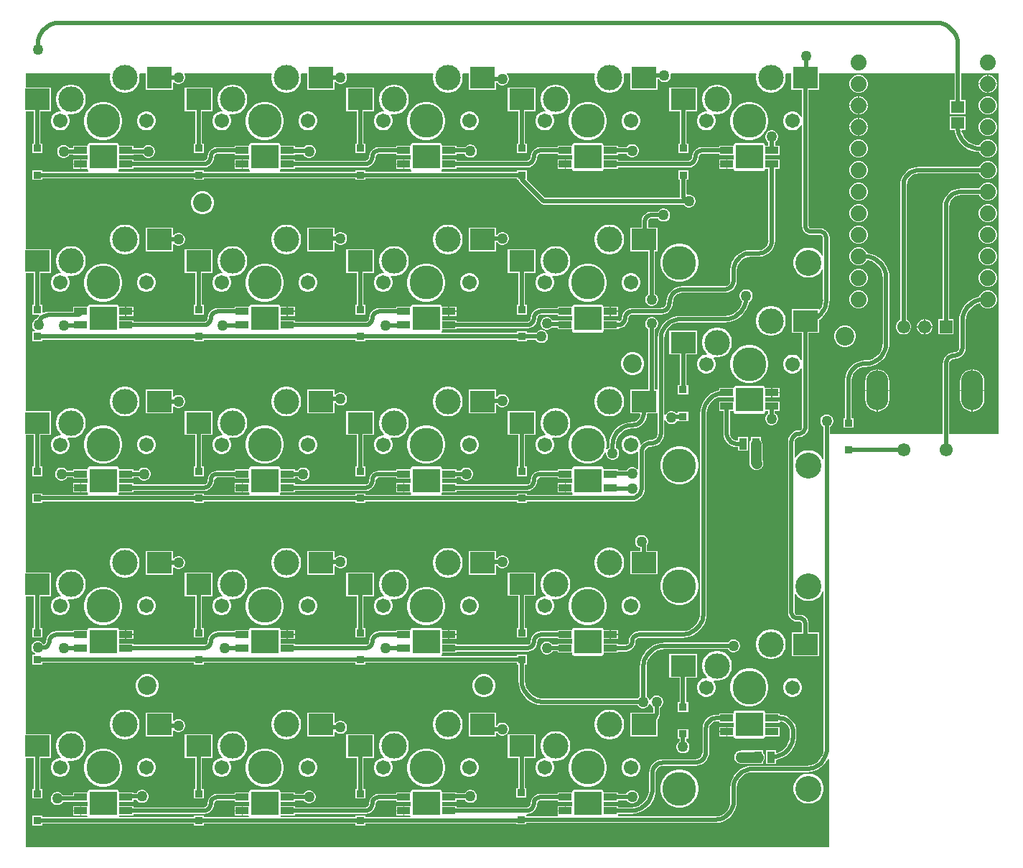
<source format=gbl>
G04*
G04 #@! TF.GenerationSoftware,Altium Limited,Altium Designer,22.1.2 (22)*
G04*
G04 Layer_Physical_Order=2*
G04 Layer_Color=16711680*
%FSLAX25Y25*%
%MOIN*%
G70*
G04*
G04 #@! TF.SameCoordinates,13D69723-E4A8-487E-84B7-24944300FE93*
G04*
G04*
G04 #@! TF.FilePolarity,Positive*
G04*
G01*
G75*
%ADD14R,0.03740X0.05315*%
G04:AMPARAMS|DCode=21|XSize=102.36mil|YSize=185.04mil|CornerRadius=51.18mil|HoleSize=0mil|Usage=FLASHONLY|Rotation=180.000|XOffset=0mil|YOffset=0mil|HoleType=Round|Shape=RoundedRectangle|*
%AMROUNDEDRECTD21*
21,1,0.10236,0.08268,0,0,180.0*
21,1,0.00000,0.18504,0,0,180.0*
1,1,0.10236,0.00000,0.04134*
1,1,0.10236,0.00000,0.04134*
1,1,0.10236,0.00000,-0.04134*
1,1,0.10236,0.00000,-0.04134*
%
%ADD21ROUNDEDRECTD21*%
%ADD22C,0.06102*%
%ADD23R,0.06102X0.06102*%
%ADD27C,0.02000*%
%ADD28C,0.08661*%
%ADD29C,0.15700*%
%ADD30C,0.06700*%
%ADD31C,0.11811*%
%ADD32R,0.12598X0.11024*%
%ADD33C,0.07400*%
%ADD34C,0.15701*%
%ADD35C,0.12000*%
%ADD36C,0.05000*%
%ADD37C,0.05000*%
%ADD38R,0.11811X0.09843*%
%ADD39R,0.03740X0.03543*%
%ADD40R,0.06299X0.03228*%
%ADD41R,0.06102X0.05512*%
G36*
X1868429Y824980D02*
X1873333D01*
Y812255D01*
X1873292Y812239D01*
X1872833Y812172D01*
X1872319Y813063D01*
X1871512Y813870D01*
X1870523Y814440D01*
X1869421Y814736D01*
X1868280D01*
X1867177Y814440D01*
X1866189Y813870D01*
X1865382Y813063D01*
X1864812Y812074D01*
X1864516Y810972D01*
Y809831D01*
X1864812Y808729D01*
X1865382Y807740D01*
X1866189Y806933D01*
X1867177Y806363D01*
X1868280Y806067D01*
X1869421D01*
X1870523Y806363D01*
X1871512Y806933D01*
X1872319Y807740D01*
X1872833Y808631D01*
X1873292Y808564D01*
X1873333Y808548D01*
Y761752D01*
X1873326D01*
X1873470Y760656D01*
X1873893Y759635D01*
X1874566Y758759D01*
X1875443Y758086D01*
X1876464Y757663D01*
X1877559Y757519D01*
Y757526D01*
X1881890D01*
X1881897Y757527D01*
X1882360Y757435D01*
X1882759Y757169D01*
X1883026Y756770D01*
X1883118Y756307D01*
X1883116Y756299D01*
Y747994D01*
X1882616Y747895D01*
X1882567Y748013D01*
X1881803Y749157D01*
X1880830Y750130D01*
X1879686Y750894D01*
X1878415Y751421D01*
X1877066Y751689D01*
X1875690D01*
X1874341Y751421D01*
X1873070Y750894D01*
X1871926Y750130D01*
X1870953Y749157D01*
X1870189Y748013D01*
X1869662Y746742D01*
X1869394Y745393D01*
Y744017D01*
X1869662Y742667D01*
X1870189Y741396D01*
X1870953Y740252D01*
X1871926Y739280D01*
X1873070Y738515D01*
X1874341Y737989D01*
X1875690Y737720D01*
X1877066D01*
X1878415Y737989D01*
X1879686Y738515D01*
X1880830Y739280D01*
X1881803Y740252D01*
X1882567Y741396D01*
X1882616Y741515D01*
X1883116Y741415D01*
Y727498D01*
X1883129Y727433D01*
X1882976Y725878D01*
X1882504Y724321D01*
X1881768Y722944D01*
X1881718Y722934D01*
X1881268Y723126D01*
Y723126D01*
X1868457D01*
Y712284D01*
X1873305D01*
Y699705D01*
X1872805Y699571D01*
X1872346Y700366D01*
X1871539Y701173D01*
X1870551Y701744D01*
X1869449Y702039D01*
X1868307D01*
X1867205Y701744D01*
X1866217Y701173D01*
X1865410Y700366D01*
X1864839Y699378D01*
X1864544Y698275D01*
Y697134D01*
X1864839Y696032D01*
X1865410Y695043D01*
X1866217Y694237D01*
X1867205Y693666D01*
X1868307Y693370D01*
X1869449D01*
X1870551Y693666D01*
X1871539Y694237D01*
X1872346Y695043D01*
X1872805Y695838D01*
X1873305Y695705D01*
Y668142D01*
X1873307Y668133D01*
X1873213Y667659D01*
X1872939Y667250D01*
X1872530Y666976D01*
X1872516Y666973D01*
X1872047Y666899D01*
Y666899D01*
X1870702Y666722D01*
X1869448Y666202D01*
X1868372Y665376D01*
X1867546Y664300D01*
X1867026Y663046D01*
X1866849Y661701D01*
X1866864D01*
Y582581D01*
X1866856D01*
X1867006Y581444D01*
X1867445Y580384D01*
X1868143Y579474D01*
X1869053Y578776D01*
X1870113Y578336D01*
X1871250Y578187D01*
Y578195D01*
X1872456D01*
Y578191D01*
X1872780Y578126D01*
X1873054Y577943D01*
X1873237Y577669D01*
X1873301Y577346D01*
X1873305D01*
Y573126D01*
X1868457D01*
Y562284D01*
X1881268D01*
Y573126D01*
X1876364D01*
Y577346D01*
X1876368D01*
X1876235Y578359D01*
X1875844Y579302D01*
X1875222Y580112D01*
X1874412Y580734D01*
X1873469Y581125D01*
X1872456Y581258D01*
Y581254D01*
X1871250D01*
X1871238Y581251D01*
X1870741Y581350D01*
X1870308Y581639D01*
X1870020Y582071D01*
X1869921Y582569D01*
X1869923Y582581D01*
Y590894D01*
X1870423Y591046D01*
X1870953Y590252D01*
X1871926Y589280D01*
X1873070Y588515D01*
X1874341Y587989D01*
X1875690Y587720D01*
X1877066D01*
X1878415Y587989D01*
X1879686Y588515D01*
X1880830Y589280D01*
X1881803Y590252D01*
X1882567Y591396D01*
X1882884Y592160D01*
X1883384Y592061D01*
Y519240D01*
X1883395Y519181D01*
X1883250Y517701D01*
X1882801Y516222D01*
X1882072Y514859D01*
X1881091Y513664D01*
X1879897Y512683D01*
X1878533Y511955D01*
X1877054Y511506D01*
X1875574Y511360D01*
X1875516Y511372D01*
X1850394D01*
Y511375D01*
X1848768Y511247D01*
X1847183Y510866D01*
X1845677Y510242D01*
X1844286Y509390D01*
X1843047Y508331D01*
X1841988Y507092D01*
X1841136Y505701D01*
X1840512Y504195D01*
X1840131Y502610D01*
X1840003Y500984D01*
X1840006D01*
Y494678D01*
X1840014Y494636D01*
X1839887Y493343D01*
X1839498Y492059D01*
X1838865Y490877D01*
X1838014Y489840D01*
X1836978Y488989D01*
X1835795Y488357D01*
X1834512Y487967D01*
X1833218Y487840D01*
X1833177Y487848D01*
X1787984D01*
X1787961Y488339D01*
X1787961D01*
Y488923D01*
X1793878D01*
Y488917D01*
X1795683Y489059D01*
X1797443Y489482D01*
X1799115Y490174D01*
X1800658Y491120D01*
X1802035Y492296D01*
X1803210Y493672D01*
X1804156Y495216D01*
X1804849Y496888D01*
X1805272Y498648D01*
X1805414Y500453D01*
X1805407D01*
Y507874D01*
X1805402Y507900D01*
X1805515Y508754D01*
X1805854Y509574D01*
X1806395Y510278D01*
X1807099Y510819D01*
X1807919Y511159D01*
X1808774Y511271D01*
X1808799Y511266D01*
X1823819D01*
Y511264D01*
X1825078Y511388D01*
X1826288Y511755D01*
X1827404Y512352D01*
X1828381Y513154D01*
X1829184Y514132D01*
X1829705Y515107D01*
X1829742Y515163D01*
X1829747Y515185D01*
X1829780Y515247D01*
X1830147Y516458D01*
X1830271Y517717D01*
X1830270D01*
Y528543D01*
X1830264Y528569D01*
X1830377Y529421D01*
X1830716Y530239D01*
X1831254Y530941D01*
X1831957Y531480D01*
X1832775Y531819D01*
X1833627Y531931D01*
X1833652Y531926D01*
X1834795D01*
Y531341D01*
X1841575D01*
Y529270D01*
X1838695D01*
Y527156D01*
Y525042D01*
X1841575D01*
Y524991D01*
X1841652Y524607D01*
X1841869Y524281D01*
X1842195Y524064D01*
X1842579Y523987D01*
X1855177D01*
X1855561Y524064D01*
X1855887Y524281D01*
X1856104Y524607D01*
X1856181Y524991D01*
Y525042D01*
X1862961D01*
Y529270D01*
X1856181D01*
Y531341D01*
X1862961D01*
Y531542D01*
X1863337Y531871D01*
X1864039Y531779D01*
X1865234Y531284D01*
X1866260Y530496D01*
X1867048Y529470D01*
X1867543Y528274D01*
X1867703Y527058D01*
X1867690Y526992D01*
Y525354D01*
X1867704Y525286D01*
X1867547Y523698D01*
X1867064Y522105D01*
X1866280Y520637D01*
X1865224Y519350D01*
X1863937Y518294D01*
X1862469Y517510D01*
X1861630Y517255D01*
X1861228Y517553D01*
Y518512D01*
X1856488D01*
Y512197D01*
X1861228D01*
Y514010D01*
X1862784Y514383D01*
X1864457Y515076D01*
X1866000Y516022D01*
X1867377Y517198D01*
X1868552Y518574D01*
X1869498Y520117D01*
X1870191Y521790D01*
X1870613Y523550D01*
X1870755Y525354D01*
X1870749D01*
Y526992D01*
X1870758D01*
X1870604Y528553D01*
X1870149Y530054D01*
X1869410Y531437D01*
X1868414Y532650D01*
X1867202Y533645D01*
X1865818Y534385D01*
X1864317Y534840D01*
X1862961Y534974D01*
Y535570D01*
X1856181D01*
Y536015D01*
X1856104Y536399D01*
X1855887Y536724D01*
X1855561Y536942D01*
X1855177Y537018D01*
X1842579D01*
X1842195Y536942D01*
X1841869Y536724D01*
X1841652Y536399D01*
X1841575Y536015D01*
Y535570D01*
X1834795D01*
Y534985D01*
X1833652D01*
Y534986D01*
X1832395Y534863D01*
X1831187Y534496D01*
X1830073Y533901D01*
X1829096Y533099D01*
X1828295Y532123D01*
X1827700Y531009D01*
X1827333Y529800D01*
X1827209Y528543D01*
X1827211D01*
Y517717D01*
X1827216Y517691D01*
X1827103Y516837D01*
X1826764Y516016D01*
X1826223Y515312D01*
X1825519Y514772D01*
X1824699Y514432D01*
X1823845Y514320D01*
X1823819Y514325D01*
X1808799D01*
Y514326D01*
X1807541Y514202D01*
X1806330Y513835D01*
X1805215Y513239D01*
X1804237Y512436D01*
X1803434Y511459D01*
X1802838Y510343D01*
X1802471Y509133D01*
X1802347Y507874D01*
X1802349D01*
Y500453D01*
X1802362Y500385D01*
X1802206Y498796D01*
X1801723Y497203D01*
X1800938Y495736D01*
X1799882Y494449D01*
X1798595Y493393D01*
X1797127Y492608D01*
X1795535Y492125D01*
X1793946Y491969D01*
X1793878Y491982D01*
X1787961D01*
Y492567D01*
X1781181D01*
Y494638D01*
X1787961D01*
Y495223D01*
X1791995D01*
X1792064Y495103D01*
X1792623Y494544D01*
X1793307Y494149D01*
X1794070Y493945D01*
X1794860D01*
X1795623Y494149D01*
X1796307Y494544D01*
X1796866Y495103D01*
X1797261Y495787D01*
X1797465Y496550D01*
Y497340D01*
X1797261Y498103D01*
X1796866Y498787D01*
X1796307Y499346D01*
X1795623Y499741D01*
X1794860Y499945D01*
X1794070D01*
X1793307Y499741D01*
X1792623Y499346D01*
X1792064Y498787D01*
X1791773Y498281D01*
X1787961D01*
Y498866D01*
X1781181D01*
Y499311D01*
X1781104Y499695D01*
X1780887Y500021D01*
X1780561Y500238D01*
X1780177Y500315D01*
X1767579D01*
X1767195Y500238D01*
X1766869Y500021D01*
X1766652Y499695D01*
X1766575Y499311D01*
Y498866D01*
X1759795D01*
Y498281D01*
X1751831D01*
Y498290D01*
X1750668Y498137D01*
X1749585Y497689D01*
X1748655Y496975D01*
X1747941Y496045D01*
X1747493Y494962D01*
X1747340Y493799D01*
X1747340D01*
X1747269Y493328D01*
X1747224Y493098D01*
X1746827Y492504D01*
X1746232Y492107D01*
X1745568Y491975D01*
X1745532Y491982D01*
X1712961D01*
Y492567D01*
X1706181D01*
Y494638D01*
X1712961D01*
Y495528D01*
X1716799D01*
X1716979Y495215D01*
X1717538Y494657D01*
X1718222Y494262D01*
X1718985Y494057D01*
X1719775D01*
X1720538Y494262D01*
X1721222Y494657D01*
X1721780Y495215D01*
X1722175Y495899D01*
X1722380Y496662D01*
Y497452D01*
X1722175Y498215D01*
X1721780Y498899D01*
X1721222Y499458D01*
X1720538Y499853D01*
X1719775Y500057D01*
X1718985D01*
X1718222Y499853D01*
X1717538Y499458D01*
X1716979Y498899D01*
X1716799Y498587D01*
X1712961D01*
Y498866D01*
X1706181D01*
Y499311D01*
X1706104Y499695D01*
X1705887Y500021D01*
X1705561Y500238D01*
X1705177Y500315D01*
X1692579D01*
X1692195Y500238D01*
X1691869Y500021D01*
X1691652Y499695D01*
X1691575Y499311D01*
Y498866D01*
X1684795D01*
Y498281D01*
X1676831D01*
Y498290D01*
X1675668Y498137D01*
X1674585Y497689D01*
X1673655Y496975D01*
X1672941Y496045D01*
X1672493Y494962D01*
X1672339Y493799D01*
X1672339D01*
X1672269Y493328D01*
X1672224Y493098D01*
X1671827Y492504D01*
X1671232Y492107D01*
X1670568Y491975D01*
X1670531Y491982D01*
X1637961D01*
Y492567D01*
X1631181D01*
Y494638D01*
X1637961D01*
Y495314D01*
X1641907D01*
X1642088Y495002D01*
X1642646Y494443D01*
X1643330Y494048D01*
X1644093Y493844D01*
X1644883D01*
X1645646Y494048D01*
X1646330Y494443D01*
X1646889Y495002D01*
X1647284Y495686D01*
X1647488Y496449D01*
Y497239D01*
X1647284Y498002D01*
X1646889Y498686D01*
X1646330Y499244D01*
X1645646Y499639D01*
X1644883Y499844D01*
X1644093D01*
X1643330Y499639D01*
X1642646Y499244D01*
X1642088Y498686D01*
X1641907Y498373D01*
X1637961D01*
Y498866D01*
X1631181D01*
Y499311D01*
X1631104Y499695D01*
X1630887Y500021D01*
X1630561Y500238D01*
X1630177Y500315D01*
X1617579D01*
X1617195Y500238D01*
X1616869Y500021D01*
X1616652Y499695D01*
X1616575Y499311D01*
Y498866D01*
X1609795D01*
Y498281D01*
X1601831D01*
Y498290D01*
X1600668Y498137D01*
X1599585Y497689D01*
X1598655Y496975D01*
X1597941Y496045D01*
X1597493Y494962D01*
X1597340Y493799D01*
X1597340D01*
X1597270Y493328D01*
X1597224Y493098D01*
X1596827Y492504D01*
X1596232Y492107D01*
X1595568Y491975D01*
X1595531Y491982D01*
X1562961D01*
Y492567D01*
X1556181D01*
Y494638D01*
X1562961D01*
Y495518D01*
X1564348D01*
X1564528Y495205D01*
X1565087Y494647D01*
X1565771Y494252D01*
X1566534Y494047D01*
X1567324D01*
X1568087Y494252D01*
X1568771Y494647D01*
X1569330Y495205D01*
X1569725Y495889D01*
X1569929Y496652D01*
Y497442D01*
X1569725Y498205D01*
X1569330Y498889D01*
X1568771Y499448D01*
X1568087Y499843D01*
X1567324Y500047D01*
X1566534D01*
X1565771Y499843D01*
X1565087Y499448D01*
X1564528Y498889D01*
X1564348Y498577D01*
X1562961D01*
Y498866D01*
X1556181D01*
Y499311D01*
X1556104Y499695D01*
X1555887Y500021D01*
X1555561Y500238D01*
X1555177Y500315D01*
X1542579D01*
X1542195Y500238D01*
X1541869Y500021D01*
X1541652Y499695D01*
X1541575Y499311D01*
Y498866D01*
X1534795D01*
Y497592D01*
X1530140D01*
X1529960Y497905D01*
X1529401Y498464D01*
X1528717Y498859D01*
X1527954Y499063D01*
X1527164D01*
X1526401Y498859D01*
X1525717Y498464D01*
X1525159Y497905D01*
X1524763Y497221D01*
X1524559Y496458D01*
Y495668D01*
X1524763Y494905D01*
X1525159Y494221D01*
X1525717Y493662D01*
X1526401Y493267D01*
X1527164Y493063D01*
X1527954D01*
X1528717Y493267D01*
X1529401Y493662D01*
X1529960Y494221D01*
X1530140Y494534D01*
X1537756D01*
Y494520D01*
X1538348Y494638D01*
X1541575D01*
Y492567D01*
X1538695D01*
Y490453D01*
Y488339D01*
X1541343D01*
X1541619Y487865D01*
X1541621Y487857D01*
X1541350Y487455D01*
X1520598D01*
Y488197D01*
X1515858D01*
Y483653D01*
X1520598D01*
Y484396D01*
X1590858D01*
Y483653D01*
X1595598D01*
Y484396D01*
X1665858D01*
Y483653D01*
X1670598D01*
Y484396D01*
X1740543D01*
Y484047D01*
X1745284D01*
Y484790D01*
X1767232D01*
X1767254Y484794D01*
X1767266Y484789D01*
X1767274Y484789D01*
X1767398Y484782D01*
X1767398Y484782D01*
X1767579Y484773D01*
Y484774D01*
X1780177D01*
X1780177Y484773D01*
X1780358Y484782D01*
X1780358Y484782D01*
X1780482Y484789D01*
X1780490Y484789D01*
X1780502Y484794D01*
X1780524Y484790D01*
X1833177D01*
Y484771D01*
X1835109Y484962D01*
X1836968Y485525D01*
X1838680Y486441D01*
X1840182Y487673D01*
X1841414Y489174D01*
X1842329Y490887D01*
X1842893Y492745D01*
X1843083Y494678D01*
X1843065D01*
Y500984D01*
X1843055Y501034D01*
X1843191Y502417D01*
X1843609Y503794D01*
X1844288Y505064D01*
X1845201Y506177D01*
X1846314Y507090D01*
X1847583Y507769D01*
X1848961Y508187D01*
X1850344Y508323D01*
X1850394Y508313D01*
X1875516D01*
Y508309D01*
X1877226Y508443D01*
X1878894Y508844D01*
X1880478Y509500D01*
X1881941Y510396D01*
X1883245Y511511D01*
X1884359Y512815D01*
X1885255Y514277D01*
X1885336Y514473D01*
X1885827Y514375D01*
Y473467D01*
X1512795D01*
Y515012D01*
X1516699D01*
Y500598D01*
X1515858D01*
Y496055D01*
X1520598D01*
Y500598D01*
X1519758D01*
Y515012D01*
X1524575D01*
Y525854D01*
X1512795D01*
Y590012D01*
X1516640D01*
Y575303D01*
X1515858D01*
Y570760D01*
X1520598D01*
Y575303D01*
X1519699D01*
Y590012D01*
X1524575D01*
Y600854D01*
X1512795D01*
Y664913D01*
X1516699D01*
Y650106D01*
X1515858D01*
Y645563D01*
X1520598D01*
Y650106D01*
X1519758D01*
Y664913D01*
X1524575D01*
Y675756D01*
X1512795D01*
Y740012D01*
X1516699D01*
Y725205D01*
X1515858D01*
Y720661D01*
X1518987D01*
X1519087Y720381D01*
X1519123Y720161D01*
X1518387Y719264D01*
X1518107Y718740D01*
X1517720Y718636D01*
X1517036Y718241D01*
X1516477Y717683D01*
X1516082Y716998D01*
X1515878Y716235D01*
Y715446D01*
X1516082Y714683D01*
X1516477Y713999D01*
X1517036Y713440D01*
X1517273Y713303D01*
X1517139Y712803D01*
X1515858D01*
Y708260D01*
X1520598D01*
Y709002D01*
X1590858D01*
Y708260D01*
X1595598D01*
Y709002D01*
X1665858D01*
Y708260D01*
X1670598D01*
Y709002D01*
X1740858D01*
Y708260D01*
X1745598D01*
Y709002D01*
X1749740D01*
X1749977Y708591D01*
X1750536Y708033D01*
X1751220Y707638D01*
X1751983Y707433D01*
X1752773D01*
X1753536Y707638D01*
X1754220Y708033D01*
X1754779Y708591D01*
X1755173Y709275D01*
X1755378Y710038D01*
Y710828D01*
X1755173Y711591D01*
X1754779Y712275D01*
X1754220Y712834D01*
X1753536Y713229D01*
X1752773Y713433D01*
X1751983D01*
X1751220Y713229D01*
X1750536Y712834D01*
X1749977Y712275D01*
X1749854Y712061D01*
X1745598D01*
Y712803D01*
X1740858D01*
Y712061D01*
X1706022D01*
X1705870Y712561D01*
X1705887Y712572D01*
X1706104Y712897D01*
X1706181Y713281D01*
Y713726D01*
X1712961D01*
Y714311D01*
X1745925D01*
Y714302D01*
X1747088Y714455D01*
X1748171Y714904D01*
X1749101Y715618D01*
X1749815Y716548D01*
X1750263Y717631D01*
X1750416Y718793D01*
X1750416D01*
X1750486Y719264D01*
X1750532Y719494D01*
X1750929Y720088D01*
X1751524Y720485D01*
X1752188Y720618D01*
X1752224Y720610D01*
X1759795D01*
Y720026D01*
X1766575D01*
Y717955D01*
X1759795D01*
Y717717D01*
X1757703D01*
X1757322Y718377D01*
X1756763Y718936D01*
X1756079Y719331D01*
X1755316Y719535D01*
X1754526D01*
X1753763Y719331D01*
X1753079Y718936D01*
X1752521Y718377D01*
X1752126Y717693D01*
X1751921Y716930D01*
Y716141D01*
X1752126Y715378D01*
X1752521Y714693D01*
X1753079Y714135D01*
X1753763Y713740D01*
X1754526Y713535D01*
X1755316D01*
X1756079Y713740D01*
X1756763Y714135D01*
X1757287Y714659D01*
X1759795D01*
Y713726D01*
X1766575D01*
Y713281D01*
X1766652Y712897D01*
X1766869Y712572D01*
X1767195Y712354D01*
X1767579Y712278D01*
X1780177D01*
X1780561Y712354D01*
X1780887Y712572D01*
X1781104Y712897D01*
X1781181Y713281D01*
Y713726D01*
X1787961D01*
Y713914D01*
X1788231Y714302D01*
X1789393Y714455D01*
X1790476Y714904D01*
X1791406Y715618D01*
X1792120Y716548D01*
X1792569Y717631D01*
X1792722Y718793D01*
X1792722D01*
X1792786Y719267D01*
X1792834Y719505D01*
X1793217Y720078D01*
X1793789Y720461D01*
X1794432Y720589D01*
X1794465Y720582D01*
X1807651D01*
Y720562D01*
X1809146Y720759D01*
X1810539Y721336D01*
X1811736Y722254D01*
X1812654Y723450D01*
X1813231Y724843D01*
X1813427Y726338D01*
X1813427D01*
X1813454Y726827D01*
X1813541Y727486D01*
X1813984Y728555D01*
X1814688Y729473D01*
X1815607Y730177D01*
X1816676Y730620D01*
X1817771Y730764D01*
X1817823Y730754D01*
X1837598D01*
Y730736D01*
X1839018Y730923D01*
X1840340Y731471D01*
X1841476Y732343D01*
X1842348Y733478D01*
X1842896Y734801D01*
X1843082Y736221D01*
X1843065D01*
Y741142D01*
X1843058Y741175D01*
X1843177Y742381D01*
X1843539Y743574D01*
X1844126Y744672D01*
X1844916Y745635D01*
X1845879Y746425D01*
X1846978Y747013D01*
X1848170Y747374D01*
X1849376Y747493D01*
X1849409Y747486D01*
X1853346D01*
Y747480D01*
X1854810Y747624D01*
X1856217Y748051D01*
X1857514Y748744D01*
X1858650Y749677D01*
X1859583Y750813D01*
X1860276Y752110D01*
X1860703Y753517D01*
X1860847Y754980D01*
X1860840D01*
Y788302D01*
X1862961D01*
Y792530D01*
X1856181D01*
Y794601D01*
X1862961D01*
Y798829D01*
X1860840D01*
Y800603D01*
X1861094Y800749D01*
X1861653Y801308D01*
X1862048Y801992D01*
X1862252Y802755D01*
Y803545D01*
X1862048Y804308D01*
X1861653Y804992D01*
X1861094Y805550D01*
X1860410Y805945D01*
X1859647Y806150D01*
X1858857D01*
X1858094Y805945D01*
X1857410Y805550D01*
X1856851Y804992D01*
X1856456Y804308D01*
X1856252Y803545D01*
Y802755D01*
X1856456Y801992D01*
X1856851Y801308D01*
X1857410Y800749D01*
X1857782Y800534D01*
Y798829D01*
X1856181D01*
Y799274D01*
X1856104Y799658D01*
X1855887Y799984D01*
X1855561Y800201D01*
X1855177Y800278D01*
X1842579D01*
X1842195Y800201D01*
X1841869Y799984D01*
X1841652Y799658D01*
X1841575Y799274D01*
Y798829D01*
X1834795D01*
Y798244D01*
X1826831D01*
Y798253D01*
X1825668Y798100D01*
X1824585Y797652D01*
X1823655Y796938D01*
X1822941Y796008D01*
X1822493Y794925D01*
X1822339Y793762D01*
X1822339D01*
X1822269Y793291D01*
X1822224Y793061D01*
X1821827Y792467D01*
X1821232Y792070D01*
X1820568Y791938D01*
X1820531Y791945D01*
X1787961D01*
Y792530D01*
X1781181D01*
Y794601D01*
X1787961D01*
Y795186D01*
X1791881D01*
X1792064Y794867D01*
X1792623Y794309D01*
X1793307Y793914D01*
X1794070Y793709D01*
X1794860D01*
X1795623Y793914D01*
X1796307Y794309D01*
X1796866Y794867D01*
X1797261Y795551D01*
X1797465Y796314D01*
Y797104D01*
X1797261Y797867D01*
X1796866Y798552D01*
X1796307Y799110D01*
X1795623Y799505D01*
X1794860Y799709D01*
X1794070D01*
X1793307Y799505D01*
X1792623Y799110D01*
X1792064Y798552D01*
X1791887Y798244D01*
X1787961D01*
Y798829D01*
X1781181D01*
Y799274D01*
X1781104Y799658D01*
X1780887Y799984D01*
X1780561Y800201D01*
X1780177Y800278D01*
X1767579D01*
X1767195Y800201D01*
X1766869Y799984D01*
X1766652Y799658D01*
X1766575Y799274D01*
Y798829D01*
X1759795D01*
Y798244D01*
X1751831D01*
Y798253D01*
X1750668Y798100D01*
X1749585Y797652D01*
X1748655Y796938D01*
X1747941Y796008D01*
X1747493Y794925D01*
X1747339Y793762D01*
X1747339D01*
X1747269Y793291D01*
X1747224Y793061D01*
X1746827Y792467D01*
X1746232Y792070D01*
X1745568Y791938D01*
X1745531Y791945D01*
X1712961D01*
Y792530D01*
X1706181D01*
Y794601D01*
X1712961D01*
Y795186D01*
X1716619D01*
X1716979Y794562D01*
X1717538Y794003D01*
X1718222Y793608D01*
X1718985Y793404D01*
X1719775D01*
X1720538Y793608D01*
X1721222Y794003D01*
X1721780Y794562D01*
X1722175Y795246D01*
X1722380Y796009D01*
Y796799D01*
X1722175Y797562D01*
X1721780Y798246D01*
X1721222Y798805D01*
X1720538Y799200D01*
X1719775Y799404D01*
X1718985D01*
X1718222Y799200D01*
X1717538Y798805D01*
X1716979Y798246D01*
X1716978Y798244D01*
X1712961D01*
Y798829D01*
X1706181D01*
Y799274D01*
X1706104Y799658D01*
X1705887Y799984D01*
X1705561Y800201D01*
X1705177Y800278D01*
X1692579D01*
X1692195Y800201D01*
X1691869Y799984D01*
X1691652Y799658D01*
X1691575Y799274D01*
Y798829D01*
X1684795D01*
Y798244D01*
X1676831D01*
Y798253D01*
X1675668Y798100D01*
X1674585Y797652D01*
X1673655Y796938D01*
X1672941Y796008D01*
X1672493Y794925D01*
X1672339Y793762D01*
X1672339D01*
X1672269Y793291D01*
X1672224Y793061D01*
X1671827Y792467D01*
X1671232Y792070D01*
X1670568Y791938D01*
X1670531Y791945D01*
X1637961D01*
Y792530D01*
X1631181D01*
Y794601D01*
X1637961D01*
Y795005D01*
X1641803D01*
X1642088Y794512D01*
X1642646Y793953D01*
X1643330Y793558D01*
X1644093Y793354D01*
X1644883D01*
X1645646Y793558D01*
X1646330Y793953D01*
X1646889Y794512D01*
X1647284Y795196D01*
X1647488Y795959D01*
Y796748D01*
X1647284Y797511D01*
X1646889Y798196D01*
X1646330Y798754D01*
X1645646Y799149D01*
X1644883Y799354D01*
X1644093D01*
X1643330Y799149D01*
X1642646Y798754D01*
X1642088Y798196D01*
X1642011Y798064D01*
X1637961D01*
Y798829D01*
X1631181D01*
Y799274D01*
X1631104Y799658D01*
X1630887Y799984D01*
X1630561Y800201D01*
X1630177Y800278D01*
X1617579D01*
X1617195Y800201D01*
X1616869Y799984D01*
X1616652Y799658D01*
X1616575Y799274D01*
Y798829D01*
X1609795D01*
Y798244D01*
X1601831D01*
Y798253D01*
X1600668Y798100D01*
X1599585Y797652D01*
X1598655Y796938D01*
X1597941Y796008D01*
X1597493Y794925D01*
X1597340Y793762D01*
X1597340D01*
X1597270Y793291D01*
X1597224Y793061D01*
X1596827Y792467D01*
X1596232Y792070D01*
X1595568Y791938D01*
X1595531Y791945D01*
X1562961D01*
Y792530D01*
X1556181D01*
Y794601D01*
X1562961D01*
Y794731D01*
X1567301D01*
X1567481Y794418D01*
X1568040Y793859D01*
X1568724Y793464D01*
X1569487Y793260D01*
X1570277D01*
X1571040Y793464D01*
X1571724Y793859D01*
X1572283Y794418D01*
X1572677Y795102D01*
X1572882Y795865D01*
Y796655D01*
X1572677Y797418D01*
X1572283Y798102D01*
X1571724Y798660D01*
X1571040Y799055D01*
X1570277Y799260D01*
X1569487D01*
X1568724Y799055D01*
X1568040Y798660D01*
X1567481Y798102D01*
X1567301Y797789D01*
X1562961D01*
Y798829D01*
X1556181D01*
Y799274D01*
X1556104Y799658D01*
X1555887Y799984D01*
X1555561Y800201D01*
X1555177Y800278D01*
X1542579D01*
X1542195Y800201D01*
X1541869Y799984D01*
X1541652Y799658D01*
X1541575Y799274D01*
Y798829D01*
X1534795D01*
Y797789D01*
X1533093D01*
X1532912Y798102D01*
X1532354Y798660D01*
X1531670Y799055D01*
X1530907Y799260D01*
X1530117D01*
X1529354Y799055D01*
X1528670Y798660D01*
X1528111Y798102D01*
X1527716Y797418D01*
X1527512Y796655D01*
Y795865D01*
X1527716Y795102D01*
X1528111Y794418D01*
X1528670Y793859D01*
X1529354Y793464D01*
X1530117Y793260D01*
X1530907D01*
X1531670Y793464D01*
X1532354Y793859D01*
X1532912Y794418D01*
X1533093Y794731D01*
X1534795D01*
Y794601D01*
X1541575D01*
Y792530D01*
X1538695D01*
Y790416D01*
Y788302D01*
X1541575D01*
Y788250D01*
X1541652Y787866D01*
X1541869Y787541D01*
X1541831Y786965D01*
X1541746Y786864D01*
X1520598D01*
Y787606D01*
X1515858D01*
Y783063D01*
X1520598D01*
Y783805D01*
X1590858D01*
Y783063D01*
X1595598D01*
Y783805D01*
X1665858D01*
Y783063D01*
X1670598D01*
Y783805D01*
X1740858D01*
Y783063D01*
X1741732D01*
X1741815Y782643D01*
X1742147Y782147D01*
X1752147Y772147D01*
X1752643Y771815D01*
X1753228Y771699D01*
X1818285D01*
X1818465Y771386D01*
X1819024Y770828D01*
X1819708Y770433D01*
X1820471Y770228D01*
X1821261D01*
X1822024Y770433D01*
X1822708Y770828D01*
X1823267Y771386D01*
X1823662Y772070D01*
X1823866Y772833D01*
Y773623D01*
X1823662Y774386D01*
X1823267Y775070D01*
X1822708Y775629D01*
X1822024Y776024D01*
X1821261Y776228D01*
X1820471D01*
X1820154Y776144D01*
X1819758Y776448D01*
Y783063D01*
X1820598D01*
Y787606D01*
X1815858D01*
Y783063D01*
X1816699D01*
Y775866D01*
X1816693D01*
X1816773Y775258D01*
X1816334Y774758D01*
X1753862D01*
X1745906Y782714D01*
X1745598Y783063D01*
X1745598D01*
X1745598Y783063D01*
Y787606D01*
X1740858D01*
Y786864D01*
X1706010D01*
X1705925Y786965D01*
X1705887Y787541D01*
X1706104Y787866D01*
X1706181Y788250D01*
Y788302D01*
X1712961D01*
Y788886D01*
X1745531D01*
Y788874D01*
X1746797Y789041D01*
X1747976Y789529D01*
X1748988Y790306D01*
X1749765Y791318D01*
X1750253Y792497D01*
X1750420Y793762D01*
X1750420D01*
X1750494Y794232D01*
X1750509Y794310D01*
X1750819Y794774D01*
X1751283Y795084D01*
X1751813Y795189D01*
X1751831Y795186D01*
X1759795D01*
Y794601D01*
X1766575D01*
Y792530D01*
X1763695D01*
Y790416D01*
Y788302D01*
X1766575D01*
Y788250D01*
X1766652Y787866D01*
X1766869Y787541D01*
X1767195Y787323D01*
X1767579Y787247D01*
X1780177D01*
X1780561Y787323D01*
X1780887Y787541D01*
X1781104Y787866D01*
X1781181Y788250D01*
Y788302D01*
X1787961D01*
Y788886D01*
X1820531D01*
Y788874D01*
X1821797Y789041D01*
X1822976Y789529D01*
X1823988Y790306D01*
X1824765Y791318D01*
X1825253Y792497D01*
X1825420Y793762D01*
X1825420D01*
X1825494Y794232D01*
X1825509Y794310D01*
X1825819Y794774D01*
X1826283Y795084D01*
X1826813Y795189D01*
X1826831Y795186D01*
X1834795D01*
Y794601D01*
X1841575D01*
Y792530D01*
X1838695D01*
Y790416D01*
Y788302D01*
X1841575D01*
Y788250D01*
X1841652Y787866D01*
X1841869Y787541D01*
X1842195Y787323D01*
X1842579Y787247D01*
X1855177D01*
X1855561Y787323D01*
X1855887Y787541D01*
X1856104Y787866D01*
X1856181Y788250D01*
Y788302D01*
X1857782D01*
Y754980D01*
X1857792Y754927D01*
X1857647Y753828D01*
X1857203Y752754D01*
X1856495Y751832D01*
X1855573Y751124D01*
X1854499Y750679D01*
X1853399Y750535D01*
X1853346Y750545D01*
X1849409D01*
Y750561D01*
X1847572Y750380D01*
X1845805Y749844D01*
X1844176Y748974D01*
X1842749Y747802D01*
X1841578Y746375D01*
X1840707Y744746D01*
X1840171Y742979D01*
X1839990Y741142D01*
X1840006D01*
Y736221D01*
X1840019Y736155D01*
X1839847Y735289D01*
X1839319Y734500D01*
X1838530Y733972D01*
X1837664Y733800D01*
X1837598Y733813D01*
X1817823D01*
Y733819D01*
X1816364Y733676D01*
X1814960Y733250D01*
X1813667Y732559D01*
X1812533Y731628D01*
X1811603Y730495D01*
X1810911Y729201D01*
X1810486Y727798D01*
X1810342Y726338D01*
X1810342D01*
X1810288Y725861D01*
X1810259Y725639D01*
X1809989Y724988D01*
X1809560Y724429D01*
X1809001Y724000D01*
X1808350Y723730D01*
X1807659Y723639D01*
X1807651Y723641D01*
X1794465D01*
Y723653D01*
X1793217Y723488D01*
X1792054Y723006D01*
X1791055Y722240D01*
X1790288Y721241D01*
X1789806Y720078D01*
X1789642Y718830D01*
X1789642D01*
X1789574Y718358D01*
X1789552Y718246D01*
X1789242Y717782D01*
X1788778Y717472D01*
X1788461Y717409D01*
X1787961Y717730D01*
Y717955D01*
X1781181D01*
Y720026D01*
X1784061D01*
Y722140D01*
Y724254D01*
X1781181D01*
Y724305D01*
X1781104Y724689D01*
X1780887Y725015D01*
X1780561Y725232D01*
X1780177Y725309D01*
X1767579D01*
X1767195Y725232D01*
X1766869Y725015D01*
X1766652Y724689D01*
X1766575Y724305D01*
Y724254D01*
X1759795D01*
Y723669D01*
X1752224D01*
Y723681D01*
X1750959Y723515D01*
X1749780Y723027D01*
X1748768Y722250D01*
X1747991Y721237D01*
X1747503Y720058D01*
X1747336Y718793D01*
X1747336D01*
X1747262Y718324D01*
X1747247Y718246D01*
X1746936Y717782D01*
X1746473Y717472D01*
X1745942Y717367D01*
X1745925Y717370D01*
X1712961D01*
Y717955D01*
X1706181D01*
Y720026D01*
X1709061D01*
Y722140D01*
Y724254D01*
X1706181D01*
Y724305D01*
X1706104Y724689D01*
X1705887Y725015D01*
X1705561Y725232D01*
X1705177Y725309D01*
X1692579D01*
X1692195Y725232D01*
X1691869Y725015D01*
X1691652Y724689D01*
X1691575Y724305D01*
Y724254D01*
X1684795D01*
Y723669D01*
X1677224D01*
Y723681D01*
X1675959Y723515D01*
X1674780Y723027D01*
X1673768Y722250D01*
X1672991Y721237D01*
X1672503Y720058D01*
X1672336Y718793D01*
X1672336D01*
X1672262Y718324D01*
X1672247Y718246D01*
X1671936Y717782D01*
X1671473Y717472D01*
X1670942Y717367D01*
X1670925Y717370D01*
X1637961D01*
Y717955D01*
X1631181D01*
Y720026D01*
X1634061D01*
Y722140D01*
Y724254D01*
X1631181D01*
Y724305D01*
X1631104Y724689D01*
X1630887Y725015D01*
X1630561Y725232D01*
X1630177Y725309D01*
X1617579D01*
X1617195Y725232D01*
X1616869Y725015D01*
X1616652Y724689D01*
X1616575Y724305D01*
Y724254D01*
X1609795D01*
Y723669D01*
X1602224D01*
Y723681D01*
X1600959Y723515D01*
X1599780Y723027D01*
X1598768Y722250D01*
X1597991Y721237D01*
X1597503Y720058D01*
X1597336Y718793D01*
X1597336D01*
X1597262Y718324D01*
X1597247Y718246D01*
X1596937Y717782D01*
X1596472Y717472D01*
X1595942Y717367D01*
X1595925Y717370D01*
X1562961D01*
Y717955D01*
X1556181D01*
Y720026D01*
X1559061D01*
Y722140D01*
Y724254D01*
X1556181D01*
Y724305D01*
X1556104Y724689D01*
X1555887Y725015D01*
X1555561Y725232D01*
X1555177Y725309D01*
X1542579D01*
X1542195Y725232D01*
X1541869Y725015D01*
X1541652Y724689D01*
X1541575Y724305D01*
Y724254D01*
X1534795D01*
Y722002D01*
X1523510D01*
Y722002D01*
X1522308Y721884D01*
X1521152Y721533D01*
X1521027Y721466D01*
X1520598Y721724D01*
Y725205D01*
X1519758D01*
Y740012D01*
X1524575D01*
Y750854D01*
X1512795D01*
Y814980D01*
X1516699D01*
Y800008D01*
X1515858D01*
Y795465D01*
X1520598D01*
Y800008D01*
X1519758D01*
Y814980D01*
X1524575D01*
Y825823D01*
X1512795D01*
Y832677D01*
X1551875D01*
X1552206Y832177D01*
X1551988Y831080D01*
Y829723D01*
X1552253Y828392D01*
X1552772Y827138D01*
X1553526Y826010D01*
X1554486Y825050D01*
X1555614Y824296D01*
X1556868Y823777D01*
X1558199Y823512D01*
X1559556D01*
X1560888Y823777D01*
X1562142Y824296D01*
X1563270Y825050D01*
X1564230Y826010D01*
X1564984Y827138D01*
X1565503Y828392D01*
X1565768Y829723D01*
Y831080D01*
X1565549Y832177D01*
X1565881Y832677D01*
X1568457D01*
Y824980D01*
X1581268D01*
Y828349D01*
X1581768Y828557D01*
X1582016Y828308D01*
X1582700Y827913D01*
X1583463Y827709D01*
X1584253D01*
X1585016Y827913D01*
X1585700Y828308D01*
X1586259Y828867D01*
X1586654Y829551D01*
X1586858Y830314D01*
Y831104D01*
X1586654Y831867D01*
X1586475Y832177D01*
X1586763Y832677D01*
X1626875D01*
X1627206Y832177D01*
X1626988Y831080D01*
Y829723D01*
X1627253Y828392D01*
X1627772Y827138D01*
X1628526Y826010D01*
X1629486Y825050D01*
X1630614Y824296D01*
X1631868Y823777D01*
X1633199Y823512D01*
X1634557D01*
X1635888Y823777D01*
X1637141Y824296D01*
X1638270Y825050D01*
X1639230Y826010D01*
X1639984Y827138D01*
X1640503Y828392D01*
X1640768Y829723D01*
Y831080D01*
X1640549Y832177D01*
X1640881Y832677D01*
X1643457D01*
Y824980D01*
X1656268D01*
Y828581D01*
X1656297Y828603D01*
X1656768Y828753D01*
X1657213Y828308D01*
X1657897Y827913D01*
X1658660Y827709D01*
X1659450D01*
X1660213Y827913D01*
X1660897Y828308D01*
X1661456Y828867D01*
X1661851Y829551D01*
X1662055Y830314D01*
Y831104D01*
X1661851Y831867D01*
X1661671Y832177D01*
X1661960Y832677D01*
X1701875D01*
X1702206Y832177D01*
X1701988Y831080D01*
Y829723D01*
X1702253Y828392D01*
X1702772Y827138D01*
X1703526Y826010D01*
X1704486Y825050D01*
X1705614Y824296D01*
X1706868Y823777D01*
X1708199Y823512D01*
X1709557D01*
X1710888Y823777D01*
X1712141Y824296D01*
X1713270Y825050D01*
X1714230Y826010D01*
X1714984Y827138D01*
X1715503Y828392D01*
X1715768Y829723D01*
Y831080D01*
X1715549Y832177D01*
X1715881Y832677D01*
X1718457D01*
Y824980D01*
X1731268D01*
Y828090D01*
X1731768Y828224D01*
X1731851Y828079D01*
X1732410Y827521D01*
X1733094Y827126D01*
X1733857Y826921D01*
X1734647D01*
X1735410Y827126D01*
X1736094Y827521D01*
X1736653Y828079D01*
X1737048Y828763D01*
X1737252Y829526D01*
Y830316D01*
X1737048Y831079D01*
X1736653Y831763D01*
X1736239Y832177D01*
X1736443Y832677D01*
X1776875D01*
X1777206Y832177D01*
X1776988Y831080D01*
Y829723D01*
X1777253Y828392D01*
X1777772Y827138D01*
X1778526Y826010D01*
X1779486Y825050D01*
X1780614Y824296D01*
X1781868Y823777D01*
X1783199Y823512D01*
X1784557D01*
X1785888Y823777D01*
X1787141Y824296D01*
X1788270Y825050D01*
X1789230Y826010D01*
X1789984Y827138D01*
X1790503Y828392D01*
X1790768Y829723D01*
Y831080D01*
X1790549Y832177D01*
X1790881Y832677D01*
X1793457D01*
Y824980D01*
X1806268D01*
Y829967D01*
X1806868D01*
X1807048Y829654D01*
X1807607Y829095D01*
X1808291Y828701D01*
X1809054Y828496D01*
X1809844D01*
X1810607Y828701D01*
X1811291Y829095D01*
X1811849Y829654D01*
X1812244Y830338D01*
X1812449Y831101D01*
Y831891D01*
X1812372Y832177D01*
X1812756Y832677D01*
X1851847D01*
X1852179Y832177D01*
X1851961Y831080D01*
Y829723D01*
X1852225Y828392D01*
X1852745Y827138D01*
X1853499Y826010D01*
X1854458Y825050D01*
X1855587Y824296D01*
X1856841Y823777D01*
X1858172Y823512D01*
X1859529D01*
X1860860Y823777D01*
X1862114Y824296D01*
X1863242Y825050D01*
X1864202Y826010D01*
X1864956Y827138D01*
X1865475Y828392D01*
X1865740Y829723D01*
Y831080D01*
X1865522Y832177D01*
X1865853Y832677D01*
X1868429D01*
Y824980D01*
D02*
G37*
G36*
X1964567Y665354D02*
X1941687D01*
Y697482D01*
X1941686Y697487D01*
X1941774Y698160D01*
X1942036Y698792D01*
X1942453Y699335D01*
X1942995Y699751D01*
X1943627Y700013D01*
X1943825Y700039D01*
X1944306Y700086D01*
Y700086D01*
X1945618Y700259D01*
X1946842Y700766D01*
X1947892Y701572D01*
X1948698Y702623D01*
X1949205Y703846D01*
X1949378Y705159D01*
X1949364D01*
Y717638D01*
X1949351Y717706D01*
X1949507Y719294D01*
X1949990Y720887D01*
X1950775Y722355D01*
X1951831Y723642D01*
X1953117Y724698D01*
X1954585Y725482D01*
X1955790Y725848D01*
X1956245Y725059D01*
X1957027Y724277D01*
X1957985Y723724D01*
X1959053Y723438D01*
X1960159D01*
X1961227Y723724D01*
X1962185Y724277D01*
X1962967Y725059D01*
X1963520Y726017D01*
X1963806Y727085D01*
Y728191D01*
X1963520Y729259D01*
X1962967Y730217D01*
X1962185Y730999D01*
X1961227Y731552D01*
X1960159Y731838D01*
X1959053D01*
X1957985Y731552D01*
X1957027Y730999D01*
X1956245Y730217D01*
X1955692Y729259D01*
X1955604Y728929D01*
X1954270Y728609D01*
X1952598Y727916D01*
X1951054Y726970D01*
X1949678Y725795D01*
X1948502Y724418D01*
X1947556Y722875D01*
X1946864Y721203D01*
X1946441Y719442D01*
X1946299Y717638D01*
X1946305D01*
Y705159D01*
X1946314Y705113D01*
X1946170Y704387D01*
X1945732Y703732D01*
X1945078Y703295D01*
X1944782Y703236D01*
X1944306Y703179D01*
Y703179D01*
X1942831Y702985D01*
X1941457Y702415D01*
X1940277Y701510D01*
X1939372Y700330D01*
X1938803Y698956D01*
X1938609Y697482D01*
X1938628D01*
Y665354D01*
X1886372D01*
Y668679D01*
X1886685Y668859D01*
X1887243Y669418D01*
X1887638Y670102D01*
X1887843Y670865D01*
Y671655D01*
X1887638Y672418D01*
X1887243Y673102D01*
X1886685Y673660D01*
X1886000Y674055D01*
X1885238Y674260D01*
X1884448D01*
X1883685Y674055D01*
X1883001Y673660D01*
X1882442Y673102D01*
X1882047Y672418D01*
X1881842Y671655D01*
Y670865D01*
X1882047Y670102D01*
X1882442Y669418D01*
X1883001Y668859D01*
X1883313Y668679D01*
Y653519D01*
X1882813Y653419D01*
X1882567Y654013D01*
X1881803Y655157D01*
X1880830Y656130D01*
X1879686Y656894D01*
X1878415Y657421D01*
X1877066Y657689D01*
X1875690D01*
X1874341Y657421D01*
X1873070Y656894D01*
X1871926Y656130D01*
X1870953Y655157D01*
X1870423Y654364D01*
X1869923Y654516D01*
Y661701D01*
X1869913Y661753D01*
X1870066Y662522D01*
X1870531Y663217D01*
X1871227Y663682D01*
X1871575Y663752D01*
X1872047Y663817D01*
Y663817D01*
X1873166Y663965D01*
X1874209Y664397D01*
X1875105Y665084D01*
X1875792Y665979D01*
X1876224Y667023D01*
X1876372Y668142D01*
X1876364D01*
Y712284D01*
X1881268D01*
Y718174D01*
X1881504Y718319D01*
X1882858Y719475D01*
X1884014Y720829D01*
X1884944Y722347D01*
X1885625Y723992D01*
X1886041Y725723D01*
X1886181Y727498D01*
X1886175D01*
Y756299D01*
X1886182D01*
X1886036Y757410D01*
X1885607Y758446D01*
X1884925Y759335D01*
X1884036Y760017D01*
X1883001Y760446D01*
X1881890Y760592D01*
Y760584D01*
X1877559D01*
X1877554Y760584D01*
X1877112Y760672D01*
X1876732Y760925D01*
X1876479Y761305D01*
X1876391Y761747D01*
X1876392Y761752D01*
Y824980D01*
X1881240D01*
Y832677D01*
X1944140D01*
Y820185D01*
X1942118D01*
Y813673D01*
X1949220D01*
Y820185D01*
X1947199D01*
Y832677D01*
X1964567D01*
Y665354D01*
D02*
G37*
G36*
X1676831Y795186D02*
X1684795D01*
Y794601D01*
X1691575D01*
Y792530D01*
X1688695D01*
Y790416D01*
Y788302D01*
X1691575D01*
Y788250D01*
X1691652Y787866D01*
X1691869Y787541D01*
X1691830Y786965D01*
X1691746Y786864D01*
X1670598D01*
Y787606D01*
X1665858D01*
Y786864D01*
X1631010D01*
X1630925Y786965D01*
X1630887Y787541D01*
X1631104Y787866D01*
X1631181Y788250D01*
Y788302D01*
X1637961D01*
Y788886D01*
X1670531D01*
Y788874D01*
X1671797Y789041D01*
X1672976Y789529D01*
X1673988Y790306D01*
X1674765Y791318D01*
X1675253Y792497D01*
X1675420Y793762D01*
X1675420D01*
X1675494Y794232D01*
X1675509Y794310D01*
X1675819Y794774D01*
X1676283Y795084D01*
X1676813Y795189D01*
X1676831Y795186D01*
D02*
G37*
G36*
X1601831D02*
X1609795D01*
Y794601D01*
X1616575D01*
Y792530D01*
X1613695D01*
Y790416D01*
Y788302D01*
X1616575D01*
Y788250D01*
X1616652Y787866D01*
X1616869Y787541D01*
X1616830Y786965D01*
X1616746Y786864D01*
X1595598D01*
Y787606D01*
X1590858D01*
Y786864D01*
X1556010D01*
X1555925Y786965D01*
X1555887Y787541D01*
X1556104Y787866D01*
X1556181Y788250D01*
Y788302D01*
X1562961D01*
Y788886D01*
X1595531D01*
Y788874D01*
X1596797Y789041D01*
X1597976Y789529D01*
X1598988Y790306D01*
X1599765Y791318D01*
X1600253Y792497D01*
X1600420Y793762D01*
X1600420D01*
X1600494Y794232D01*
X1600509Y794310D01*
X1600819Y794774D01*
X1601283Y795084D01*
X1601813Y795189D01*
X1601831Y795186D01*
D02*
G37*
G36*
X1676831Y495223D02*
X1684795D01*
Y494638D01*
X1691575D01*
Y492567D01*
X1688695D01*
Y490453D01*
Y488339D01*
X1691343D01*
X1691619Y487865D01*
X1691621Y487857D01*
X1691350Y487455D01*
X1670598D01*
Y488197D01*
X1665858D01*
Y487455D01*
X1631406D01*
X1631135Y487857D01*
X1631137Y487865D01*
X1631413Y488339D01*
X1637961D01*
Y488923D01*
X1670531D01*
Y488911D01*
X1671797Y489078D01*
X1672976Y489566D01*
X1673988Y490343D01*
X1674765Y491355D01*
X1675253Y492534D01*
X1675420Y493799D01*
X1675420D01*
X1675494Y494269D01*
X1675509Y494347D01*
X1675819Y494811D01*
X1676283Y495121D01*
X1676813Y495226D01*
X1676831Y495223D01*
D02*
G37*
G36*
X1601831D02*
X1609795D01*
Y494638D01*
X1616575D01*
Y492567D01*
X1613695D01*
Y490453D01*
Y488339D01*
X1616343D01*
X1616619Y487865D01*
X1616621Y487857D01*
X1616350Y487455D01*
X1595598D01*
Y488197D01*
X1590858D01*
Y487455D01*
X1556406D01*
X1556135Y487857D01*
X1556137Y487865D01*
X1556413Y488339D01*
X1562961D01*
Y488923D01*
X1595531D01*
Y488911D01*
X1596797Y489078D01*
X1597976Y489566D01*
X1598988Y490343D01*
X1599765Y491355D01*
X1600253Y492534D01*
X1600420Y493799D01*
X1600420D01*
X1600494Y494269D01*
X1600509Y494347D01*
X1600819Y494811D01*
X1601283Y495121D01*
X1601813Y495226D01*
X1601831Y495223D01*
D02*
G37*
G36*
X1751831D02*
X1759795D01*
Y494638D01*
X1766575D01*
Y492567D01*
X1763695D01*
Y490453D01*
X1763445D01*
Y490203D01*
X1759795D01*
Y488339D01*
X1759795D01*
X1759772Y487848D01*
X1745284D01*
Y488514D01*
X1745398Y488697D01*
X1745645Y488926D01*
X1746797Y489078D01*
X1747976Y489566D01*
X1748988Y490343D01*
X1749765Y491355D01*
X1750253Y492534D01*
X1750420Y493799D01*
X1750420D01*
X1750494Y494269D01*
X1750509Y494347D01*
X1750819Y494811D01*
X1751283Y495121D01*
X1751814Y495226D01*
X1751831Y495223D01*
D02*
G37*
%LPC*%
G36*
X1834529Y827291D02*
X1833172D01*
X1831841Y827027D01*
X1830587Y826507D01*
X1829458Y825753D01*
X1828499Y824794D01*
X1827745Y823665D01*
X1827225Y822411D01*
X1826961Y821080D01*
Y819723D01*
X1827225Y818392D01*
X1827745Y817138D01*
X1828499Y816010D01*
X1829272Y815236D01*
X1829065Y814736D01*
X1828280D01*
X1827177Y814440D01*
X1826189Y813870D01*
X1825382Y813063D01*
X1824812Y812074D01*
X1824516Y810972D01*
Y809831D01*
X1824812Y808729D01*
X1825382Y807740D01*
X1826189Y806933D01*
X1827177Y806363D01*
X1828280Y806067D01*
X1829421D01*
X1830523Y806363D01*
X1831512Y806933D01*
X1832319Y807740D01*
X1832889Y808729D01*
X1833185Y809831D01*
Y810972D01*
X1832889Y812074D01*
X1832319Y813063D01*
X1832183Y813199D01*
X1832429Y813660D01*
X1833172Y813512D01*
X1834529D01*
X1835860Y813777D01*
X1837114Y814296D01*
X1838242Y815050D01*
X1839202Y816010D01*
X1839956Y817138D01*
X1840475Y818392D01*
X1840740Y819723D01*
Y821080D01*
X1840475Y822411D01*
X1839956Y823665D01*
X1839202Y824794D01*
X1838242Y825753D01*
X1837114Y826507D01*
X1835860Y827027D01*
X1834529Y827291D01*
D02*
G37*
G36*
X1759557D02*
X1758199D01*
X1756868Y827027D01*
X1755614Y826507D01*
X1754486Y825753D01*
X1753526Y824794D01*
X1752772Y823665D01*
X1752253Y822411D01*
X1751988Y821080D01*
Y819723D01*
X1752253Y818392D01*
X1752772Y817138D01*
X1753526Y816010D01*
X1754300Y815236D01*
X1754093Y814736D01*
X1753307D01*
X1752205Y814440D01*
X1751217Y813870D01*
X1750410Y813063D01*
X1749839Y812074D01*
X1749544Y810972D01*
Y809831D01*
X1749839Y808729D01*
X1750410Y807740D01*
X1751217Y806933D01*
X1752205Y806363D01*
X1753307Y806067D01*
X1754449D01*
X1755551Y806363D01*
X1756539Y806933D01*
X1757346Y807740D01*
X1757917Y808729D01*
X1758212Y809831D01*
Y810972D01*
X1757917Y812074D01*
X1757346Y813063D01*
X1757210Y813199D01*
X1757457Y813660D01*
X1758199Y813512D01*
X1759557D01*
X1760888Y813777D01*
X1762141Y814296D01*
X1763270Y815050D01*
X1764230Y816010D01*
X1764984Y817138D01*
X1765503Y818392D01*
X1765768Y819723D01*
Y821080D01*
X1765503Y822411D01*
X1764984Y823665D01*
X1764230Y824794D01*
X1763270Y825753D01*
X1762141Y826507D01*
X1760888Y827027D01*
X1759557Y827291D01*
D02*
G37*
G36*
X1684557D02*
X1683199D01*
X1681868Y827027D01*
X1680614Y826507D01*
X1679486Y825753D01*
X1678526Y824794D01*
X1677772Y823665D01*
X1677253Y822411D01*
X1676988Y821080D01*
Y819723D01*
X1677253Y818392D01*
X1677772Y817138D01*
X1678526Y816010D01*
X1679300Y815236D01*
X1679093Y814736D01*
X1678307D01*
X1677205Y814440D01*
X1676217Y813870D01*
X1675410Y813063D01*
X1674839Y812074D01*
X1674544Y810972D01*
Y809831D01*
X1674839Y808729D01*
X1675410Y807740D01*
X1676217Y806933D01*
X1677205Y806363D01*
X1678307Y806067D01*
X1679449D01*
X1680551Y806363D01*
X1681539Y806933D01*
X1682346Y807740D01*
X1682917Y808729D01*
X1683212Y809831D01*
Y810972D01*
X1682917Y812074D01*
X1682346Y813063D01*
X1682210Y813199D01*
X1682457Y813660D01*
X1683199Y813512D01*
X1684557D01*
X1685888Y813777D01*
X1687141Y814296D01*
X1688270Y815050D01*
X1689230Y816010D01*
X1689984Y817138D01*
X1690503Y818392D01*
X1690768Y819723D01*
Y821080D01*
X1690503Y822411D01*
X1689984Y823665D01*
X1689230Y824794D01*
X1688270Y825753D01*
X1687141Y826507D01*
X1685888Y827027D01*
X1684557Y827291D01*
D02*
G37*
G36*
X1609557D02*
X1608199D01*
X1606868Y827027D01*
X1605614Y826507D01*
X1604486Y825753D01*
X1603526Y824794D01*
X1602772Y823665D01*
X1602253Y822411D01*
X1601988Y821080D01*
Y819723D01*
X1602253Y818392D01*
X1602772Y817138D01*
X1603526Y816010D01*
X1604300Y815236D01*
X1604093Y814736D01*
X1603307D01*
X1602205Y814440D01*
X1601217Y813870D01*
X1600410Y813063D01*
X1599839Y812074D01*
X1599544Y810972D01*
Y809831D01*
X1599839Y808729D01*
X1600410Y807740D01*
X1601217Y806933D01*
X1602205Y806363D01*
X1603307Y806067D01*
X1604449D01*
X1605551Y806363D01*
X1606539Y806933D01*
X1607346Y807740D01*
X1607917Y808729D01*
X1608212Y809831D01*
Y810972D01*
X1607917Y812074D01*
X1607346Y813063D01*
X1607210Y813199D01*
X1607457Y813660D01*
X1608199Y813512D01*
X1609557D01*
X1610888Y813777D01*
X1612141Y814296D01*
X1613270Y815050D01*
X1614230Y816010D01*
X1614984Y817138D01*
X1615503Y818392D01*
X1615768Y819723D01*
Y821080D01*
X1615503Y822411D01*
X1614984Y823665D01*
X1614230Y824794D01*
X1613270Y825753D01*
X1612141Y826507D01*
X1610888Y827027D01*
X1609557Y827291D01*
D02*
G37*
G36*
X1534556D02*
X1533199D01*
X1531868Y827027D01*
X1530614Y826507D01*
X1529486Y825753D01*
X1528526Y824794D01*
X1527772Y823665D01*
X1527253Y822411D01*
X1526988Y821080D01*
Y819723D01*
X1527253Y818392D01*
X1527772Y817138D01*
X1528526Y816010D01*
X1529300Y815236D01*
X1529093Y814736D01*
X1528307D01*
X1527205Y814440D01*
X1526217Y813870D01*
X1525410Y813063D01*
X1524839Y812074D01*
X1524544Y810972D01*
Y809831D01*
X1524839Y808729D01*
X1525410Y807740D01*
X1526217Y806933D01*
X1527205Y806363D01*
X1528307Y806067D01*
X1529449D01*
X1530551Y806363D01*
X1531539Y806933D01*
X1532346Y807740D01*
X1532917Y808729D01*
X1533212Y809831D01*
Y810972D01*
X1532917Y812074D01*
X1532346Y813063D01*
X1532210Y813199D01*
X1532457Y813660D01*
X1533199Y813512D01*
X1534556D01*
X1535888Y813777D01*
X1537142Y814296D01*
X1538270Y815050D01*
X1539230Y816010D01*
X1539984Y817138D01*
X1540503Y818392D01*
X1540768Y819723D01*
Y821080D01*
X1540503Y822411D01*
X1539984Y823665D01*
X1539230Y824794D01*
X1538270Y825753D01*
X1537142Y826507D01*
X1535888Y827027D01*
X1534556Y827291D01*
D02*
G37*
G36*
X1794449Y814736D02*
X1793307D01*
X1792205Y814440D01*
X1791217Y813870D01*
X1790410Y813063D01*
X1789839Y812074D01*
X1789544Y810972D01*
Y809831D01*
X1789839Y808729D01*
X1790410Y807740D01*
X1791217Y806933D01*
X1792205Y806363D01*
X1793307Y806067D01*
X1794449D01*
X1795551Y806363D01*
X1796539Y806933D01*
X1797346Y807740D01*
X1797917Y808729D01*
X1798212Y809831D01*
Y810972D01*
X1797917Y812074D01*
X1797346Y813063D01*
X1796539Y813870D01*
X1795551Y814440D01*
X1794449Y814736D01*
D02*
G37*
G36*
X1719449D02*
X1718307D01*
X1717205Y814440D01*
X1716217Y813870D01*
X1715410Y813063D01*
X1714839Y812074D01*
X1714544Y810972D01*
Y809831D01*
X1714839Y808729D01*
X1715410Y807740D01*
X1716217Y806933D01*
X1717205Y806363D01*
X1718307Y806067D01*
X1719449D01*
X1720551Y806363D01*
X1721539Y806933D01*
X1722346Y807740D01*
X1722917Y808729D01*
X1723212Y809831D01*
Y810972D01*
X1722917Y812074D01*
X1722346Y813063D01*
X1721539Y813870D01*
X1720551Y814440D01*
X1719449Y814736D01*
D02*
G37*
G36*
X1644449D02*
X1643307D01*
X1642205Y814440D01*
X1641217Y813870D01*
X1640410Y813063D01*
X1639839Y812074D01*
X1639544Y810972D01*
Y809831D01*
X1639839Y808729D01*
X1640410Y807740D01*
X1641217Y806933D01*
X1642205Y806363D01*
X1643307Y806067D01*
X1644449D01*
X1645551Y806363D01*
X1646539Y806933D01*
X1647346Y807740D01*
X1647917Y808729D01*
X1648212Y809831D01*
Y810972D01*
X1647917Y812074D01*
X1647346Y813063D01*
X1646539Y813870D01*
X1645551Y814440D01*
X1644449Y814736D01*
D02*
G37*
G36*
X1569449D02*
X1568307D01*
X1567205Y814440D01*
X1566217Y813870D01*
X1565410Y813063D01*
X1564839Y812074D01*
X1564544Y810972D01*
Y809831D01*
X1564839Y808729D01*
X1565410Y807740D01*
X1566217Y806933D01*
X1567205Y806363D01*
X1568307Y806067D01*
X1569449D01*
X1570551Y806363D01*
X1571539Y806933D01*
X1572346Y807740D01*
X1572917Y808729D01*
X1573212Y809831D01*
Y810972D01*
X1572917Y812074D01*
X1572346Y813063D01*
X1571539Y813870D01*
X1570551Y814440D01*
X1569449Y814736D01*
D02*
G37*
G36*
X1849721Y819236D02*
X1847980D01*
X1846273Y818896D01*
X1844666Y818230D01*
X1843219Y817264D01*
X1841988Y816033D01*
X1841022Y814586D01*
X1840356Y812978D01*
X1840016Y811272D01*
Y809531D01*
X1840356Y807825D01*
X1841022Y806217D01*
X1841988Y804770D01*
X1843219Y803540D01*
X1844666Y802573D01*
X1846273Y801907D01*
X1847980Y801567D01*
X1849721D01*
X1851427Y801907D01*
X1853035Y802573D01*
X1854482Y803540D01*
X1855712Y804770D01*
X1856679Y806217D01*
X1857345Y807825D01*
X1857685Y809531D01*
Y811272D01*
X1857345Y812978D01*
X1856679Y814586D01*
X1855712Y816033D01*
X1854482Y817264D01*
X1853035Y818230D01*
X1851427Y818896D01*
X1849721Y819236D01*
D02*
G37*
G36*
X1774748D02*
X1773008D01*
X1771301Y818896D01*
X1769693Y818230D01*
X1768246Y817264D01*
X1767016Y816033D01*
X1766049Y814586D01*
X1765383Y812978D01*
X1765044Y811272D01*
Y809531D01*
X1765383Y807825D01*
X1766049Y806217D01*
X1767016Y804770D01*
X1768246Y803540D01*
X1769693Y802573D01*
X1771301Y801907D01*
X1773008Y801567D01*
X1774748D01*
X1776455Y801907D01*
X1778062Y802573D01*
X1779510Y803540D01*
X1780740Y804770D01*
X1781707Y806217D01*
X1782373Y807825D01*
X1782712Y809531D01*
Y811272D01*
X1782373Y812978D01*
X1781707Y814586D01*
X1780740Y816033D01*
X1779510Y817264D01*
X1778062Y818230D01*
X1776455Y818896D01*
X1774748Y819236D01*
D02*
G37*
G36*
X1699748D02*
X1698008D01*
X1696301Y818896D01*
X1694693Y818230D01*
X1693246Y817264D01*
X1692016Y816033D01*
X1691049Y814586D01*
X1690383Y812978D01*
X1690044Y811272D01*
Y809531D01*
X1690383Y807825D01*
X1691049Y806217D01*
X1692016Y804770D01*
X1693246Y803540D01*
X1694693Y802573D01*
X1696301Y801907D01*
X1698008Y801567D01*
X1699748D01*
X1701455Y801907D01*
X1703062Y802573D01*
X1704510Y803540D01*
X1705740Y804770D01*
X1706707Y806217D01*
X1707373Y807825D01*
X1707712Y809531D01*
Y811272D01*
X1707373Y812978D01*
X1706707Y814586D01*
X1705740Y816033D01*
X1704510Y817264D01*
X1703062Y818230D01*
X1701455Y818896D01*
X1699748Y819236D01*
D02*
G37*
G36*
X1624748D02*
X1623008D01*
X1621301Y818896D01*
X1619693Y818230D01*
X1618246Y817264D01*
X1617016Y816033D01*
X1616049Y814586D01*
X1615383Y812978D01*
X1615044Y811272D01*
Y809531D01*
X1615383Y807825D01*
X1616049Y806217D01*
X1617016Y804770D01*
X1618246Y803540D01*
X1619693Y802573D01*
X1621301Y801907D01*
X1623008Y801567D01*
X1624748D01*
X1626455Y801907D01*
X1628062Y802573D01*
X1629510Y803540D01*
X1630740Y804770D01*
X1631707Y806217D01*
X1632373Y807825D01*
X1632712Y809531D01*
Y811272D01*
X1632373Y812978D01*
X1631707Y814586D01*
X1630740Y816033D01*
X1629510Y817264D01*
X1628062Y818230D01*
X1626455Y818896D01*
X1624748Y819236D01*
D02*
G37*
G36*
X1549748D02*
X1548008D01*
X1546301Y818896D01*
X1544693Y818230D01*
X1543246Y817264D01*
X1542016Y816033D01*
X1541049Y814586D01*
X1540383Y812978D01*
X1540044Y811272D01*
Y809531D01*
X1540383Y807825D01*
X1541049Y806217D01*
X1542016Y804770D01*
X1543246Y803540D01*
X1544693Y802573D01*
X1546301Y801907D01*
X1548008Y801567D01*
X1549748D01*
X1551455Y801907D01*
X1553063Y802573D01*
X1554510Y803540D01*
X1555740Y804770D01*
X1556707Y806217D01*
X1557373Y807825D01*
X1557712Y809531D01*
Y811272D01*
X1557373Y812978D01*
X1556707Y814586D01*
X1555740Y816033D01*
X1554510Y817264D01*
X1553063Y818230D01*
X1551455Y818896D01*
X1549748Y819236D01*
D02*
G37*
G36*
X1824547Y825823D02*
X1811736D01*
Y814980D01*
X1816699D01*
Y800008D01*
X1815858D01*
Y795465D01*
X1820598D01*
Y800008D01*
X1819758D01*
Y814980D01*
X1824547D01*
Y825823D01*
D02*
G37*
G36*
X1749575D02*
X1736764D01*
Y814980D01*
X1741699D01*
Y800008D01*
X1740858D01*
Y795465D01*
X1745598D01*
Y800008D01*
X1744758D01*
Y814980D01*
X1749575D01*
Y825823D01*
D02*
G37*
G36*
X1674575D02*
X1661764D01*
Y814980D01*
X1666699D01*
Y800008D01*
X1665858D01*
Y795465D01*
X1670598D01*
Y800008D01*
X1669758D01*
Y814980D01*
X1674575D01*
Y825823D01*
D02*
G37*
G36*
X1599575D02*
X1586764D01*
Y814980D01*
X1591699D01*
Y800008D01*
X1590858D01*
Y795465D01*
X1595598D01*
Y800008D01*
X1594758D01*
Y814980D01*
X1599575D01*
Y825823D01*
D02*
G37*
G36*
X1838195Y792530D02*
X1834795D01*
Y790666D01*
X1838195D01*
Y792530D01*
D02*
G37*
G36*
X1763195D02*
X1759795D01*
Y790666D01*
X1763195D01*
Y792530D01*
D02*
G37*
G36*
X1538195D02*
X1534795D01*
Y790666D01*
X1538195D01*
Y792530D01*
D02*
G37*
G36*
X1838195Y790166D02*
X1834795D01*
Y788302D01*
X1838195D01*
Y790166D01*
D02*
G37*
G36*
X1763195D02*
X1759795D01*
Y788302D01*
X1763195D01*
Y790166D01*
D02*
G37*
G36*
X1538195D02*
X1534795D01*
Y788302D01*
X1538195D01*
Y790166D01*
D02*
G37*
G36*
X1809450Y769732D02*
X1808660D01*
X1807897Y769528D01*
X1807213Y769133D01*
X1806655Y768574D01*
X1806474Y768262D01*
X1803266D01*
Y768270D01*
X1802120Y768119D01*
X1801053Y767677D01*
X1800136Y766974D01*
X1799433Y766057D01*
X1798991Y764990D01*
X1798840Y763844D01*
X1798848D01*
Y760854D01*
X1793457D01*
Y750012D01*
X1802014D01*
Y730140D01*
X1801701Y729960D01*
X1801143Y729401D01*
X1800748Y728717D01*
X1800543Y727954D01*
Y727164D01*
X1800748Y726401D01*
X1801143Y725717D01*
X1801701Y725159D01*
X1802385Y724763D01*
X1803148Y724559D01*
X1803938D01*
X1804701Y724763D01*
X1805385Y725159D01*
X1805944Y725717D01*
X1806339Y726401D01*
X1806543Y727164D01*
Y727954D01*
X1806339Y728717D01*
X1805944Y729401D01*
X1805385Y729960D01*
X1805073Y730140D01*
Y750012D01*
X1806268D01*
Y760854D01*
X1801907D01*
Y763844D01*
X1801904Y763858D01*
X1802005Y764366D01*
X1802301Y764809D01*
X1802744Y765105D01*
X1803252Y765206D01*
X1803266Y765203D01*
X1806474D01*
X1806655Y764890D01*
X1807213Y764332D01*
X1807897Y763937D01*
X1808660Y763732D01*
X1809450D01*
X1810213Y763937D01*
X1810897Y764332D01*
X1811456Y764890D01*
X1811851Y765574D01*
X1812055Y766337D01*
Y767127D01*
X1811851Y767890D01*
X1811456Y768574D01*
X1810897Y769133D01*
X1810213Y769528D01*
X1809450Y769732D01*
D02*
G37*
G36*
X1595582Y777748D02*
X1594182D01*
X1592830Y777386D01*
X1591618Y776686D01*
X1590629Y775697D01*
X1589929Y774485D01*
X1589567Y773133D01*
Y771733D01*
X1589929Y770382D01*
X1590629Y769170D01*
X1591618Y768180D01*
X1592830Y767480D01*
X1594182Y767118D01*
X1595582D01*
X1596933Y767480D01*
X1598145Y768180D01*
X1599135Y769170D01*
X1599835Y770382D01*
X1600197Y771733D01*
Y773133D01*
X1599835Y774485D01*
X1599135Y775697D01*
X1598145Y776686D01*
X1596933Y777386D01*
X1595582Y777748D01*
D02*
G37*
G36*
X1731268Y760854D02*
X1718457D01*
Y750012D01*
X1731268D01*
Y754074D01*
X1731768Y754208D01*
X1731851Y754064D01*
X1732410Y753505D01*
X1733094Y753110D01*
X1733857Y752906D01*
X1734647D01*
X1735410Y753110D01*
X1736094Y753505D01*
X1736653Y754064D01*
X1737048Y754747D01*
X1737252Y755511D01*
Y756300D01*
X1737048Y757063D01*
X1736653Y757748D01*
X1736094Y758306D01*
X1735410Y758701D01*
X1734647Y758906D01*
X1733857D01*
X1733094Y758701D01*
X1732410Y758306D01*
X1731851Y757748D01*
X1731768Y757603D01*
X1731268Y757737D01*
Y760854D01*
D02*
G37*
G36*
X1656268D02*
X1643457D01*
Y750012D01*
X1656268D01*
Y753778D01*
X1656297Y753799D01*
X1656768Y753950D01*
X1657213Y753505D01*
X1657897Y753110D01*
X1658660Y752906D01*
X1659450D01*
X1660213Y753110D01*
X1660897Y753505D01*
X1661456Y754064D01*
X1661851Y754747D01*
X1662055Y755511D01*
Y756300D01*
X1661851Y757063D01*
X1661456Y757748D01*
X1660897Y758306D01*
X1660213Y758701D01*
X1659450Y758906D01*
X1658660D01*
X1657897Y758701D01*
X1657213Y758306D01*
X1656768Y757861D01*
X1656297Y758011D01*
X1656268Y758033D01*
Y760854D01*
D02*
G37*
G36*
X1581268D02*
X1568457D01*
Y750012D01*
X1581268D01*
Y753153D01*
X1581768Y753360D01*
X1582016Y753111D01*
X1582700Y752716D01*
X1583463Y752512D01*
X1584253D01*
X1585016Y752716D01*
X1585700Y753111D01*
X1586259Y753670D01*
X1586654Y754354D01*
X1586858Y755117D01*
Y755907D01*
X1586654Y756670D01*
X1586259Y757354D01*
X1585700Y757912D01*
X1585016Y758307D01*
X1584253Y758512D01*
X1583463D01*
X1582700Y758307D01*
X1582016Y757912D01*
X1581768Y757664D01*
X1581268Y757871D01*
Y760854D01*
D02*
G37*
G36*
X1784557Y762323D02*
X1783199D01*
X1781868Y762058D01*
X1780614Y761539D01*
X1779486Y760785D01*
X1778526Y759825D01*
X1777772Y758697D01*
X1777253Y757443D01*
X1776988Y756112D01*
Y754754D01*
X1777253Y753423D01*
X1777772Y752170D01*
X1778526Y751041D01*
X1779486Y750081D01*
X1780614Y749327D01*
X1781868Y748808D01*
X1783199Y748543D01*
X1784557D01*
X1785888Y748808D01*
X1787141Y749327D01*
X1788270Y750081D01*
X1789230Y751041D01*
X1789984Y752170D01*
X1790503Y753423D01*
X1790768Y754754D01*
Y756112D01*
X1790503Y757443D01*
X1789984Y758697D01*
X1789230Y759825D01*
X1788270Y760785D01*
X1787141Y761539D01*
X1785888Y762058D01*
X1784557Y762323D01*
D02*
G37*
G36*
X1709557D02*
X1708199D01*
X1706868Y762058D01*
X1705614Y761539D01*
X1704486Y760785D01*
X1703526Y759825D01*
X1702772Y758697D01*
X1702253Y757443D01*
X1701988Y756112D01*
Y754754D01*
X1702253Y753423D01*
X1702772Y752170D01*
X1703526Y751041D01*
X1704486Y750081D01*
X1705614Y749327D01*
X1706868Y748808D01*
X1708199Y748543D01*
X1709557D01*
X1710888Y748808D01*
X1712141Y749327D01*
X1713270Y750081D01*
X1714230Y751041D01*
X1714984Y752170D01*
X1715503Y753423D01*
X1715768Y754754D01*
Y756112D01*
X1715503Y757443D01*
X1714984Y758697D01*
X1714230Y759825D01*
X1713270Y760785D01*
X1712141Y761539D01*
X1710888Y762058D01*
X1709557Y762323D01*
D02*
G37*
G36*
X1634557D02*
X1633199D01*
X1631868Y762058D01*
X1630614Y761539D01*
X1629486Y760785D01*
X1628526Y759825D01*
X1627772Y758697D01*
X1627253Y757443D01*
X1626988Y756112D01*
Y754754D01*
X1627253Y753423D01*
X1627772Y752170D01*
X1628526Y751041D01*
X1629486Y750081D01*
X1630614Y749327D01*
X1631868Y748808D01*
X1633199Y748543D01*
X1634557D01*
X1635888Y748808D01*
X1637141Y749327D01*
X1638270Y750081D01*
X1639230Y751041D01*
X1639984Y752170D01*
X1640503Y753423D01*
X1640768Y754754D01*
Y756112D01*
X1640503Y757443D01*
X1639984Y758697D01*
X1639230Y759825D01*
X1638270Y760785D01*
X1637141Y761539D01*
X1635888Y762058D01*
X1634557Y762323D01*
D02*
G37*
G36*
X1559556D02*
X1558199D01*
X1556868Y762058D01*
X1555614Y761539D01*
X1554486Y760785D01*
X1553526Y759825D01*
X1552772Y758697D01*
X1552253Y757443D01*
X1551988Y756112D01*
Y754754D01*
X1552253Y753423D01*
X1552772Y752170D01*
X1553526Y751041D01*
X1554486Y750081D01*
X1555614Y749327D01*
X1556868Y748808D01*
X1558199Y748543D01*
X1559556D01*
X1560888Y748808D01*
X1562142Y749327D01*
X1563270Y750081D01*
X1564230Y751041D01*
X1564984Y752170D01*
X1565503Y753423D01*
X1565768Y754754D01*
Y756112D01*
X1565503Y757443D01*
X1564984Y758697D01*
X1564230Y759825D01*
X1563270Y760785D01*
X1562142Y761539D01*
X1560888Y762058D01*
X1559556Y762323D01*
D02*
G37*
G36*
X1759557Y752323D02*
X1758199D01*
X1756868Y752058D01*
X1755614Y751539D01*
X1754486Y750785D01*
X1753526Y749825D01*
X1752772Y748697D01*
X1752253Y747443D01*
X1751988Y746112D01*
Y744755D01*
X1752253Y743423D01*
X1752772Y742170D01*
X1753526Y741041D01*
X1754300Y740267D01*
X1754093Y739767D01*
X1753307D01*
X1752205Y739472D01*
X1751217Y738901D01*
X1750410Y738094D01*
X1749839Y737106D01*
X1749544Y736004D01*
Y734863D01*
X1749839Y733760D01*
X1750410Y732772D01*
X1751217Y731965D01*
X1752205Y731394D01*
X1753307Y731099D01*
X1754449D01*
X1755551Y731394D01*
X1756539Y731965D01*
X1757346Y732772D01*
X1757917Y733760D01*
X1758212Y734863D01*
Y736004D01*
X1757917Y737106D01*
X1757346Y738094D01*
X1757210Y738230D01*
X1757457Y738691D01*
X1758199Y738543D01*
X1759557D01*
X1760888Y738808D01*
X1762141Y739327D01*
X1763270Y740081D01*
X1764230Y741041D01*
X1764984Y742170D01*
X1765503Y743423D01*
X1765768Y744755D01*
Y746112D01*
X1765503Y747443D01*
X1764984Y748697D01*
X1764230Y749825D01*
X1763270Y750785D01*
X1762141Y751539D01*
X1760888Y752058D01*
X1759557Y752323D01*
D02*
G37*
G36*
X1684557D02*
X1683199D01*
X1681868Y752058D01*
X1680614Y751539D01*
X1679486Y750785D01*
X1678526Y749825D01*
X1677772Y748697D01*
X1677253Y747443D01*
X1676988Y746112D01*
Y744755D01*
X1677253Y743423D01*
X1677772Y742170D01*
X1678526Y741041D01*
X1679300Y740267D01*
X1679093Y739767D01*
X1678307D01*
X1677205Y739472D01*
X1676217Y738901D01*
X1675410Y738094D01*
X1674839Y737106D01*
X1674544Y736004D01*
Y734863D01*
X1674839Y733760D01*
X1675410Y732772D01*
X1676217Y731965D01*
X1677205Y731394D01*
X1678307Y731099D01*
X1679449D01*
X1680551Y731394D01*
X1681539Y731965D01*
X1682346Y732772D01*
X1682917Y733760D01*
X1683212Y734863D01*
Y736004D01*
X1682917Y737106D01*
X1682346Y738094D01*
X1682210Y738230D01*
X1682457Y738691D01*
X1683199Y738543D01*
X1684557D01*
X1685888Y738808D01*
X1687141Y739327D01*
X1688270Y740081D01*
X1689230Y741041D01*
X1689984Y742170D01*
X1690503Y743423D01*
X1690768Y744755D01*
Y746112D01*
X1690503Y747443D01*
X1689984Y748697D01*
X1689230Y749825D01*
X1688270Y750785D01*
X1687141Y751539D01*
X1685888Y752058D01*
X1684557Y752323D01*
D02*
G37*
G36*
X1609557D02*
X1608199D01*
X1606868Y752058D01*
X1605614Y751539D01*
X1604486Y750785D01*
X1603526Y749825D01*
X1602772Y748697D01*
X1602253Y747443D01*
X1601988Y746112D01*
Y744755D01*
X1602253Y743423D01*
X1602772Y742170D01*
X1603526Y741041D01*
X1604300Y740267D01*
X1604093Y739767D01*
X1603307D01*
X1602205Y739472D01*
X1601217Y738901D01*
X1600410Y738094D01*
X1599839Y737106D01*
X1599544Y736004D01*
Y734863D01*
X1599839Y733760D01*
X1600410Y732772D01*
X1601217Y731965D01*
X1602205Y731394D01*
X1603307Y731099D01*
X1604449D01*
X1605551Y731394D01*
X1606539Y731965D01*
X1607346Y732772D01*
X1607917Y733760D01*
X1608212Y734863D01*
Y736004D01*
X1607917Y737106D01*
X1607346Y738094D01*
X1607210Y738230D01*
X1607457Y738691D01*
X1608199Y738543D01*
X1609557D01*
X1610888Y738808D01*
X1612141Y739327D01*
X1613270Y740081D01*
X1614230Y741041D01*
X1614984Y742170D01*
X1615503Y743423D01*
X1615768Y744755D01*
Y746112D01*
X1615503Y747443D01*
X1614984Y748697D01*
X1614230Y749825D01*
X1613270Y750785D01*
X1612141Y751539D01*
X1610888Y752058D01*
X1609557Y752323D01*
D02*
G37*
G36*
X1534556D02*
X1533199D01*
X1531868Y752058D01*
X1530614Y751539D01*
X1529486Y750785D01*
X1528526Y749825D01*
X1527772Y748697D01*
X1527253Y747443D01*
X1526988Y746112D01*
Y744755D01*
X1527253Y743423D01*
X1527772Y742170D01*
X1528526Y741041D01*
X1529300Y740267D01*
X1529093Y739767D01*
X1528307D01*
X1527205Y739472D01*
X1526217Y738901D01*
X1525410Y738094D01*
X1524839Y737106D01*
X1524544Y736004D01*
Y734863D01*
X1524839Y733760D01*
X1525410Y732772D01*
X1526217Y731965D01*
X1527205Y731394D01*
X1528307Y731099D01*
X1529449D01*
X1530551Y731394D01*
X1531539Y731965D01*
X1532346Y732772D01*
X1532917Y733760D01*
X1533212Y734863D01*
Y736004D01*
X1532917Y737106D01*
X1532346Y738094D01*
X1532210Y738230D01*
X1532457Y738691D01*
X1533199Y738543D01*
X1534556D01*
X1535888Y738808D01*
X1537142Y739327D01*
X1538270Y740081D01*
X1539230Y741041D01*
X1539984Y742170D01*
X1540503Y743423D01*
X1540768Y744755D01*
Y746112D01*
X1540503Y747443D01*
X1539984Y748697D01*
X1539230Y749825D01*
X1538270Y750785D01*
X1537142Y751539D01*
X1535888Y752058D01*
X1534556Y752323D01*
D02*
G37*
G36*
X1817248Y753539D02*
X1815508D01*
X1813801Y753200D01*
X1812193Y752534D01*
X1810746Y751567D01*
X1809516Y750337D01*
X1808549Y748889D01*
X1807883Y747282D01*
X1807543Y745575D01*
Y743835D01*
X1807883Y742128D01*
X1808549Y740520D01*
X1809516Y739073D01*
X1810746Y737842D01*
X1812193Y736876D01*
X1813801Y736210D01*
X1815508Y735870D01*
X1817248D01*
X1818955Y736210D01*
X1820563Y736876D01*
X1822010Y737842D01*
X1823240Y739073D01*
X1824207Y740520D01*
X1824873Y742128D01*
X1825213Y743835D01*
Y745575D01*
X1824873Y747282D01*
X1824207Y748889D01*
X1823240Y750337D01*
X1822010Y751567D01*
X1820563Y752534D01*
X1818955Y753200D01*
X1817248Y753539D01*
D02*
G37*
G36*
X1794449Y739767D02*
X1793307D01*
X1792205Y739472D01*
X1791217Y738901D01*
X1790410Y738094D01*
X1789839Y737106D01*
X1789544Y736004D01*
Y734863D01*
X1789839Y733760D01*
X1790410Y732772D01*
X1791217Y731965D01*
X1792205Y731394D01*
X1793307Y731099D01*
X1794449D01*
X1795551Y731394D01*
X1796539Y731965D01*
X1797346Y732772D01*
X1797917Y733760D01*
X1798212Y734863D01*
Y736004D01*
X1797917Y737106D01*
X1797346Y738094D01*
X1796539Y738901D01*
X1795551Y739472D01*
X1794449Y739767D01*
D02*
G37*
G36*
X1719449D02*
X1718307D01*
X1717205Y739472D01*
X1716217Y738901D01*
X1715410Y738094D01*
X1714839Y737106D01*
X1714544Y736004D01*
Y734863D01*
X1714839Y733760D01*
X1715410Y732772D01*
X1716217Y731965D01*
X1717205Y731394D01*
X1718307Y731099D01*
X1719449D01*
X1720551Y731394D01*
X1721539Y731965D01*
X1722346Y732772D01*
X1722917Y733760D01*
X1723212Y734863D01*
Y736004D01*
X1722917Y737106D01*
X1722346Y738094D01*
X1721539Y738901D01*
X1720551Y739472D01*
X1719449Y739767D01*
D02*
G37*
G36*
X1644449D02*
X1643307D01*
X1642205Y739472D01*
X1641217Y738901D01*
X1640410Y738094D01*
X1639839Y737106D01*
X1639544Y736004D01*
Y734863D01*
X1639839Y733760D01*
X1640410Y732772D01*
X1641217Y731965D01*
X1642205Y731394D01*
X1643307Y731099D01*
X1644449D01*
X1645551Y731394D01*
X1646539Y731965D01*
X1647346Y732772D01*
X1647917Y733760D01*
X1648212Y734863D01*
Y736004D01*
X1647917Y737106D01*
X1647346Y738094D01*
X1646539Y738901D01*
X1645551Y739472D01*
X1644449Y739767D01*
D02*
G37*
G36*
X1569449D02*
X1568307D01*
X1567205Y739472D01*
X1566217Y738901D01*
X1565410Y738094D01*
X1564839Y737106D01*
X1564544Y736004D01*
Y734863D01*
X1564839Y733760D01*
X1565410Y732772D01*
X1566217Y731965D01*
X1567205Y731394D01*
X1568307Y731099D01*
X1569449D01*
X1570551Y731394D01*
X1571539Y731965D01*
X1572346Y732772D01*
X1572917Y733760D01*
X1573212Y734863D01*
Y736004D01*
X1572917Y737106D01*
X1572346Y738094D01*
X1571539Y738901D01*
X1570551Y739472D01*
X1569449Y739767D01*
D02*
G37*
G36*
X1774748Y744267D02*
X1773008D01*
X1771301Y743928D01*
X1769693Y743262D01*
X1768246Y742295D01*
X1767016Y741065D01*
X1766049Y739618D01*
X1765383Y738010D01*
X1765044Y736303D01*
Y734563D01*
X1765383Y732856D01*
X1766049Y731249D01*
X1767016Y729802D01*
X1768246Y728571D01*
X1769693Y727604D01*
X1771301Y726938D01*
X1773008Y726599D01*
X1774748D01*
X1776455Y726938D01*
X1778062Y727604D01*
X1779510Y728571D01*
X1780740Y729802D01*
X1781707Y731249D01*
X1782373Y732856D01*
X1782712Y734563D01*
Y736303D01*
X1782373Y738010D01*
X1781707Y739618D01*
X1780740Y741065D01*
X1779510Y742295D01*
X1778062Y743262D01*
X1776455Y743928D01*
X1774748Y744267D01*
D02*
G37*
G36*
X1699748D02*
X1698008D01*
X1696301Y743928D01*
X1694693Y743262D01*
X1693246Y742295D01*
X1692016Y741065D01*
X1691049Y739618D01*
X1690383Y738010D01*
X1690044Y736303D01*
Y734563D01*
X1690383Y732856D01*
X1691049Y731249D01*
X1692016Y729802D01*
X1693246Y728571D01*
X1694693Y727604D01*
X1696301Y726938D01*
X1698008Y726599D01*
X1699748D01*
X1701455Y726938D01*
X1703062Y727604D01*
X1704510Y728571D01*
X1705740Y729802D01*
X1706707Y731249D01*
X1707373Y732856D01*
X1707712Y734563D01*
Y736303D01*
X1707373Y738010D01*
X1706707Y739618D01*
X1705740Y741065D01*
X1704510Y742295D01*
X1703062Y743262D01*
X1701455Y743928D01*
X1699748Y744267D01*
D02*
G37*
G36*
X1624748D02*
X1623008D01*
X1621301Y743928D01*
X1619693Y743262D01*
X1618246Y742295D01*
X1617016Y741065D01*
X1616049Y739618D01*
X1615383Y738010D01*
X1615044Y736303D01*
Y734563D01*
X1615383Y732856D01*
X1616049Y731249D01*
X1617016Y729802D01*
X1618246Y728571D01*
X1619693Y727604D01*
X1621301Y726938D01*
X1623008Y726599D01*
X1624748D01*
X1626455Y726938D01*
X1628062Y727604D01*
X1629510Y728571D01*
X1630740Y729802D01*
X1631707Y731249D01*
X1632373Y732856D01*
X1632712Y734563D01*
Y736303D01*
X1632373Y738010D01*
X1631707Y739618D01*
X1630740Y741065D01*
X1629510Y742295D01*
X1628062Y743262D01*
X1626455Y743928D01*
X1624748Y744267D01*
D02*
G37*
G36*
X1549748D02*
X1548008D01*
X1546301Y743928D01*
X1544693Y743262D01*
X1543246Y742295D01*
X1542016Y741065D01*
X1541049Y739618D01*
X1540383Y738010D01*
X1540044Y736303D01*
Y734563D01*
X1540383Y732856D01*
X1541049Y731249D01*
X1542016Y729802D01*
X1543246Y728571D01*
X1544693Y727604D01*
X1546301Y726938D01*
X1548008Y726599D01*
X1549748D01*
X1551455Y726938D01*
X1553063Y727604D01*
X1554510Y728571D01*
X1555740Y729802D01*
X1556707Y731249D01*
X1557373Y732856D01*
X1557712Y734563D01*
Y736303D01*
X1557373Y738010D01*
X1556707Y739618D01*
X1555740Y741065D01*
X1554510Y742295D01*
X1553063Y743262D01*
X1551455Y743928D01*
X1549748Y744267D01*
D02*
G37*
G36*
X1787961Y724254D02*
X1784561D01*
Y722390D01*
X1787961D01*
Y724254D01*
D02*
G37*
G36*
X1712961D02*
X1709561D01*
Y722390D01*
X1712961D01*
Y724254D01*
D02*
G37*
G36*
X1637961D02*
X1634561D01*
Y722390D01*
X1637961D01*
Y724254D01*
D02*
G37*
G36*
X1562961D02*
X1559561D01*
Y722390D01*
X1562961D01*
Y724254D01*
D02*
G37*
G36*
X1749575Y750854D02*
X1736764D01*
Y740012D01*
X1741699D01*
Y725205D01*
X1740858D01*
Y720661D01*
X1745598D01*
Y725205D01*
X1744758D01*
Y740012D01*
X1749575D01*
Y750854D01*
D02*
G37*
G36*
X1674575D02*
X1661764D01*
Y740012D01*
X1666699D01*
Y725205D01*
X1665858D01*
Y720661D01*
X1670598D01*
Y725205D01*
X1669758D01*
Y740012D01*
X1674575D01*
Y750854D01*
D02*
G37*
G36*
X1599575D02*
X1586764D01*
Y740012D01*
X1591699D01*
Y725205D01*
X1590858D01*
Y720661D01*
X1595598D01*
Y725205D01*
X1594758D01*
Y740012D01*
X1599575D01*
Y750854D01*
D02*
G37*
G36*
X1787961Y721890D02*
X1784561D01*
Y720026D01*
X1787961D01*
Y721890D01*
D02*
G37*
G36*
X1712961D02*
X1709561D01*
Y720026D01*
X1712961D01*
Y721890D01*
D02*
G37*
G36*
X1637961D02*
X1634561D01*
Y720026D01*
X1637961D01*
Y721890D01*
D02*
G37*
G36*
X1562961D02*
X1559561D01*
Y720026D01*
X1562961D01*
Y721890D01*
D02*
G37*
G36*
X1847836Y732331D02*
X1847046D01*
X1846283Y732126D01*
X1845599Y731731D01*
X1845040Y731173D01*
X1844645Y730489D01*
X1844441Y729726D01*
Y728936D01*
X1844645Y728173D01*
X1845040Y727489D01*
X1845599Y726930D01*
X1845765Y726834D01*
X1845285Y725255D01*
X1844501Y723787D01*
X1843445Y722500D01*
X1842158Y721444D01*
X1840690Y720659D01*
X1839097Y720176D01*
X1837509Y720020D01*
X1837441Y720033D01*
X1816929D01*
Y720037D01*
X1815273Y719906D01*
X1813657Y719518D01*
X1812122Y718883D01*
X1810706Y718014D01*
X1809443Y716935D01*
X1808364Y715672D01*
X1807495Y714256D01*
X1806860Y712721D01*
X1806472Y711105D01*
X1806341Y709449D01*
X1806345D01*
Y686224D01*
X1806268Y685756D01*
X1805845Y685756D01*
X1805073D01*
Y713954D01*
X1805385Y714135D01*
X1805944Y714693D01*
X1806339Y715378D01*
X1806543Y716141D01*
Y716930D01*
X1806339Y717693D01*
X1805944Y718377D01*
X1805385Y718936D01*
X1804701Y719331D01*
X1803938Y719535D01*
X1803148D01*
X1802385Y719331D01*
X1801701Y718936D01*
X1801143Y718377D01*
X1800748Y717693D01*
X1800543Y716930D01*
Y716141D01*
X1800748Y715378D01*
X1801143Y714693D01*
X1801701Y714135D01*
X1802014Y713954D01*
Y685756D01*
X1793457D01*
Y674913D01*
X1797972D01*
X1798312Y674413D01*
X1798214Y673667D01*
X1797828Y672737D01*
X1797215Y671938D01*
X1796417Y671325D01*
X1795486Y670940D01*
X1794968Y670872D01*
X1794488Y670824D01*
Y670824D01*
X1792832Y670694D01*
X1791216Y670306D01*
X1789681Y669670D01*
X1788265Y668802D01*
X1787001Y667723D01*
X1785922Y666460D01*
X1785054Y665043D01*
X1784419Y663508D01*
X1784031Y661893D01*
X1783900Y660236D01*
X1783904D01*
Y658880D01*
X1783591Y658700D01*
X1783032Y658141D01*
X1782920Y657947D01*
X1782446Y658125D01*
X1782712Y659465D01*
Y661205D01*
X1782373Y662912D01*
X1781707Y664519D01*
X1780740Y665966D01*
X1779510Y667197D01*
X1778062Y668163D01*
X1776455Y668829D01*
X1774748Y669169D01*
X1773008D01*
X1771301Y668829D01*
X1769693Y668163D01*
X1768246Y667197D01*
X1767016Y665966D01*
X1766049Y664519D01*
X1765383Y662912D01*
X1765044Y661205D01*
Y659465D01*
X1765383Y657758D01*
X1766049Y656150D01*
X1767016Y654703D01*
X1768246Y653473D01*
X1769693Y652506D01*
X1771301Y651840D01*
X1773008Y651500D01*
X1774748D01*
X1776455Y651840D01*
X1778062Y652506D01*
X1779510Y653473D01*
X1780740Y654703D01*
X1781707Y656150D01*
X1781959Y656758D01*
X1782433Y656694D01*
Y655904D01*
X1782637Y655141D01*
X1783032Y654457D01*
X1783591Y653899D01*
X1784275Y653504D01*
X1785038Y653299D01*
X1785828D01*
X1786591Y653504D01*
X1787275Y653899D01*
X1787834Y654457D01*
X1788229Y655141D01*
X1788433Y655904D01*
Y656694D01*
X1788229Y657457D01*
X1787834Y658141D01*
X1787275Y658700D01*
X1786963Y658880D01*
Y660236D01*
X1786952Y660289D01*
X1787092Y661707D01*
X1787521Y663122D01*
X1788218Y664426D01*
X1789156Y665569D01*
X1790298Y666507D01*
X1791602Y667204D01*
X1793017Y667633D01*
X1794000Y667730D01*
X1794488Y667758D01*
Y667758D01*
X1795836Y667891D01*
X1797132Y668284D01*
X1798326Y668922D01*
X1799372Y669781D01*
X1800231Y670828D01*
X1800870Y672022D01*
X1801263Y673318D01*
X1801395Y674665D01*
X1801793Y674913D01*
X1806268Y674913D01*
X1806345Y674445D01*
Y665624D01*
X1806349Y665602D01*
X1806241Y664779D01*
X1805914Y663990D01*
X1805395Y663314D01*
X1804718Y662794D01*
X1803930Y662468D01*
X1803570Y662421D01*
X1803084Y662385D01*
Y662385D01*
X1801574Y662186D01*
X1800166Y661602D01*
X1798956Y660675D01*
X1798712Y660357D01*
X1798212Y660526D01*
Y660905D01*
X1797917Y662008D01*
X1797346Y662996D01*
X1796539Y663803D01*
X1795551Y664373D01*
X1794449Y664669D01*
X1793307D01*
X1792205Y664373D01*
X1791217Y663803D01*
X1790410Y662996D01*
X1789839Y662008D01*
X1789544Y660905D01*
Y659764D01*
X1789839Y658662D01*
X1790410Y657673D01*
X1791217Y656866D01*
X1792205Y656296D01*
X1793307Y656000D01*
X1794449D01*
X1795551Y656296D01*
X1796539Y656866D01*
X1796821Y657149D01*
X1797295Y656915D01*
X1797247Y656547D01*
X1797267D01*
Y648862D01*
X1797178Y648801D01*
X1796767Y648686D01*
X1796307Y649146D01*
X1795623Y649541D01*
X1794860Y649745D01*
X1794070D01*
X1793307Y649541D01*
X1792623Y649146D01*
X1792064Y648587D01*
X1791884Y648275D01*
X1787961D01*
Y648759D01*
X1781181D01*
Y649204D01*
X1781104Y649588D01*
X1780887Y649914D01*
X1780561Y650131D01*
X1780177Y650208D01*
X1767579D01*
X1767195Y650131D01*
X1766869Y649914D01*
X1766652Y649588D01*
X1766575Y649204D01*
Y648759D01*
X1759795D01*
Y648174D01*
X1751831D01*
Y648183D01*
X1750668Y648030D01*
X1749585Y647582D01*
X1748655Y646868D01*
X1747941Y645938D01*
X1747493Y644855D01*
X1747339Y643692D01*
X1747339D01*
X1747269Y643221D01*
X1747224Y642991D01*
X1746827Y642397D01*
X1746232Y642000D01*
X1745568Y641868D01*
X1745531Y641875D01*
X1712961D01*
Y642460D01*
X1706181D01*
Y644531D01*
X1712961D01*
Y645124D01*
X1714939D01*
X1715119Y644811D01*
X1715678Y644253D01*
X1716362Y643858D01*
X1717125Y643653D01*
X1717915D01*
X1718678Y643858D01*
X1719362Y644253D01*
X1719920Y644811D01*
X1720315Y645496D01*
X1720520Y646259D01*
Y647049D01*
X1720315Y647812D01*
X1719920Y648496D01*
X1719362Y649054D01*
X1718678Y649449D01*
X1717915Y649653D01*
X1717125D01*
X1716362Y649449D01*
X1715678Y649054D01*
X1715119Y648496D01*
X1714939Y648183D01*
X1712961D01*
Y648759D01*
X1706181D01*
Y649204D01*
X1706104Y649588D01*
X1705887Y649914D01*
X1705561Y650131D01*
X1705177Y650208D01*
X1692579D01*
X1692195Y650131D01*
X1691869Y649914D01*
X1691652Y649588D01*
X1691575Y649204D01*
Y648759D01*
X1684795D01*
Y648174D01*
X1676831D01*
Y648183D01*
X1675668Y648030D01*
X1674585Y647582D01*
X1673655Y646868D01*
X1672941Y645938D01*
X1672493Y644855D01*
X1672339Y643692D01*
X1672339D01*
X1672269Y643221D01*
X1672224Y642991D01*
X1671827Y642397D01*
X1671232Y642000D01*
X1670568Y641868D01*
X1670531Y641875D01*
X1637961D01*
Y642460D01*
X1631181D01*
Y644531D01*
X1637961D01*
Y645124D01*
X1639151D01*
X1639332Y644811D01*
X1639890Y644253D01*
X1640574Y643858D01*
X1641337Y643653D01*
X1642127D01*
X1642890Y643858D01*
X1643574Y644253D01*
X1644133Y644811D01*
X1644528Y645496D01*
X1644732Y646259D01*
Y647049D01*
X1644528Y647812D01*
X1644133Y648496D01*
X1643574Y649054D01*
X1642890Y649449D01*
X1642127Y649653D01*
X1641337D01*
X1640574Y649449D01*
X1639890Y649054D01*
X1639332Y648496D01*
X1639151Y648183D01*
X1637961D01*
Y648759D01*
X1631181D01*
Y649204D01*
X1631104Y649588D01*
X1630887Y649914D01*
X1630561Y650131D01*
X1630177Y650208D01*
X1617579D01*
X1617195Y650131D01*
X1616869Y649914D01*
X1616652Y649588D01*
X1616575Y649204D01*
Y648759D01*
X1609795D01*
Y648174D01*
X1601831D01*
Y648183D01*
X1600668Y648030D01*
X1599585Y647582D01*
X1598655Y646868D01*
X1597941Y645938D01*
X1597493Y644855D01*
X1597340Y643692D01*
X1597340D01*
X1597270Y643221D01*
X1597224Y642991D01*
X1596827Y642397D01*
X1596232Y642000D01*
X1595568Y641868D01*
X1595531Y641875D01*
X1562961D01*
Y642460D01*
X1556181D01*
Y644531D01*
X1562961D01*
Y645124D01*
X1565332D01*
X1565513Y644811D01*
X1566071Y644253D01*
X1566755Y643858D01*
X1567518Y643653D01*
X1568308D01*
X1569071Y643858D01*
X1569755Y644253D01*
X1570314Y644811D01*
X1570709Y645496D01*
X1570913Y646259D01*
Y647049D01*
X1570709Y647812D01*
X1570314Y648496D01*
X1569755Y649054D01*
X1569071Y649449D01*
X1568308Y649653D01*
X1567518D01*
X1566755Y649449D01*
X1566071Y649054D01*
X1565513Y648496D01*
X1565332Y648183D01*
X1562961D01*
Y648759D01*
X1556181D01*
Y649204D01*
X1556104Y649588D01*
X1555887Y649914D01*
X1555561Y650131D01*
X1555177Y650208D01*
X1542579D01*
X1542195Y650131D01*
X1541869Y649914D01*
X1541652Y649588D01*
X1541575Y649204D01*
Y648759D01*
X1534795D01*
Y648183D01*
X1532109D01*
X1531928Y648496D01*
X1531370Y649054D01*
X1530686Y649449D01*
X1529922Y649653D01*
X1529133D01*
X1528370Y649449D01*
X1527686Y649054D01*
X1527127Y648496D01*
X1526732Y647812D01*
X1526528Y647049D01*
Y646259D01*
X1526732Y645496D01*
X1527127Y644811D01*
X1527686Y644253D01*
X1528370Y643858D01*
X1529133Y643653D01*
X1529922D01*
X1530686Y643858D01*
X1531370Y644253D01*
X1531928Y644811D01*
X1532109Y645124D01*
X1534795D01*
Y644531D01*
X1541575D01*
Y642460D01*
X1538695D01*
Y640346D01*
Y638232D01*
X1541575D01*
Y638180D01*
X1541652Y637796D01*
X1541869Y637471D01*
X1541882Y637462D01*
X1541730Y636962D01*
X1520598D01*
Y637705D01*
X1515858D01*
Y633161D01*
X1520598D01*
Y633904D01*
X1590858D01*
Y633161D01*
X1595598D01*
Y633904D01*
X1665858D01*
Y633161D01*
X1670598D01*
Y633904D01*
X1740858D01*
Y633161D01*
X1745598D01*
Y633904D01*
X1794188D01*
Y633904D01*
X1795386Y634021D01*
X1796537Y634371D01*
X1797598Y634938D01*
X1798528Y635701D01*
X1799292Y636631D01*
X1799859Y637692D01*
X1800208Y638844D01*
X1800326Y640041D01*
X1800326D01*
Y656547D01*
X1800324Y656556D01*
X1800417Y657261D01*
X1800693Y657927D01*
X1801132Y658499D01*
X1801704Y658938D01*
X1802370Y659214D01*
X1802609Y659246D01*
X1803085Y659304D01*
Y659304D01*
X1804317Y659426D01*
X1805503Y659785D01*
X1806596Y660369D01*
X1807553Y661155D01*
X1808339Y662113D01*
X1808923Y663206D01*
X1809283Y664391D01*
X1809404Y665624D01*
X1809403D01*
Y671603D01*
X1809901Y671677D01*
X1810296Y670993D01*
X1810855Y670434D01*
X1811539Y670039D01*
X1812302Y669835D01*
X1813092D01*
X1813855Y670039D01*
X1814539Y670434D01*
X1815097Y670993D01*
X1815240Y671240D01*
X1815740Y671106D01*
Y671055D01*
X1820480D01*
Y675598D01*
X1815740D01*
Y674856D01*
X1814918D01*
X1814539Y675235D01*
X1813855Y675630D01*
X1813092Y675835D01*
X1812302D01*
X1811539Y675630D01*
X1810855Y675235D01*
X1810296Y674677D01*
X1809901Y673993D01*
X1809403Y674066D01*
Y709449D01*
X1809393Y709502D01*
X1809533Y710920D01*
X1809962Y712335D01*
X1810659Y713639D01*
X1811596Y714781D01*
X1812739Y715719D01*
X1814043Y716416D01*
X1815458Y716845D01*
X1816876Y716985D01*
X1816929Y716974D01*
X1837441D01*
Y716968D01*
X1839245Y717110D01*
X1841006Y717533D01*
X1842678Y718226D01*
X1844221Y719171D01*
X1845598Y720347D01*
X1846773Y721724D01*
X1847719Y723267D01*
X1848412Y724939D01*
X1848827Y726667D01*
X1849283Y726930D01*
X1849841Y727489D01*
X1850237Y728173D01*
X1850441Y728936D01*
Y729726D01*
X1850237Y730489D01*
X1849841Y731173D01*
X1849283Y731731D01*
X1848599Y732126D01*
X1847836Y732331D01*
D02*
G37*
G36*
X1859557Y724594D02*
X1858199D01*
X1856868Y724330D01*
X1855614Y723810D01*
X1854486Y723056D01*
X1853526Y722097D01*
X1852772Y720968D01*
X1852253Y719714D01*
X1851988Y718383D01*
Y717026D01*
X1852253Y715695D01*
X1852772Y714441D01*
X1853526Y713313D01*
X1854486Y712353D01*
X1855614Y711599D01*
X1856868Y711080D01*
X1858199Y710815D01*
X1859557D01*
X1860888Y711080D01*
X1862141Y711599D01*
X1863270Y712353D01*
X1864230Y713313D01*
X1864984Y714441D01*
X1865503Y715695D01*
X1865768Y717026D01*
Y718383D01*
X1865503Y719714D01*
X1864984Y720968D01*
X1864230Y722097D01*
X1863270Y723056D01*
X1862141Y723810D01*
X1860888Y724330D01*
X1859557Y724594D01*
D02*
G37*
G36*
X1834557Y714595D02*
X1833199D01*
X1831868Y714330D01*
X1830614Y713810D01*
X1829486Y713056D01*
X1828526Y712097D01*
X1827772Y710968D01*
X1827253Y709714D01*
X1826988Y708383D01*
Y707026D01*
X1827253Y705695D01*
X1827772Y704441D01*
X1828526Y703313D01*
X1829300Y702539D01*
X1829093Y702039D01*
X1828307D01*
X1827205Y701744D01*
X1826217Y701173D01*
X1825410Y700366D01*
X1824839Y699378D01*
X1824544Y698275D01*
Y697134D01*
X1824839Y696032D01*
X1825410Y695043D01*
X1826217Y694237D01*
X1827205Y693666D01*
X1828307Y693370D01*
X1829449D01*
X1830551Y693666D01*
X1831539Y694237D01*
X1832346Y695043D01*
X1832917Y696032D01*
X1833212Y697134D01*
Y698275D01*
X1832917Y699378D01*
X1832346Y700366D01*
X1832210Y700502D01*
X1832457Y700963D01*
X1833199Y700815D01*
X1834557D01*
X1835888Y701080D01*
X1837141Y701599D01*
X1838270Y702353D01*
X1839230Y703313D01*
X1839984Y704441D01*
X1840503Y705695D01*
X1840768Y707026D01*
Y708383D01*
X1840503Y709714D01*
X1839984Y710968D01*
X1839230Y712097D01*
X1838270Y713056D01*
X1837141Y713810D01*
X1835888Y714330D01*
X1834557Y714595D01*
D02*
G37*
G36*
X1795417Y703150D02*
X1794017D01*
X1792666Y702787D01*
X1791454Y702088D01*
X1790464Y701098D01*
X1789764Y699886D01*
X1789402Y698534D01*
Y697135D01*
X1789764Y695783D01*
X1790464Y694571D01*
X1791454Y693582D01*
X1792666Y692882D01*
X1794017Y692520D01*
X1795417D01*
X1796769Y692882D01*
X1797981Y693582D01*
X1798970Y694571D01*
X1799670Y695783D01*
X1800032Y697135D01*
Y698534D01*
X1799670Y699886D01*
X1798970Y701098D01*
X1797981Y702088D01*
X1796769Y702787D01*
X1795417Y703150D01*
D02*
G37*
G36*
X1849748Y706539D02*
X1848008D01*
X1846301Y706200D01*
X1844693Y705534D01*
X1843246Y704567D01*
X1842016Y703336D01*
X1841049Y701889D01*
X1840383Y700282D01*
X1840044Y698575D01*
Y696835D01*
X1840383Y695128D01*
X1841049Y693520D01*
X1842016Y692073D01*
X1843246Y690843D01*
X1844693Y689876D01*
X1846301Y689210D01*
X1848008Y688870D01*
X1849748D01*
X1851455Y689210D01*
X1853062Y689876D01*
X1854510Y690843D01*
X1855740Y692073D01*
X1856707Y693520D01*
X1857373Y695128D01*
X1857712Y696835D01*
Y698575D01*
X1857373Y700282D01*
X1856707Y701889D01*
X1855740Y703336D01*
X1854510Y704567D01*
X1853062Y705534D01*
X1851455Y706200D01*
X1849748Y706539D01*
D02*
G37*
G36*
X1862961Y686520D02*
X1859561D01*
Y684656D01*
X1862961D01*
Y686520D01*
D02*
G37*
G36*
X1824575Y713126D02*
X1811764D01*
Y702283D01*
X1816612D01*
Y688000D01*
X1815740D01*
Y683457D01*
X1820480D01*
Y688000D01*
X1819671D01*
Y702283D01*
X1824575D01*
Y713126D01*
D02*
G37*
G36*
X1862961Y684156D02*
X1859561D01*
Y682292D01*
X1862961D01*
Y684156D01*
D02*
G37*
G36*
X1656268Y685756D02*
X1643457D01*
Y674913D01*
X1656268D01*
Y679368D01*
X1656297Y679390D01*
X1656768Y679541D01*
X1657213Y679096D01*
X1657897Y678700D01*
X1658660Y678496D01*
X1659450D01*
X1660213Y678700D01*
X1660897Y679096D01*
X1661456Y679654D01*
X1661851Y680338D01*
X1662055Y681101D01*
Y681891D01*
X1661851Y682654D01*
X1661456Y683338D01*
X1660897Y683897D01*
X1660213Y684292D01*
X1659450Y684496D01*
X1658660D01*
X1657897Y684292D01*
X1657213Y683897D01*
X1656768Y683451D01*
X1656297Y683602D01*
X1656268Y683624D01*
Y685756D01*
D02*
G37*
G36*
X1731268D02*
X1718457D01*
Y674913D01*
X1731268D01*
Y678877D01*
X1731768Y679011D01*
X1731851Y678867D01*
X1732410Y678308D01*
X1733094Y677913D01*
X1733857Y677709D01*
X1734647D01*
X1735410Y677913D01*
X1736094Y678308D01*
X1736653Y678867D01*
X1737048Y679551D01*
X1737252Y680314D01*
Y681104D01*
X1737048Y681867D01*
X1736653Y682551D01*
X1736094Y683109D01*
X1735410Y683504D01*
X1734647Y683709D01*
X1733857D01*
X1733094Y683504D01*
X1732410Y683109D01*
X1731851Y682551D01*
X1731768Y682406D01*
X1731268Y682540D01*
Y685756D01*
D02*
G37*
G36*
X1581268D02*
X1568457D01*
Y674913D01*
X1581268D01*
Y677956D01*
X1581768Y678163D01*
X1582016Y677914D01*
X1582700Y677519D01*
X1583463Y677315D01*
X1584253D01*
X1585016Y677519D01*
X1585700Y677914D01*
X1586259Y678473D01*
X1586654Y679157D01*
X1586858Y679920D01*
Y680710D01*
X1586654Y681473D01*
X1586259Y682157D01*
X1585700Y682716D01*
X1585016Y683111D01*
X1584253Y683315D01*
X1583463D01*
X1582700Y683111D01*
X1582016Y682716D01*
X1581768Y682467D01*
X1581268Y682674D01*
Y685756D01*
D02*
G37*
G36*
X1784557Y687224D02*
X1783199D01*
X1781868Y686960D01*
X1780614Y686440D01*
X1779486Y685686D01*
X1778526Y684727D01*
X1777772Y683598D01*
X1777253Y682344D01*
X1776988Y681013D01*
Y679656D01*
X1777253Y678325D01*
X1777772Y677071D01*
X1778526Y675943D01*
X1779486Y674983D01*
X1780614Y674229D01*
X1781868Y673710D01*
X1783199Y673445D01*
X1784557D01*
X1785888Y673710D01*
X1787141Y674229D01*
X1788270Y674983D01*
X1789230Y675943D01*
X1789984Y677071D01*
X1790503Y678325D01*
X1790768Y679656D01*
Y681013D01*
X1790503Y682344D01*
X1789984Y683598D01*
X1789230Y684727D01*
X1788270Y685686D01*
X1787141Y686440D01*
X1785888Y686960D01*
X1784557Y687224D01*
D02*
G37*
G36*
X1709557D02*
X1708199D01*
X1706868Y686960D01*
X1705614Y686440D01*
X1704486Y685686D01*
X1703526Y684727D01*
X1702772Y683598D01*
X1702253Y682344D01*
X1701988Y681013D01*
Y679656D01*
X1702253Y678325D01*
X1702772Y677071D01*
X1703526Y675943D01*
X1704486Y674983D01*
X1705614Y674229D01*
X1706868Y673710D01*
X1708199Y673445D01*
X1709557D01*
X1710888Y673710D01*
X1712141Y674229D01*
X1713270Y674983D01*
X1714230Y675943D01*
X1714984Y677071D01*
X1715503Y678325D01*
X1715768Y679656D01*
Y681013D01*
X1715503Y682344D01*
X1714984Y683598D01*
X1714230Y684727D01*
X1713270Y685686D01*
X1712141Y686440D01*
X1710888Y686960D01*
X1709557Y687224D01*
D02*
G37*
G36*
X1634557D02*
X1633199D01*
X1631868Y686960D01*
X1630614Y686440D01*
X1629486Y685686D01*
X1628526Y684727D01*
X1627772Y683598D01*
X1627253Y682344D01*
X1626988Y681013D01*
Y679656D01*
X1627253Y678325D01*
X1627772Y677071D01*
X1628526Y675943D01*
X1629486Y674983D01*
X1630614Y674229D01*
X1631868Y673710D01*
X1633199Y673445D01*
X1634557D01*
X1635888Y673710D01*
X1637141Y674229D01*
X1638270Y674983D01*
X1639230Y675943D01*
X1639984Y677071D01*
X1640503Y678325D01*
X1640768Y679656D01*
Y681013D01*
X1640503Y682344D01*
X1639984Y683598D01*
X1639230Y684727D01*
X1638270Y685686D01*
X1637141Y686440D01*
X1635888Y686960D01*
X1634557Y687224D01*
D02*
G37*
G36*
X1559556D02*
X1558199D01*
X1556868Y686960D01*
X1555614Y686440D01*
X1554486Y685686D01*
X1553526Y684727D01*
X1552772Y683598D01*
X1552253Y682344D01*
X1551988Y681013D01*
Y679656D01*
X1552253Y678325D01*
X1552772Y677071D01*
X1553526Y675943D01*
X1554486Y674983D01*
X1555614Y674229D01*
X1556868Y673710D01*
X1558199Y673445D01*
X1559556D01*
X1560888Y673710D01*
X1562142Y674229D01*
X1563270Y674983D01*
X1564230Y675943D01*
X1564984Y677071D01*
X1565503Y678325D01*
X1565768Y679656D01*
Y681013D01*
X1565503Y682344D01*
X1564984Y683598D01*
X1564230Y684727D01*
X1563270Y685686D01*
X1562142Y686440D01*
X1560888Y686960D01*
X1559556Y687224D01*
D02*
G37*
G36*
X1855177Y687575D02*
X1842579D01*
X1842195Y687499D01*
X1841869Y687281D01*
X1841652Y686955D01*
X1841575Y686572D01*
Y686520D01*
X1834795D01*
Y685569D01*
X1833994Y685377D01*
X1832322Y684684D01*
X1830779Y683739D01*
X1829402Y682563D01*
X1828227Y681186D01*
X1827281Y679643D01*
X1826588Y677971D01*
X1826166Y676211D01*
X1826023Y674406D01*
X1826030D01*
Y582204D01*
X1826043Y582136D01*
X1825887Y580547D01*
X1825404Y578955D01*
X1824619Y577487D01*
X1823563Y576200D01*
X1822276Y575144D01*
X1820808Y574359D01*
X1819216Y573876D01*
X1817627Y573720D01*
X1817559Y573733D01*
X1797812D01*
Y573746D01*
X1796546Y573579D01*
X1795367Y573091D01*
X1794355Y572314D01*
X1793578Y571302D01*
X1793090Y570122D01*
X1792923Y568857D01*
X1792923D01*
X1792849Y568388D01*
X1792834Y568310D01*
X1792524Y567846D01*
X1792060Y567536D01*
X1791530Y567431D01*
X1791512Y567434D01*
X1787961D01*
Y568019D01*
X1781181D01*
Y570090D01*
X1784061D01*
Y572204D01*
Y574318D01*
X1781181D01*
Y574369D01*
X1781104Y574753D01*
X1780887Y575079D01*
X1780561Y575296D01*
X1780177Y575373D01*
X1767579D01*
X1767195Y575296D01*
X1766869Y575079D01*
X1766652Y574753D01*
X1766575Y574369D01*
Y574318D01*
X1759795D01*
Y573733D01*
X1752224D01*
Y573746D01*
X1750959Y573579D01*
X1749780Y573091D01*
X1748768Y572314D01*
X1747991Y571302D01*
X1747503Y570122D01*
X1747336Y568857D01*
X1747336D01*
X1747262Y568388D01*
X1747247Y568310D01*
X1746936Y567846D01*
X1746473Y567536D01*
X1745942Y567431D01*
X1745925Y567434D01*
X1712961D01*
Y568019D01*
X1706181D01*
Y570090D01*
X1709061D01*
Y572204D01*
Y574318D01*
X1706181D01*
Y574369D01*
X1706104Y574753D01*
X1705887Y575079D01*
X1705561Y575296D01*
X1705177Y575373D01*
X1692579D01*
X1692195Y575296D01*
X1691869Y575079D01*
X1691652Y574753D01*
X1691575Y574369D01*
Y574318D01*
X1684795D01*
Y573733D01*
X1677224D01*
Y573746D01*
X1675959Y573579D01*
X1674780Y573091D01*
X1673768Y572314D01*
X1672991Y571302D01*
X1672503Y570122D01*
X1672336Y568857D01*
X1672336D01*
X1672262Y568388D01*
X1672247Y568310D01*
X1671936Y567846D01*
X1671473Y567536D01*
X1670942Y567431D01*
X1670925Y567434D01*
X1637961D01*
Y568019D01*
X1631181D01*
Y570090D01*
X1634061D01*
Y572204D01*
Y574318D01*
X1631181D01*
Y574369D01*
X1631104Y574753D01*
X1630887Y575079D01*
X1630561Y575296D01*
X1630177Y575373D01*
X1617579D01*
X1617195Y575296D01*
X1616869Y575079D01*
X1616652Y574753D01*
X1616575Y574369D01*
Y574318D01*
X1609795D01*
Y573733D01*
X1602224D01*
Y573746D01*
X1600959Y573579D01*
X1599780Y573091D01*
X1598768Y572314D01*
X1597991Y571302D01*
X1597503Y570122D01*
X1597336Y568857D01*
X1597336D01*
X1597262Y568388D01*
X1597247Y568310D01*
X1596937Y567846D01*
X1596472Y567536D01*
X1595942Y567431D01*
X1595925Y567434D01*
X1562961D01*
Y568019D01*
X1556181D01*
Y570090D01*
X1559061D01*
Y572204D01*
Y574318D01*
X1556181D01*
Y574369D01*
X1556104Y574753D01*
X1555887Y575079D01*
X1555561Y575296D01*
X1555177Y575373D01*
X1542579D01*
X1542195Y575296D01*
X1541869Y575079D01*
X1541652Y574753D01*
X1541575Y574369D01*
Y574318D01*
X1534795D01*
Y573733D01*
X1527224D01*
Y573746D01*
X1525959Y573579D01*
X1524780Y573091D01*
X1523768Y572314D01*
X1522991Y571302D01*
X1522503Y570122D01*
X1522336Y568857D01*
X1522336Y568857D01*
X1522253Y568392D01*
X1522003Y568017D01*
X1521617Y567759D01*
X1521168Y567670D01*
X1521162Y567671D01*
X1521085D01*
X1520905Y567984D01*
X1520346Y568542D01*
X1519662Y568937D01*
X1518899Y569142D01*
X1518109D01*
X1517346Y568937D01*
X1516662Y568542D01*
X1516103Y567984D01*
X1515708Y567300D01*
X1515504Y566537D01*
Y565747D01*
X1515708Y564984D01*
X1516103Y564300D01*
X1516662Y563741D01*
X1517250Y563402D01*
X1517193Y562966D01*
X1517167Y562902D01*
X1515858D01*
Y558358D01*
X1520598D01*
Y559100D01*
X1590858D01*
Y558358D01*
X1595598D01*
Y559100D01*
X1665858D01*
Y558358D01*
X1670598D01*
Y559100D01*
X1740858D01*
Y558358D01*
X1741699D01*
Y550945D01*
X1741693D01*
X1741835Y549140D01*
X1742257Y547380D01*
X1742950Y545708D01*
X1743896Y544165D01*
X1745071Y542788D01*
X1746448Y541612D01*
X1747991Y540667D01*
X1749664Y539974D01*
X1751424Y539551D01*
X1753228Y539409D01*
Y539416D01*
X1797025D01*
X1797206Y539103D01*
X1797764Y538544D01*
X1798448Y538149D01*
X1799211Y537945D01*
X1800001D01*
X1800764Y538149D01*
X1801448Y538544D01*
X1802007Y539103D01*
X1802402Y539787D01*
X1802497Y540142D01*
X1803015D01*
X1803110Y539787D01*
X1803505Y539103D01*
X1804063Y538544D01*
X1804376Y538364D01*
Y536476D01*
X1804387Y536421D01*
X1804312Y535854D01*
X1793457D01*
Y525012D01*
X1806268D01*
Y532458D01*
X1806865Y533576D01*
X1807296Y534998D01*
X1807442Y536476D01*
X1807435D01*
Y538364D01*
X1807748Y538544D01*
X1808306Y539103D01*
X1808701Y539787D01*
X1808905Y540550D01*
Y541340D01*
X1808701Y542103D01*
X1808306Y542787D01*
X1807748Y543345D01*
X1807063Y543740D01*
X1806301Y543945D01*
X1805511D01*
X1804748Y543740D01*
X1804063Y543345D01*
X1803505Y542787D01*
X1803110Y542103D01*
X1803015Y541748D01*
X1802497D01*
X1802402Y542103D01*
X1802007Y542787D01*
X1801448Y543345D01*
X1801136Y543526D01*
Y556929D01*
X1801122Y556997D01*
X1801279Y558586D01*
X1801762Y560178D01*
X1802546Y561646D01*
X1803602Y562933D01*
X1804889Y563989D01*
X1806357Y564774D01*
X1807950Y565257D01*
X1809538Y565413D01*
X1809606Y565400D01*
X1838954D01*
X1839135Y565087D01*
X1839693Y564529D01*
X1840377Y564134D01*
X1841141Y563929D01*
X1841930D01*
X1842693Y564134D01*
X1843377Y564529D01*
X1843936Y565087D01*
X1844331Y565771D01*
X1844535Y566534D01*
Y567324D01*
X1844331Y568087D01*
X1843936Y568771D01*
X1843377Y569330D01*
X1842693Y569725D01*
X1841930Y569929D01*
X1841141D01*
X1840377Y569725D01*
X1839693Y569330D01*
X1839135Y568771D01*
X1838954Y568459D01*
X1809606D01*
Y568465D01*
X1807802Y568323D01*
X1806042Y567900D01*
X1804369Y567207D01*
X1802826Y566262D01*
X1801449Y565086D01*
X1800274Y563710D01*
X1799328Y562166D01*
X1798635Y560494D01*
X1798213Y558734D01*
X1798071Y556929D01*
X1798077D01*
Y543526D01*
X1797764Y543345D01*
X1797206Y542787D01*
X1797025Y542474D01*
X1753228D01*
X1753160Y542461D01*
X1751572Y542617D01*
X1749979Y543100D01*
X1748511Y543885D01*
X1747224Y544941D01*
X1746168Y546228D01*
X1745384Y547696D01*
X1744901Y549288D01*
X1744744Y550877D01*
X1744758Y550945D01*
Y558358D01*
X1745598D01*
Y562902D01*
X1740858D01*
Y562159D01*
X1706073D01*
X1705930Y562527D01*
X1705902Y562659D01*
X1706104Y562961D01*
X1706181Y563346D01*
Y563790D01*
X1712961D01*
Y564375D01*
X1745925D01*
Y564366D01*
X1747088Y564519D01*
X1748171Y564968D01*
X1749101Y565682D01*
X1749815Y566612D01*
X1750263Y567695D01*
X1750416Y568857D01*
X1750416D01*
X1750486Y569328D01*
X1750532Y569558D01*
X1750929Y570153D01*
X1751524Y570550D01*
X1752188Y570682D01*
X1752224Y570674D01*
X1759795D01*
Y570090D01*
X1766575D01*
Y568019D01*
X1759795D01*
Y567474D01*
X1757502D01*
X1757322Y567787D01*
X1756763Y568345D01*
X1756079Y568740D01*
X1755316Y568945D01*
X1754526D01*
X1753763Y568740D01*
X1753079Y568345D01*
X1752521Y567787D01*
X1752126Y567103D01*
X1751921Y566340D01*
Y565550D01*
X1752126Y564787D01*
X1752521Y564103D01*
X1753079Y563544D01*
X1753763Y563149D01*
X1754526Y562945D01*
X1755316D01*
X1756079Y563149D01*
X1756763Y563544D01*
X1757322Y564103D01*
X1757502Y564416D01*
X1759795D01*
Y563790D01*
X1766575D01*
Y563346D01*
X1766652Y562961D01*
X1766869Y562636D01*
X1767195Y562418D01*
X1767579Y562342D01*
X1780177D01*
X1780561Y562418D01*
X1780887Y562636D01*
X1781104Y562961D01*
X1781181Y563346D01*
Y563790D01*
X1787961D01*
Y564375D01*
X1791512D01*
Y564366D01*
X1792675Y564519D01*
X1793758Y564968D01*
X1794688Y565682D01*
X1795402Y566612D01*
X1795851Y567695D01*
X1796004Y568857D01*
X1796004D01*
X1796074Y569328D01*
X1796119Y569558D01*
X1796516Y570153D01*
X1797111Y570550D01*
X1797775Y570682D01*
X1797812Y570674D01*
X1817559D01*
Y570668D01*
X1819364Y570810D01*
X1821124Y571233D01*
X1822796Y571926D01*
X1824339Y572871D01*
X1825716Y574047D01*
X1826892Y575423D01*
X1827837Y576967D01*
X1828530Y578639D01*
X1828953Y580399D01*
X1829095Y582204D01*
X1829089D01*
Y674406D01*
X1829075Y674474D01*
X1829231Y676063D01*
X1829715Y677655D01*
X1830499Y679123D01*
X1831555Y680410D01*
X1832842Y681466D01*
X1834310Y682251D01*
X1834694Y682367D01*
X1834795Y682292D01*
Y682292D01*
X1841575D01*
Y680221D01*
X1834795D01*
Y675993D01*
X1836916D01*
Y665313D01*
X1836915D01*
X1837033Y664112D01*
X1837384Y662957D01*
X1837953Y661893D01*
X1838718Y660960D01*
X1839651Y660195D01*
X1840715Y659626D01*
X1841870Y659275D01*
X1843071Y659157D01*
Y659157D01*
X1843555Y659119D01*
Y657529D01*
X1848295D01*
Y663844D01*
X1843555D01*
Y662216D01*
X1843071D01*
X1843053Y662213D01*
X1842268Y662316D01*
X1841520Y662626D01*
X1840877Y663119D01*
X1840384Y663762D01*
X1840074Y664510D01*
X1839971Y665295D01*
X1839974Y665313D01*
Y675993D01*
X1841575D01*
Y675548D01*
X1841652Y675164D01*
X1841869Y674838D01*
X1842195Y674621D01*
X1842579Y674544D01*
X1855177D01*
X1855561Y674621D01*
X1855887Y674838D01*
X1856104Y675164D01*
X1856181Y675548D01*
Y675993D01*
X1857723D01*
Y674825D01*
X1857410Y674645D01*
X1856851Y674086D01*
X1856456Y673402D01*
X1856252Y672639D01*
Y671849D01*
X1856456Y671086D01*
X1856851Y670402D01*
X1857410Y669843D01*
X1858094Y669449D01*
X1858857Y669244D01*
X1859647D01*
X1860410Y669449D01*
X1861094Y669843D01*
X1861653Y670402D01*
X1862048Y671086D01*
X1862252Y671849D01*
Y672639D01*
X1862048Y673402D01*
X1861653Y674086D01*
X1861094Y674645D01*
X1860781Y674825D01*
Y675993D01*
X1862961D01*
Y680221D01*
X1856181D01*
Y682292D01*
X1859061D01*
Y684406D01*
Y686520D01*
X1856181D01*
Y686572D01*
X1856104Y686955D01*
X1855887Y687281D01*
X1855561Y687499D01*
X1855177Y687575D01*
D02*
G37*
G36*
X1759557Y677224D02*
X1758199D01*
X1756868Y676960D01*
X1755614Y676440D01*
X1754486Y675686D01*
X1753526Y674727D01*
X1752772Y673598D01*
X1752253Y672344D01*
X1751988Y671013D01*
Y669656D01*
X1752253Y668325D01*
X1752772Y667071D01*
X1753526Y665943D01*
X1754300Y665169D01*
X1754093Y664669D01*
X1753307D01*
X1752205Y664373D01*
X1751217Y663803D01*
X1750410Y662996D01*
X1749839Y662008D01*
X1749544Y660905D01*
Y659764D01*
X1749839Y658662D01*
X1750410Y657673D01*
X1751217Y656866D01*
X1752205Y656296D01*
X1753307Y656000D01*
X1754449D01*
X1755551Y656296D01*
X1756539Y656866D01*
X1757346Y657673D01*
X1757917Y658662D01*
X1758212Y659764D01*
Y660905D01*
X1757917Y662008D01*
X1757346Y662996D01*
X1757210Y663132D01*
X1757457Y663593D01*
X1758199Y663445D01*
X1759557D01*
X1760888Y663710D01*
X1762141Y664229D01*
X1763270Y664983D01*
X1764230Y665943D01*
X1764984Y667071D01*
X1765503Y668325D01*
X1765768Y669656D01*
Y671013D01*
X1765503Y672344D01*
X1764984Y673598D01*
X1764230Y674727D01*
X1763270Y675686D01*
X1762141Y676440D01*
X1760888Y676960D01*
X1759557Y677224D01*
D02*
G37*
G36*
X1684557D02*
X1683199D01*
X1681868Y676960D01*
X1680614Y676440D01*
X1679486Y675686D01*
X1678526Y674727D01*
X1677772Y673598D01*
X1677253Y672344D01*
X1676988Y671013D01*
Y669656D01*
X1677253Y668325D01*
X1677772Y667071D01*
X1678526Y665943D01*
X1679300Y665169D01*
X1679093Y664669D01*
X1678307D01*
X1677205Y664373D01*
X1676217Y663803D01*
X1675410Y662996D01*
X1674839Y662008D01*
X1674544Y660905D01*
Y659764D01*
X1674839Y658662D01*
X1675410Y657673D01*
X1676217Y656866D01*
X1677205Y656296D01*
X1678307Y656000D01*
X1679449D01*
X1680551Y656296D01*
X1681539Y656866D01*
X1682346Y657673D01*
X1682917Y658662D01*
X1683212Y659764D01*
Y660905D01*
X1682917Y662008D01*
X1682346Y662996D01*
X1682210Y663132D01*
X1682457Y663593D01*
X1683199Y663445D01*
X1684557D01*
X1685888Y663710D01*
X1687141Y664229D01*
X1688270Y664983D01*
X1689230Y665943D01*
X1689984Y667071D01*
X1690503Y668325D01*
X1690768Y669656D01*
Y671013D01*
X1690503Y672344D01*
X1689984Y673598D01*
X1689230Y674727D01*
X1688270Y675686D01*
X1687141Y676440D01*
X1685888Y676960D01*
X1684557Y677224D01*
D02*
G37*
G36*
X1609557D02*
X1608199D01*
X1606868Y676960D01*
X1605614Y676440D01*
X1604486Y675686D01*
X1603526Y674727D01*
X1602772Y673598D01*
X1602253Y672344D01*
X1601988Y671013D01*
Y669656D01*
X1602253Y668325D01*
X1602772Y667071D01*
X1603526Y665943D01*
X1604300Y665169D01*
X1604093Y664669D01*
X1603307D01*
X1602205Y664373D01*
X1601217Y663803D01*
X1600410Y662996D01*
X1599839Y662008D01*
X1599544Y660905D01*
Y659764D01*
X1599839Y658662D01*
X1600410Y657673D01*
X1601217Y656866D01*
X1602205Y656296D01*
X1603307Y656000D01*
X1604449D01*
X1605551Y656296D01*
X1606539Y656866D01*
X1607346Y657673D01*
X1607917Y658662D01*
X1608212Y659764D01*
Y660905D01*
X1607917Y662008D01*
X1607346Y662996D01*
X1607210Y663132D01*
X1607457Y663593D01*
X1608199Y663445D01*
X1609557D01*
X1610888Y663710D01*
X1612141Y664229D01*
X1613270Y664983D01*
X1614230Y665943D01*
X1614984Y667071D01*
X1615503Y668325D01*
X1615768Y669656D01*
Y671013D01*
X1615503Y672344D01*
X1614984Y673598D01*
X1614230Y674727D01*
X1613270Y675686D01*
X1612141Y676440D01*
X1610888Y676960D01*
X1609557Y677224D01*
D02*
G37*
G36*
X1534556D02*
X1533199D01*
X1531868Y676960D01*
X1530614Y676440D01*
X1529486Y675686D01*
X1528526Y674727D01*
X1527772Y673598D01*
X1527253Y672344D01*
X1526988Y671013D01*
Y669656D01*
X1527253Y668325D01*
X1527772Y667071D01*
X1528526Y665943D01*
X1529300Y665169D01*
X1529093Y664669D01*
X1528307D01*
X1527205Y664373D01*
X1526217Y663803D01*
X1525410Y662996D01*
X1524839Y662008D01*
X1524544Y660905D01*
Y659764D01*
X1524839Y658662D01*
X1525410Y657673D01*
X1526217Y656866D01*
X1527205Y656296D01*
X1528307Y656000D01*
X1529449D01*
X1530551Y656296D01*
X1531539Y656866D01*
X1532346Y657673D01*
X1532917Y658662D01*
X1533212Y659764D01*
Y660905D01*
X1532917Y662008D01*
X1532346Y662996D01*
X1532210Y663132D01*
X1532457Y663593D01*
X1533199Y663445D01*
X1534556D01*
X1535888Y663710D01*
X1537142Y664229D01*
X1538270Y664983D01*
X1539230Y665943D01*
X1539984Y667071D01*
X1540503Y668325D01*
X1540768Y669656D01*
Y671013D01*
X1540503Y672344D01*
X1539984Y673598D01*
X1539230Y674727D01*
X1538270Y675686D01*
X1537142Y676440D01*
X1535888Y676960D01*
X1534556Y677224D01*
D02*
G37*
G36*
X1719449Y664669D02*
X1718307D01*
X1717205Y664373D01*
X1716217Y663803D01*
X1715410Y662996D01*
X1714839Y662008D01*
X1714544Y660905D01*
Y659764D01*
X1714839Y658662D01*
X1715410Y657673D01*
X1716217Y656866D01*
X1717205Y656296D01*
X1718307Y656000D01*
X1719449D01*
X1720551Y656296D01*
X1721539Y656866D01*
X1722346Y657673D01*
X1722917Y658662D01*
X1723212Y659764D01*
Y660905D01*
X1722917Y662008D01*
X1722346Y662996D01*
X1721539Y663803D01*
X1720551Y664373D01*
X1719449Y664669D01*
D02*
G37*
G36*
X1644449D02*
X1643307D01*
X1642205Y664373D01*
X1641217Y663803D01*
X1640410Y662996D01*
X1639839Y662008D01*
X1639544Y660905D01*
Y659764D01*
X1639839Y658662D01*
X1640410Y657673D01*
X1641217Y656866D01*
X1642205Y656296D01*
X1643307Y656000D01*
X1644449D01*
X1645551Y656296D01*
X1646539Y656866D01*
X1647346Y657673D01*
X1647917Y658662D01*
X1648212Y659764D01*
Y660905D01*
X1647917Y662008D01*
X1647346Y662996D01*
X1646539Y663803D01*
X1645551Y664373D01*
X1644449Y664669D01*
D02*
G37*
G36*
X1569449D02*
X1568307D01*
X1567205Y664373D01*
X1566217Y663803D01*
X1565410Y662996D01*
X1564839Y662008D01*
X1564544Y660905D01*
Y659764D01*
X1564839Y658662D01*
X1565410Y657673D01*
X1566217Y656866D01*
X1567205Y656296D01*
X1568307Y656000D01*
X1569449D01*
X1570551Y656296D01*
X1571539Y656866D01*
X1572346Y657673D01*
X1572917Y658662D01*
X1573212Y659764D01*
Y660905D01*
X1572917Y662008D01*
X1572346Y662996D01*
X1571539Y663803D01*
X1570551Y664373D01*
X1569449Y664669D01*
D02*
G37*
G36*
X1699748Y669169D02*
X1698008D01*
X1696301Y668829D01*
X1694693Y668163D01*
X1693246Y667197D01*
X1692016Y665966D01*
X1691049Y664519D01*
X1690383Y662912D01*
X1690044Y661205D01*
Y659465D01*
X1690383Y657758D01*
X1691049Y656150D01*
X1692016Y654703D01*
X1693246Y653473D01*
X1694693Y652506D01*
X1696301Y651840D01*
X1698008Y651500D01*
X1699748D01*
X1701455Y651840D01*
X1703062Y652506D01*
X1704510Y653473D01*
X1705740Y654703D01*
X1706707Y656150D01*
X1707373Y657758D01*
X1707712Y659465D01*
Y661205D01*
X1707373Y662912D01*
X1706707Y664519D01*
X1705740Y665966D01*
X1704510Y667197D01*
X1703062Y668163D01*
X1701455Y668829D01*
X1699748Y669169D01*
D02*
G37*
G36*
X1624748D02*
X1623008D01*
X1621301Y668829D01*
X1619693Y668163D01*
X1618246Y667197D01*
X1617016Y665966D01*
X1616049Y664519D01*
X1615383Y662912D01*
X1615044Y661205D01*
Y659465D01*
X1615383Y657758D01*
X1616049Y656150D01*
X1617016Y654703D01*
X1618246Y653473D01*
X1619693Y652506D01*
X1621301Y651840D01*
X1623008Y651500D01*
X1624748D01*
X1626455Y651840D01*
X1628062Y652506D01*
X1629510Y653473D01*
X1630740Y654703D01*
X1631707Y656150D01*
X1632373Y657758D01*
X1632712Y659465D01*
Y661205D01*
X1632373Y662912D01*
X1631707Y664519D01*
X1630740Y665966D01*
X1629510Y667197D01*
X1628062Y668163D01*
X1626455Y668829D01*
X1624748Y669169D01*
D02*
G37*
G36*
X1549748D02*
X1548008D01*
X1546301Y668829D01*
X1544693Y668163D01*
X1543246Y667197D01*
X1542016Y665966D01*
X1541049Y664519D01*
X1540383Y662912D01*
X1540044Y661205D01*
Y659465D01*
X1540383Y657758D01*
X1541049Y656150D01*
X1542016Y654703D01*
X1543246Y653473D01*
X1544693Y652506D01*
X1546301Y651840D01*
X1548008Y651500D01*
X1549748D01*
X1551455Y651840D01*
X1553063Y652506D01*
X1554510Y653473D01*
X1555740Y654703D01*
X1556707Y656150D01*
X1557373Y657758D01*
X1557712Y659465D01*
Y661205D01*
X1557373Y662912D01*
X1556707Y664519D01*
X1555740Y665966D01*
X1554510Y667197D01*
X1553063Y668163D01*
X1551455Y668829D01*
X1549748Y669169D01*
D02*
G37*
G36*
X1854201Y663844D02*
X1849461D01*
Y662526D01*
X1849210Y662200D01*
X1848908Y661470D01*
X1848805Y660687D01*
Y652106D01*
X1848800D01*
X1848922Y651184D01*
X1849277Y650325D01*
X1849843Y649588D01*
X1850581Y649021D01*
X1851440Y648666D01*
X1851809Y648617D01*
X1851967Y648575D01*
X1852362Y648544D01*
Y648549D01*
X1852559Y648575D01*
X1852757D01*
X1852949Y648626D01*
X1853145Y648652D01*
X1853329Y648728D01*
X1853520Y648779D01*
X1853692Y648878D01*
X1853875Y648954D01*
X1854033Y649075D01*
X1854204Y649174D01*
X1854345Y649314D01*
X1854502Y649435D01*
X1854623Y649592D01*
X1854763Y649733D01*
X1854862Y649904D01*
X1854983Y650062D01*
X1855059Y650245D01*
X1855158Y650417D01*
X1855209Y650608D01*
X1855285Y650792D01*
X1855311Y650988D01*
X1855362Y651180D01*
Y651378D01*
X1855388Y651575D01*
X1855362Y651771D01*
Y651970D01*
X1855311Y652161D01*
X1855285Y652358D01*
X1855209Y652541D01*
X1855158Y652733D01*
X1855059Y652905D01*
X1854983Y653088D01*
X1854862Y653245D01*
X1854857Y653254D01*
Y660687D01*
X1854753Y661470D01*
X1854451Y662200D01*
X1854201Y662526D01*
Y663844D01*
D02*
G37*
G36*
X1749575Y675756D02*
X1736764D01*
Y664913D01*
X1741699D01*
Y650106D01*
X1740858D01*
Y645563D01*
X1745598D01*
Y650106D01*
X1744758D01*
Y664913D01*
X1749575D01*
Y675756D01*
D02*
G37*
G36*
X1674575D02*
X1661764D01*
Y664913D01*
X1666640D01*
Y650106D01*
X1665858D01*
Y645563D01*
X1670598D01*
Y650106D01*
X1669699D01*
Y664913D01*
X1674575D01*
Y675756D01*
D02*
G37*
G36*
X1599575D02*
X1586764D01*
Y664913D01*
X1591699D01*
Y650106D01*
X1590858D01*
Y645563D01*
X1595598D01*
Y650106D01*
X1594758D01*
Y664913D01*
X1599575D01*
Y675756D01*
D02*
G37*
G36*
X1817248Y659539D02*
X1815508D01*
X1813801Y659200D01*
X1812193Y658534D01*
X1810746Y657567D01*
X1809516Y656336D01*
X1808549Y654889D01*
X1807883Y653282D01*
X1807543Y651575D01*
Y649835D01*
X1807883Y648128D01*
X1808549Y646520D01*
X1809516Y645073D01*
X1810746Y643842D01*
X1812193Y642876D01*
X1813801Y642210D01*
X1815508Y641870D01*
X1817248D01*
X1818955Y642210D01*
X1820563Y642876D01*
X1822010Y643842D01*
X1823240Y645073D01*
X1824207Y646520D01*
X1824873Y648128D01*
X1825213Y649835D01*
Y651575D01*
X1824873Y653282D01*
X1824207Y654889D01*
X1823240Y656336D01*
X1822010Y657567D01*
X1820563Y658534D01*
X1818955Y659200D01*
X1817248Y659539D01*
D02*
G37*
G36*
X1538195Y642460D02*
X1534795D01*
Y640596D01*
X1538195D01*
Y642460D01*
D02*
G37*
G36*
Y640096D02*
X1534795D01*
Y638232D01*
X1538195D01*
Y640096D01*
D02*
G37*
G36*
X1731268Y610854D02*
X1718457D01*
Y600012D01*
X1731268D01*
Y604074D01*
X1731768Y604208D01*
X1731851Y604064D01*
X1732410Y603505D01*
X1733094Y603110D01*
X1733857Y602906D01*
X1734647D01*
X1735410Y603110D01*
X1736094Y603505D01*
X1736653Y604064D01*
X1737048Y604747D01*
X1737252Y605511D01*
Y606300D01*
X1737048Y607063D01*
X1736653Y607748D01*
X1736094Y608306D01*
X1735410Y608701D01*
X1734647Y608906D01*
X1733857D01*
X1733094Y608701D01*
X1732410Y608306D01*
X1731851Y607748D01*
X1731768Y607603D01*
X1731268Y607737D01*
Y610854D01*
D02*
G37*
G36*
X1656268D02*
X1643457D01*
Y600012D01*
X1656268D01*
Y603778D01*
X1656297Y603799D01*
X1656768Y603950D01*
X1657213Y603505D01*
X1657897Y603110D01*
X1658660Y602906D01*
X1659450D01*
X1660213Y603110D01*
X1660897Y603505D01*
X1661456Y604064D01*
X1661851Y604747D01*
X1662055Y605511D01*
Y606300D01*
X1661851Y607063D01*
X1661456Y607748D01*
X1660897Y608306D01*
X1660213Y608701D01*
X1659450Y608906D01*
X1658660D01*
X1657897Y608701D01*
X1657213Y608306D01*
X1656768Y607861D01*
X1656297Y608011D01*
X1656268Y608033D01*
Y610854D01*
D02*
G37*
G36*
X1581268D02*
X1568457D01*
Y600012D01*
X1581268D01*
Y603153D01*
X1581768Y603360D01*
X1582016Y603111D01*
X1582700Y602716D01*
X1583463Y602512D01*
X1584253D01*
X1585016Y602716D01*
X1585700Y603111D01*
X1586259Y603670D01*
X1586654Y604354D01*
X1586858Y605117D01*
Y605907D01*
X1586654Y606670D01*
X1586259Y607354D01*
X1585700Y607912D01*
X1585016Y608307D01*
X1584253Y608512D01*
X1583463D01*
X1582700Y608307D01*
X1582016Y607912D01*
X1581768Y607664D01*
X1581268Y607871D01*
Y610854D01*
D02*
G37*
G36*
X1799214Y618354D02*
X1798424D01*
X1797661Y618150D01*
X1796977Y617755D01*
X1796418Y617196D01*
X1796023Y616512D01*
X1795819Y615749D01*
Y614959D01*
X1796023Y614196D01*
X1796418Y613512D01*
X1796977Y612954D01*
X1797661Y612559D01*
X1798333Y612379D01*
Y610913D01*
X1793457D01*
Y600071D01*
X1806268D01*
Y610913D01*
X1801392D01*
Y613810D01*
X1801615Y614196D01*
X1801819Y614959D01*
Y615749D01*
X1801615Y616512D01*
X1801220Y617196D01*
X1800661Y617755D01*
X1799977Y618150D01*
X1799214Y618354D01*
D02*
G37*
G36*
X1784557Y612382D02*
X1783199D01*
X1781868Y612117D01*
X1780614Y611598D01*
X1779486Y610844D01*
X1778526Y609884D01*
X1777772Y608756D01*
X1777253Y607502D01*
X1776988Y606171D01*
Y604813D01*
X1777253Y603482D01*
X1777772Y602229D01*
X1778526Y601100D01*
X1779486Y600140D01*
X1780614Y599387D01*
X1781868Y598867D01*
X1783199Y598602D01*
X1784557D01*
X1785888Y598867D01*
X1787141Y599387D01*
X1788270Y600140D01*
X1789230Y601100D01*
X1789984Y602229D01*
X1790503Y603482D01*
X1790768Y604813D01*
Y606171D01*
X1790503Y607502D01*
X1789984Y608756D01*
X1789230Y609884D01*
X1788270Y610844D01*
X1787141Y611598D01*
X1785888Y612117D01*
X1784557Y612382D01*
D02*
G37*
G36*
X1709557Y612323D02*
X1708199D01*
X1706868Y612058D01*
X1705614Y611539D01*
X1704486Y610785D01*
X1703526Y609825D01*
X1702772Y608697D01*
X1702253Y607443D01*
X1701988Y606112D01*
Y604754D01*
X1702253Y603423D01*
X1702772Y602170D01*
X1703526Y601041D01*
X1704486Y600081D01*
X1705614Y599327D01*
X1706868Y598808D01*
X1708199Y598543D01*
X1709557D01*
X1710888Y598808D01*
X1712141Y599327D01*
X1713270Y600081D01*
X1714230Y601041D01*
X1714984Y602170D01*
X1715503Y603423D01*
X1715768Y604754D01*
Y606112D01*
X1715503Y607443D01*
X1714984Y608697D01*
X1714230Y609825D01*
X1713270Y610785D01*
X1712141Y611539D01*
X1710888Y612058D01*
X1709557Y612323D01*
D02*
G37*
G36*
X1634557D02*
X1633199D01*
X1631868Y612058D01*
X1630614Y611539D01*
X1629486Y610785D01*
X1628526Y609825D01*
X1627772Y608697D01*
X1627253Y607443D01*
X1626988Y606112D01*
Y604754D01*
X1627253Y603423D01*
X1627772Y602170D01*
X1628526Y601041D01*
X1629486Y600081D01*
X1630614Y599327D01*
X1631868Y598808D01*
X1633199Y598543D01*
X1634557D01*
X1635888Y598808D01*
X1637141Y599327D01*
X1638270Y600081D01*
X1639230Y601041D01*
X1639984Y602170D01*
X1640503Y603423D01*
X1640768Y604754D01*
Y606112D01*
X1640503Y607443D01*
X1639984Y608697D01*
X1639230Y609825D01*
X1638270Y610785D01*
X1637141Y611539D01*
X1635888Y612058D01*
X1634557Y612323D01*
D02*
G37*
G36*
X1559556D02*
X1558199D01*
X1556868Y612058D01*
X1555614Y611539D01*
X1554486Y610785D01*
X1553526Y609825D01*
X1552772Y608697D01*
X1552253Y607443D01*
X1551988Y606112D01*
Y604754D01*
X1552253Y603423D01*
X1552772Y602170D01*
X1553526Y601041D01*
X1554486Y600081D01*
X1555614Y599327D01*
X1556868Y598808D01*
X1558199Y598543D01*
X1559556D01*
X1560888Y598808D01*
X1562142Y599327D01*
X1563270Y600081D01*
X1564230Y601041D01*
X1564984Y602170D01*
X1565503Y603423D01*
X1565768Y604754D01*
Y606112D01*
X1565503Y607443D01*
X1564984Y608697D01*
X1564230Y609825D01*
X1563270Y610785D01*
X1562142Y611539D01*
X1560888Y612058D01*
X1559556Y612323D01*
D02*
G37*
G36*
X1759557Y602382D02*
X1758199D01*
X1756868Y602117D01*
X1755614Y601598D01*
X1754486Y600844D01*
X1753526Y599884D01*
X1752772Y598756D01*
X1752253Y597502D01*
X1751988Y596171D01*
Y594813D01*
X1752253Y593482D01*
X1752772Y592229D01*
X1753526Y591100D01*
X1754300Y590326D01*
X1754093Y589826D01*
X1753307D01*
X1752205Y589531D01*
X1751217Y588960D01*
X1750410Y588153D01*
X1749839Y587165D01*
X1749544Y586063D01*
Y584922D01*
X1749839Y583819D01*
X1750410Y582831D01*
X1751217Y582024D01*
X1752205Y581453D01*
X1753307Y581158D01*
X1754449D01*
X1755551Y581453D01*
X1756539Y582024D01*
X1757346Y582831D01*
X1757917Y583819D01*
X1758212Y584922D01*
Y586063D01*
X1757917Y587165D01*
X1757346Y588153D01*
X1757210Y588289D01*
X1757457Y588750D01*
X1758199Y588602D01*
X1759557D01*
X1760888Y588867D01*
X1762141Y589387D01*
X1763270Y590140D01*
X1764230Y591100D01*
X1764984Y592229D01*
X1765503Y593482D01*
X1765768Y594813D01*
Y596171D01*
X1765503Y597502D01*
X1764984Y598756D01*
X1764230Y599884D01*
X1763270Y600844D01*
X1762141Y601598D01*
X1760888Y602117D01*
X1759557Y602382D01*
D02*
G37*
G36*
X1684557Y602323D02*
X1683199D01*
X1681868Y602058D01*
X1680614Y601539D01*
X1679486Y600785D01*
X1678526Y599825D01*
X1677772Y598697D01*
X1677253Y597443D01*
X1676988Y596112D01*
Y594755D01*
X1677253Y593423D01*
X1677772Y592170D01*
X1678526Y591041D01*
X1679300Y590267D01*
X1679093Y589767D01*
X1678307D01*
X1677205Y589472D01*
X1676217Y588901D01*
X1675410Y588094D01*
X1674839Y587106D01*
X1674544Y586004D01*
Y584863D01*
X1674839Y583760D01*
X1675410Y582772D01*
X1676217Y581965D01*
X1677205Y581394D01*
X1678307Y581099D01*
X1679449D01*
X1680551Y581394D01*
X1681539Y581965D01*
X1682346Y582772D01*
X1682917Y583760D01*
X1683212Y584863D01*
Y586004D01*
X1682917Y587106D01*
X1682346Y588094D01*
X1682210Y588230D01*
X1682457Y588691D01*
X1683199Y588543D01*
X1684557D01*
X1685888Y588808D01*
X1687141Y589327D01*
X1688270Y590081D01*
X1689230Y591041D01*
X1689984Y592170D01*
X1690503Y593423D01*
X1690768Y594755D01*
Y596112D01*
X1690503Y597443D01*
X1689984Y598697D01*
X1689230Y599825D01*
X1688270Y600785D01*
X1687141Y601539D01*
X1685888Y602058D01*
X1684557Y602323D01*
D02*
G37*
G36*
X1609557D02*
X1608199D01*
X1606868Y602058D01*
X1605614Y601539D01*
X1604486Y600785D01*
X1603526Y599825D01*
X1602772Y598697D01*
X1602253Y597443D01*
X1601988Y596112D01*
Y594755D01*
X1602253Y593423D01*
X1602772Y592170D01*
X1603526Y591041D01*
X1604300Y590267D01*
X1604093Y589767D01*
X1603307D01*
X1602205Y589472D01*
X1601217Y588901D01*
X1600410Y588094D01*
X1599839Y587106D01*
X1599544Y586004D01*
Y584863D01*
X1599839Y583760D01*
X1600410Y582772D01*
X1601217Y581965D01*
X1602205Y581394D01*
X1603307Y581099D01*
X1604449D01*
X1605551Y581394D01*
X1606539Y581965D01*
X1607346Y582772D01*
X1607917Y583760D01*
X1608212Y584863D01*
Y586004D01*
X1607917Y587106D01*
X1607346Y588094D01*
X1607210Y588230D01*
X1607457Y588691D01*
X1608199Y588543D01*
X1609557D01*
X1610888Y588808D01*
X1612141Y589327D01*
X1613270Y590081D01*
X1614230Y591041D01*
X1614984Y592170D01*
X1615503Y593423D01*
X1615768Y594755D01*
Y596112D01*
X1615503Y597443D01*
X1614984Y598697D01*
X1614230Y599825D01*
X1613270Y600785D01*
X1612141Y601539D01*
X1610888Y602058D01*
X1609557Y602323D01*
D02*
G37*
G36*
X1534556D02*
X1533199D01*
X1531868Y602058D01*
X1530614Y601539D01*
X1529486Y600785D01*
X1528526Y599825D01*
X1527772Y598697D01*
X1527253Y597443D01*
X1526988Y596112D01*
Y594755D01*
X1527253Y593423D01*
X1527772Y592170D01*
X1528526Y591041D01*
X1529300Y590267D01*
X1529093Y589767D01*
X1528307D01*
X1527205Y589472D01*
X1526217Y588901D01*
X1525410Y588094D01*
X1524839Y587106D01*
X1524544Y586004D01*
Y584863D01*
X1524839Y583760D01*
X1525410Y582772D01*
X1526217Y581965D01*
X1527205Y581394D01*
X1528307Y581099D01*
X1529449D01*
X1530551Y581394D01*
X1531539Y581965D01*
X1532346Y582772D01*
X1532917Y583760D01*
X1533212Y584863D01*
Y586004D01*
X1532917Y587106D01*
X1532346Y588094D01*
X1532210Y588230D01*
X1532457Y588691D01*
X1533199Y588543D01*
X1534556D01*
X1535888Y588808D01*
X1537142Y589327D01*
X1538270Y590081D01*
X1539230Y591041D01*
X1539984Y592170D01*
X1540503Y593423D01*
X1540768Y594755D01*
Y596112D01*
X1540503Y597443D01*
X1539984Y598697D01*
X1539230Y599825D01*
X1538270Y600785D01*
X1537142Y601539D01*
X1535888Y602058D01*
X1534556Y602323D01*
D02*
G37*
G36*
X1817248Y603539D02*
X1815508D01*
X1813801Y603200D01*
X1812193Y602534D01*
X1810746Y601567D01*
X1809516Y600337D01*
X1808549Y598889D01*
X1807883Y597282D01*
X1807543Y595575D01*
Y593835D01*
X1807883Y592128D01*
X1808549Y590520D01*
X1809516Y589073D01*
X1810746Y587842D01*
X1812193Y586876D01*
X1813801Y586210D01*
X1815508Y585870D01*
X1817248D01*
X1818955Y586210D01*
X1820563Y586876D01*
X1822010Y587842D01*
X1823240Y589073D01*
X1824207Y590520D01*
X1824873Y592128D01*
X1825213Y593835D01*
Y595575D01*
X1824873Y597282D01*
X1824207Y598889D01*
X1823240Y600337D01*
X1822010Y601567D01*
X1820563Y602534D01*
X1818955Y603200D01*
X1817248Y603539D01*
D02*
G37*
G36*
X1794449Y589826D02*
X1793307D01*
X1792205Y589531D01*
X1791217Y588960D01*
X1790410Y588153D01*
X1789839Y587165D01*
X1789544Y586063D01*
Y584922D01*
X1789839Y583819D01*
X1790410Y582831D01*
X1791217Y582024D01*
X1792205Y581453D01*
X1793307Y581158D01*
X1794449D01*
X1795551Y581453D01*
X1796539Y582024D01*
X1797346Y582831D01*
X1797917Y583819D01*
X1798212Y584922D01*
Y586063D01*
X1797917Y587165D01*
X1797346Y588153D01*
X1796539Y588960D01*
X1795551Y589531D01*
X1794449Y589826D01*
D02*
G37*
G36*
X1719449Y589767D02*
X1718307D01*
X1717205Y589472D01*
X1716217Y588901D01*
X1715410Y588094D01*
X1714839Y587106D01*
X1714544Y586004D01*
Y584863D01*
X1714839Y583760D01*
X1715410Y582772D01*
X1716217Y581965D01*
X1717205Y581394D01*
X1718307Y581099D01*
X1719449D01*
X1720551Y581394D01*
X1721539Y581965D01*
X1722346Y582772D01*
X1722917Y583760D01*
X1723212Y584863D01*
Y586004D01*
X1722917Y587106D01*
X1722346Y588094D01*
X1721539Y588901D01*
X1720551Y589472D01*
X1719449Y589767D01*
D02*
G37*
G36*
X1644449D02*
X1643307D01*
X1642205Y589472D01*
X1641217Y588901D01*
X1640410Y588094D01*
X1639839Y587106D01*
X1639544Y586004D01*
Y584863D01*
X1639839Y583760D01*
X1640410Y582772D01*
X1641217Y581965D01*
X1642205Y581394D01*
X1643307Y581099D01*
X1644449D01*
X1645551Y581394D01*
X1646539Y581965D01*
X1647346Y582772D01*
X1647917Y583760D01*
X1648212Y584863D01*
Y586004D01*
X1647917Y587106D01*
X1647346Y588094D01*
X1646539Y588901D01*
X1645551Y589472D01*
X1644449Y589767D01*
D02*
G37*
G36*
X1569449D02*
X1568307D01*
X1567205Y589472D01*
X1566217Y588901D01*
X1565410Y588094D01*
X1564839Y587106D01*
X1564544Y586004D01*
Y584863D01*
X1564839Y583760D01*
X1565410Y582772D01*
X1566217Y581965D01*
X1567205Y581394D01*
X1568307Y581099D01*
X1569449D01*
X1570551Y581394D01*
X1571539Y581965D01*
X1572346Y582772D01*
X1572917Y583760D01*
X1573212Y584863D01*
Y586004D01*
X1572917Y587106D01*
X1572346Y588094D01*
X1571539Y588901D01*
X1570551Y589472D01*
X1569449Y589767D01*
D02*
G37*
G36*
X1774748Y594326D02*
X1773008D01*
X1771301Y593987D01*
X1769693Y593321D01*
X1768246Y592354D01*
X1767016Y591124D01*
X1766049Y589677D01*
X1765383Y588069D01*
X1765044Y586362D01*
Y584622D01*
X1765383Y582915D01*
X1766049Y581308D01*
X1767016Y579861D01*
X1768246Y578630D01*
X1769693Y577663D01*
X1771301Y576997D01*
X1773008Y576658D01*
X1774748D01*
X1776455Y576997D01*
X1778062Y577663D01*
X1779510Y578630D01*
X1780740Y579861D01*
X1781707Y581308D01*
X1782373Y582915D01*
X1782712Y584622D01*
Y586362D01*
X1782373Y588069D01*
X1781707Y589677D01*
X1780740Y591124D01*
X1779510Y592354D01*
X1778062Y593321D01*
X1776455Y593987D01*
X1774748Y594326D01*
D02*
G37*
G36*
X1699748Y594267D02*
X1698008D01*
X1696301Y593928D01*
X1694693Y593262D01*
X1693246Y592295D01*
X1692016Y591065D01*
X1691049Y589618D01*
X1690383Y588010D01*
X1690044Y586303D01*
Y584563D01*
X1690383Y582856D01*
X1691049Y581249D01*
X1692016Y579802D01*
X1693246Y578571D01*
X1694693Y577604D01*
X1696301Y576938D01*
X1698008Y576599D01*
X1699748D01*
X1701455Y576938D01*
X1703062Y577604D01*
X1704510Y578571D01*
X1705740Y579802D01*
X1706707Y581249D01*
X1707373Y582856D01*
X1707712Y584563D01*
Y586303D01*
X1707373Y588010D01*
X1706707Y589618D01*
X1705740Y591065D01*
X1704510Y592295D01*
X1703062Y593262D01*
X1701455Y593928D01*
X1699748Y594267D01*
D02*
G37*
G36*
X1624748D02*
X1623008D01*
X1621301Y593928D01*
X1619693Y593262D01*
X1618246Y592295D01*
X1617016Y591065D01*
X1616049Y589618D01*
X1615383Y588010D01*
X1615044Y586303D01*
Y584563D01*
X1615383Y582856D01*
X1616049Y581249D01*
X1617016Y579802D01*
X1618246Y578571D01*
X1619693Y577604D01*
X1621301Y576938D01*
X1623008Y576599D01*
X1624748D01*
X1626455Y576938D01*
X1628062Y577604D01*
X1629510Y578571D01*
X1630740Y579802D01*
X1631707Y581249D01*
X1632373Y582856D01*
X1632712Y584563D01*
Y586303D01*
X1632373Y588010D01*
X1631707Y589618D01*
X1630740Y591065D01*
X1629510Y592295D01*
X1628062Y593262D01*
X1626455Y593928D01*
X1624748Y594267D01*
D02*
G37*
G36*
X1549748D02*
X1548008D01*
X1546301Y593928D01*
X1544693Y593262D01*
X1543246Y592295D01*
X1542016Y591065D01*
X1541049Y589618D01*
X1540383Y588010D01*
X1540044Y586303D01*
Y584563D01*
X1540383Y582856D01*
X1541049Y581249D01*
X1542016Y579802D01*
X1543246Y578571D01*
X1544693Y577604D01*
X1546301Y576938D01*
X1548008Y576599D01*
X1549748D01*
X1551455Y576938D01*
X1553063Y577604D01*
X1554510Y578571D01*
X1555740Y579802D01*
X1556707Y581249D01*
X1557373Y582856D01*
X1557712Y584563D01*
Y586303D01*
X1557373Y588010D01*
X1556707Y589618D01*
X1555740Y591065D01*
X1554510Y592295D01*
X1553063Y593262D01*
X1551455Y593928D01*
X1549748Y594267D01*
D02*
G37*
G36*
X1787961Y574318D02*
X1784561D01*
Y572454D01*
X1787961D01*
Y574318D01*
D02*
G37*
G36*
X1712961D02*
X1709561D01*
Y572454D01*
X1712961D01*
Y574318D01*
D02*
G37*
G36*
X1637961D02*
X1634561D01*
Y572454D01*
X1637961D01*
Y574318D01*
D02*
G37*
G36*
X1562961D02*
X1559561D01*
Y572454D01*
X1562961D01*
Y574318D01*
D02*
G37*
G36*
X1749575Y600913D02*
X1736764D01*
Y590071D01*
X1741699D01*
Y575303D01*
X1740858D01*
Y570760D01*
X1745598D01*
Y575303D01*
X1744758D01*
Y590071D01*
X1749575D01*
Y600913D01*
D02*
G37*
G36*
X1674575Y600854D02*
X1661764D01*
Y590012D01*
X1666699D01*
Y575303D01*
X1665858D01*
Y570760D01*
X1670598D01*
Y575303D01*
X1669758D01*
Y590012D01*
X1674575D01*
Y600854D01*
D02*
G37*
G36*
X1599575D02*
X1586764D01*
Y590012D01*
X1591640D01*
Y575303D01*
X1590858D01*
Y570760D01*
X1595598D01*
Y575303D01*
X1594699D01*
Y590012D01*
X1599575D01*
Y600854D01*
D02*
G37*
G36*
X1787961Y571954D02*
X1784561D01*
Y570090D01*
X1787961D01*
Y571954D01*
D02*
G37*
G36*
X1712961D02*
X1709561D01*
Y570090D01*
X1712961D01*
Y571954D01*
D02*
G37*
G36*
X1637961D02*
X1634561D01*
Y570090D01*
X1637961D01*
Y571954D01*
D02*
G37*
G36*
X1562961D02*
X1559561D01*
Y570090D01*
X1562961D01*
Y571954D01*
D02*
G37*
G36*
X1859557Y574594D02*
X1858199D01*
X1856868Y574330D01*
X1855614Y573810D01*
X1854486Y573056D01*
X1853526Y572097D01*
X1852772Y570968D01*
X1852253Y569714D01*
X1851988Y568383D01*
Y567026D01*
X1852253Y565695D01*
X1852772Y564441D01*
X1853526Y563313D01*
X1854486Y562353D01*
X1855614Y561599D01*
X1856868Y561080D01*
X1858199Y560815D01*
X1859557D01*
X1860888Y561080D01*
X1862141Y561599D01*
X1863270Y562353D01*
X1864230Y563313D01*
X1864984Y564441D01*
X1865503Y565695D01*
X1865768Y567026D01*
Y568383D01*
X1865503Y569714D01*
X1864984Y570968D01*
X1864230Y572097D01*
X1863270Y573056D01*
X1862141Y573810D01*
X1860888Y574330D01*
X1859557Y574594D01*
D02*
G37*
G36*
X1834557Y564595D02*
X1833199D01*
X1831868Y564330D01*
X1830614Y563810D01*
X1829486Y563056D01*
X1828526Y562097D01*
X1827772Y560968D01*
X1827253Y559714D01*
X1826988Y558383D01*
Y557026D01*
X1827253Y555695D01*
X1827772Y554441D01*
X1828526Y553313D01*
X1829300Y552539D01*
X1829093Y552039D01*
X1828307D01*
X1827205Y551744D01*
X1826217Y551173D01*
X1825410Y550366D01*
X1824839Y549378D01*
X1824544Y548275D01*
Y547134D01*
X1824839Y546032D01*
X1825410Y545043D01*
X1826217Y544237D01*
X1827205Y543666D01*
X1828307Y543370D01*
X1829449D01*
X1830551Y543666D01*
X1831539Y544237D01*
X1832346Y545043D01*
X1832917Y546032D01*
X1833212Y547134D01*
Y548275D01*
X1832917Y549378D01*
X1832346Y550366D01*
X1832210Y550502D01*
X1832457Y550963D01*
X1833199Y550815D01*
X1834557D01*
X1835888Y551080D01*
X1837141Y551599D01*
X1838270Y552353D01*
X1839230Y553313D01*
X1839984Y554441D01*
X1840503Y555695D01*
X1840768Y557026D01*
Y558383D01*
X1840503Y559714D01*
X1839984Y560968D01*
X1839230Y562097D01*
X1838270Y563056D01*
X1837141Y563810D01*
X1835888Y564330D01*
X1834557Y564595D01*
D02*
G37*
G36*
X1869449Y552039D02*
X1868307D01*
X1867205Y551744D01*
X1866217Y551173D01*
X1865410Y550366D01*
X1864839Y549378D01*
X1864544Y548275D01*
Y547134D01*
X1864839Y546032D01*
X1865410Y545043D01*
X1866217Y544237D01*
X1867205Y543666D01*
X1868307Y543370D01*
X1869449D01*
X1870551Y543666D01*
X1871539Y544237D01*
X1872346Y545043D01*
X1872917Y546032D01*
X1873212Y547134D01*
Y548275D01*
X1872917Y549378D01*
X1872346Y550366D01*
X1871539Y551173D01*
X1870551Y551744D01*
X1869449Y552039D01*
D02*
G37*
G36*
X1726243Y553748D02*
X1724844D01*
X1723492Y553386D01*
X1722280Y552686D01*
X1721291Y551696D01*
X1720591Y550485D01*
X1720229Y549133D01*
Y547733D01*
X1720591Y546382D01*
X1721291Y545170D01*
X1722280Y544180D01*
X1723492Y543480D01*
X1724844Y543118D01*
X1726243D01*
X1727595Y543480D01*
X1728807Y544180D01*
X1729797Y545170D01*
X1730496Y546382D01*
X1730859Y547733D01*
Y549133D01*
X1730496Y550485D01*
X1729797Y551696D01*
X1728807Y552686D01*
X1727595Y553386D01*
X1726243Y553748D01*
D02*
G37*
G36*
X1570022D02*
X1568622D01*
X1567270Y553386D01*
X1566058Y552686D01*
X1565069Y551696D01*
X1564369Y550485D01*
X1564007Y549133D01*
Y547733D01*
X1564369Y546382D01*
X1565069Y545170D01*
X1566058Y544180D01*
X1567270Y543480D01*
X1568622Y543118D01*
X1570022D01*
X1571373Y543480D01*
X1572585Y544180D01*
X1573575Y545170D01*
X1574275Y546382D01*
X1574637Y547733D01*
Y549133D01*
X1574275Y550485D01*
X1573575Y551696D01*
X1572585Y552686D01*
X1571373Y553386D01*
X1570022Y553748D01*
D02*
G37*
G36*
X1849748Y556539D02*
X1848008D01*
X1846301Y556200D01*
X1844693Y555534D01*
X1843246Y554567D01*
X1842016Y553336D01*
X1841049Y551889D01*
X1840383Y550282D01*
X1840044Y548575D01*
Y546835D01*
X1840383Y545128D01*
X1841049Y543520D01*
X1842016Y542073D01*
X1843246Y540843D01*
X1844693Y539876D01*
X1846301Y539210D01*
X1848008Y538870D01*
X1849748D01*
X1851455Y539210D01*
X1853062Y539876D01*
X1854510Y540843D01*
X1855740Y542073D01*
X1856707Y543520D01*
X1857373Y545128D01*
X1857712Y546835D01*
Y548575D01*
X1857373Y550282D01*
X1856707Y551889D01*
X1855740Y553336D01*
X1854510Y554567D01*
X1853062Y555534D01*
X1851455Y556200D01*
X1849748Y556539D01*
D02*
G37*
G36*
X1824575Y563126D02*
X1811764D01*
Y552283D01*
X1816581D01*
Y540756D01*
X1815740D01*
Y536213D01*
X1820480D01*
Y540756D01*
X1819640D01*
Y552283D01*
X1824575D01*
Y563126D01*
D02*
G37*
G36*
X1838195Y529270D02*
X1834795D01*
Y527406D01*
X1838195D01*
Y529270D01*
D02*
G37*
G36*
X1581268Y535854D02*
X1568457D01*
Y525012D01*
X1581268D01*
Y527562D01*
X1581768Y527769D01*
X1582016Y527521D01*
X1582700Y527126D01*
X1583463Y526921D01*
X1584253D01*
X1585016Y527126D01*
X1585700Y527521D01*
X1586259Y528079D01*
X1586654Y528763D01*
X1586858Y529526D01*
Y530316D01*
X1586654Y531079D01*
X1586259Y531763D01*
X1585700Y532322D01*
X1585016Y532717D01*
X1584253Y532921D01*
X1583463D01*
X1582700Y532717D01*
X1582016Y532322D01*
X1581768Y532073D01*
X1581268Y532280D01*
Y535854D01*
D02*
G37*
G36*
X1656268D02*
X1643457D01*
Y525012D01*
X1656268D01*
Y527006D01*
X1656297Y527028D01*
X1656768Y527179D01*
X1657213Y526733D01*
X1657897Y526338D01*
X1658660Y526134D01*
X1659450D01*
X1660213Y526338D01*
X1660897Y526733D01*
X1661456Y527292D01*
X1661851Y527976D01*
X1662055Y528739D01*
Y529529D01*
X1661851Y530292D01*
X1661456Y530976D01*
X1660897Y531534D01*
X1660213Y531929D01*
X1659450Y532134D01*
X1658660D01*
X1657897Y531929D01*
X1657213Y531534D01*
X1656768Y531089D01*
X1656297Y531240D01*
X1656268Y531261D01*
Y535854D01*
D02*
G37*
G36*
X1731268D02*
X1718457D01*
Y525012D01*
X1731268D01*
Y526515D01*
X1731768Y526649D01*
X1731851Y526504D01*
X1732410Y525946D01*
X1733094Y525551D01*
X1733857Y525347D01*
X1734647D01*
X1735410Y525551D01*
X1736094Y525946D01*
X1736653Y526504D01*
X1737048Y527188D01*
X1737252Y527951D01*
Y528741D01*
X1737048Y529504D01*
X1736653Y530189D01*
X1736094Y530747D01*
X1735410Y531142D01*
X1734647Y531347D01*
X1733857D01*
X1733094Y531142D01*
X1732410Y530747D01*
X1731851Y530189D01*
X1731768Y530044D01*
X1731268Y530178D01*
Y535854D01*
D02*
G37*
G36*
X1838195Y526906D02*
X1834795D01*
Y525042D01*
X1838195D01*
Y526906D01*
D02*
G37*
G36*
X1784557Y537323D02*
X1783199D01*
X1781868Y537058D01*
X1780614Y536539D01*
X1779486Y535785D01*
X1778526Y534825D01*
X1777772Y533697D01*
X1777253Y532443D01*
X1776988Y531112D01*
Y529754D01*
X1777253Y528423D01*
X1777772Y527170D01*
X1778526Y526041D01*
X1779486Y525081D01*
X1780614Y524328D01*
X1781868Y523808D01*
X1783199Y523543D01*
X1784557D01*
X1785888Y523808D01*
X1787141Y524328D01*
X1788270Y525081D01*
X1789230Y526041D01*
X1789984Y527170D01*
X1790503Y528423D01*
X1790768Y529754D01*
Y531112D01*
X1790503Y532443D01*
X1789984Y533697D01*
X1789230Y534825D01*
X1788270Y535785D01*
X1787141Y536539D01*
X1785888Y537058D01*
X1784557Y537323D01*
D02*
G37*
G36*
X1709557Y537323D02*
X1708199D01*
X1706868Y537058D01*
X1705614Y536539D01*
X1704486Y535785D01*
X1703526Y534825D01*
X1702772Y533697D01*
X1702253Y532443D01*
X1701988Y531112D01*
Y529754D01*
X1702253Y528423D01*
X1702772Y527170D01*
X1703526Y526041D01*
X1704486Y525081D01*
X1705614Y524327D01*
X1706868Y523808D01*
X1708199Y523543D01*
X1709557D01*
X1710888Y523808D01*
X1712141Y524327D01*
X1713270Y525081D01*
X1714230Y526041D01*
X1714984Y527170D01*
X1715503Y528423D01*
X1715768Y529754D01*
Y531112D01*
X1715503Y532443D01*
X1714984Y533697D01*
X1714230Y534825D01*
X1713270Y535785D01*
X1712141Y536539D01*
X1710888Y537058D01*
X1709557Y537323D01*
D02*
G37*
G36*
X1634557D02*
X1633199D01*
X1631868Y537058D01*
X1630614Y536539D01*
X1629486Y535785D01*
X1628526Y534825D01*
X1627772Y533697D01*
X1627253Y532443D01*
X1626988Y531112D01*
Y529754D01*
X1627253Y528423D01*
X1627772Y527170D01*
X1628526Y526041D01*
X1629486Y525081D01*
X1630614Y524327D01*
X1631868Y523808D01*
X1633199Y523543D01*
X1634557D01*
X1635888Y523808D01*
X1637141Y524327D01*
X1638270Y525081D01*
X1639230Y526041D01*
X1639984Y527170D01*
X1640503Y528423D01*
X1640768Y529754D01*
Y531112D01*
X1640503Y532443D01*
X1639984Y533697D01*
X1639230Y534825D01*
X1638270Y535785D01*
X1637141Y536539D01*
X1635888Y537058D01*
X1634557Y537323D01*
D02*
G37*
G36*
X1559556D02*
X1558199D01*
X1556868Y537058D01*
X1555614Y536539D01*
X1554486Y535785D01*
X1553526Y534825D01*
X1552772Y533697D01*
X1552253Y532443D01*
X1551988Y531112D01*
Y529754D01*
X1552253Y528423D01*
X1552772Y527170D01*
X1553526Y526041D01*
X1554486Y525081D01*
X1555614Y524327D01*
X1556868Y523808D01*
X1558199Y523543D01*
X1559556D01*
X1560888Y523808D01*
X1562142Y524327D01*
X1563270Y525081D01*
X1564230Y526041D01*
X1564984Y527170D01*
X1565503Y528423D01*
X1565768Y529754D01*
Y531112D01*
X1565503Y532443D01*
X1564984Y533697D01*
X1564230Y534825D01*
X1563270Y535785D01*
X1562142Y536539D01*
X1560888Y537058D01*
X1559556Y537323D01*
D02*
G37*
G36*
X1820480Y528354D02*
X1815740D01*
Y523811D01*
X1816581D01*
Y522660D01*
X1816268Y522479D01*
X1815710Y521921D01*
X1815315Y521237D01*
X1815110Y520474D01*
Y519684D01*
X1815315Y518921D01*
X1815710Y518237D01*
X1816268Y517678D01*
X1816952Y517283D01*
X1817715Y517079D01*
X1818505D01*
X1819268Y517283D01*
X1819952Y517678D01*
X1820511Y518237D01*
X1820906Y518921D01*
X1821110Y519684D01*
Y520474D01*
X1820906Y521237D01*
X1820511Y521921D01*
X1819952Y522479D01*
X1819640Y522660D01*
Y523811D01*
X1820480D01*
Y528354D01*
D02*
G37*
G36*
X1759557Y527323D02*
X1758199D01*
X1756868Y527058D01*
X1755614Y526539D01*
X1754486Y525785D01*
X1753526Y524825D01*
X1752772Y523697D01*
X1752253Y522443D01*
X1751988Y521112D01*
Y519755D01*
X1752253Y518423D01*
X1752772Y517170D01*
X1753526Y516041D01*
X1754300Y515267D01*
X1754093Y514767D01*
X1753307D01*
X1752205Y514472D01*
X1751217Y513901D01*
X1750410Y513094D01*
X1749839Y512106D01*
X1749544Y511004D01*
Y509863D01*
X1749839Y508760D01*
X1750410Y507772D01*
X1751217Y506965D01*
X1752205Y506394D01*
X1753307Y506099D01*
X1754449D01*
X1755551Y506394D01*
X1756539Y506965D01*
X1757346Y507772D01*
X1757917Y508760D01*
X1758212Y509863D01*
Y511004D01*
X1757917Y512106D01*
X1757346Y513094D01*
X1757210Y513230D01*
X1757457Y513691D01*
X1758199Y513543D01*
X1759557D01*
X1760888Y513808D01*
X1762141Y514327D01*
X1763270Y515082D01*
X1764230Y516041D01*
X1764984Y517170D01*
X1765503Y518423D01*
X1765768Y519755D01*
Y521112D01*
X1765503Y522443D01*
X1764984Y523697D01*
X1764230Y524825D01*
X1763270Y525785D01*
X1762141Y526539D01*
X1760888Y527058D01*
X1759557Y527323D01*
D02*
G37*
G36*
X1684557Y527323D02*
X1683199D01*
X1681868Y527058D01*
X1680614Y526539D01*
X1679486Y525785D01*
X1678526Y524825D01*
X1677772Y523697D01*
X1677253Y522443D01*
X1676988Y521112D01*
Y519755D01*
X1677253Y518423D01*
X1677772Y517170D01*
X1678526Y516041D01*
X1679300Y515267D01*
X1679093Y514767D01*
X1678307D01*
X1677205Y514472D01*
X1676217Y513901D01*
X1675410Y513094D01*
X1674839Y512106D01*
X1674544Y511004D01*
Y509863D01*
X1674839Y508760D01*
X1675410Y507772D01*
X1676217Y506965D01*
X1677205Y506394D01*
X1678307Y506099D01*
X1679449D01*
X1680551Y506394D01*
X1681539Y506965D01*
X1682346Y507772D01*
X1682917Y508760D01*
X1683212Y509863D01*
Y511004D01*
X1682917Y512106D01*
X1682346Y513094D01*
X1682210Y513230D01*
X1682457Y513691D01*
X1683199Y513543D01*
X1684557D01*
X1685888Y513808D01*
X1687141Y514327D01*
X1688270Y515081D01*
X1689230Y516041D01*
X1689984Y517170D01*
X1690503Y518423D01*
X1690768Y519755D01*
Y521112D01*
X1690503Y522443D01*
X1689984Y523697D01*
X1689230Y524825D01*
X1688270Y525785D01*
X1687141Y526539D01*
X1685888Y527058D01*
X1684557Y527323D01*
D02*
G37*
G36*
X1609557D02*
X1608199D01*
X1606868Y527058D01*
X1605614Y526539D01*
X1604486Y525785D01*
X1603526Y524825D01*
X1602772Y523697D01*
X1602253Y522443D01*
X1601988Y521112D01*
Y519755D01*
X1602253Y518423D01*
X1602772Y517170D01*
X1603526Y516041D01*
X1604300Y515267D01*
X1604093Y514767D01*
X1603307D01*
X1602205Y514472D01*
X1601217Y513901D01*
X1600410Y513094D01*
X1599839Y512106D01*
X1599544Y511004D01*
Y509863D01*
X1599839Y508760D01*
X1600410Y507772D01*
X1601217Y506965D01*
X1602205Y506394D01*
X1603307Y506099D01*
X1604449D01*
X1605551Y506394D01*
X1606539Y506965D01*
X1607346Y507772D01*
X1607917Y508760D01*
X1608212Y509863D01*
Y511004D01*
X1607917Y512106D01*
X1607346Y513094D01*
X1607210Y513230D01*
X1607457Y513691D01*
X1608199Y513543D01*
X1609557D01*
X1610888Y513808D01*
X1612141Y514327D01*
X1613270Y515081D01*
X1614230Y516041D01*
X1614984Y517170D01*
X1615503Y518423D01*
X1615768Y519755D01*
Y521112D01*
X1615503Y522443D01*
X1614984Y523697D01*
X1614230Y524825D01*
X1613270Y525785D01*
X1612141Y526539D01*
X1610888Y527058D01*
X1609557Y527323D01*
D02*
G37*
G36*
X1534556D02*
X1533199D01*
X1531868Y527058D01*
X1530614Y526539D01*
X1529486Y525785D01*
X1528526Y524825D01*
X1527772Y523697D01*
X1527253Y522443D01*
X1526988Y521112D01*
Y519755D01*
X1527253Y518423D01*
X1527772Y517170D01*
X1528526Y516041D01*
X1529300Y515267D01*
X1529093Y514767D01*
X1528307D01*
X1527205Y514472D01*
X1526217Y513901D01*
X1525410Y513094D01*
X1524839Y512106D01*
X1524544Y511004D01*
Y509863D01*
X1524839Y508760D01*
X1525410Y507772D01*
X1526217Y506965D01*
X1527205Y506394D01*
X1528307Y506099D01*
X1529449D01*
X1530551Y506394D01*
X1531539Y506965D01*
X1532346Y507772D01*
X1532917Y508760D01*
X1533212Y509863D01*
Y511004D01*
X1532917Y512106D01*
X1532346Y513094D01*
X1532210Y513230D01*
X1532457Y513691D01*
X1533199Y513543D01*
X1534556D01*
X1535888Y513808D01*
X1537142Y514327D01*
X1538270Y515081D01*
X1539230Y516041D01*
X1539984Y517170D01*
X1540503Y518423D01*
X1540768Y519755D01*
Y521112D01*
X1540503Y522443D01*
X1539984Y523697D01*
X1539230Y524825D01*
X1538270Y525785D01*
X1537142Y526539D01*
X1535888Y527058D01*
X1534556Y527323D01*
D02*
G37*
G36*
X1855323Y518512D02*
X1850583D01*
Y518380D01*
X1844882D01*
X1844685Y518354D01*
X1844487D01*
X1844295Y518303D01*
X1844099Y518277D01*
X1843916Y518201D01*
X1843724Y518150D01*
X1843552Y518051D01*
X1843369Y517975D01*
X1843212Y517854D01*
X1843040Y517755D01*
X1842900Y517615D01*
X1842742Y517494D01*
X1842621Y517337D01*
X1842481Y517196D01*
X1842382Y517025D01*
X1842261Y516867D01*
X1842186Y516684D01*
X1842086Y516512D01*
X1842035Y516321D01*
X1841959Y516138D01*
X1841933Y515941D01*
X1841882Y515749D01*
Y515551D01*
X1841856Y515354D01*
X1841882Y515158D01*
Y514959D01*
X1841933Y514768D01*
X1841959Y514571D01*
X1842035Y514388D01*
X1842086Y514196D01*
X1842186Y514025D01*
X1842261Y513841D01*
X1842382Y513684D01*
X1842481Y513512D01*
X1842621Y513372D01*
X1842742Y513215D01*
X1842900Y513094D01*
X1843040Y512954D01*
X1843212Y512855D01*
X1843369Y512734D01*
X1843552Y512658D01*
X1843724Y512559D01*
X1843916Y512507D01*
X1844099Y512431D01*
X1844295Y512406D01*
X1844487Y512354D01*
X1844685D01*
X1844882Y512328D01*
X1850583D01*
Y512197D01*
X1855323D01*
Y513515D01*
X1855573Y513841D01*
X1855876Y514571D01*
X1855979Y515354D01*
X1855876Y516138D01*
X1855573Y516867D01*
X1855323Y517194D01*
Y518512D01*
D02*
G37*
G36*
X1794449Y514767D02*
X1793307D01*
X1792205Y514472D01*
X1791217Y513901D01*
X1790410Y513094D01*
X1789839Y512106D01*
X1789544Y511004D01*
Y509863D01*
X1789839Y508760D01*
X1790410Y507772D01*
X1791217Y506965D01*
X1792205Y506394D01*
X1793307Y506099D01*
X1794449D01*
X1795551Y506394D01*
X1796539Y506965D01*
X1797346Y507772D01*
X1797917Y508760D01*
X1798212Y509863D01*
Y511004D01*
X1797917Y512106D01*
X1797346Y513094D01*
X1796539Y513901D01*
X1795551Y514472D01*
X1794449Y514767D01*
D02*
G37*
G36*
X1719449Y514767D02*
X1718307D01*
X1717205Y514472D01*
X1716217Y513901D01*
X1715410Y513094D01*
X1714839Y512106D01*
X1714544Y511004D01*
Y509863D01*
X1714839Y508760D01*
X1715410Y507772D01*
X1716217Y506965D01*
X1717205Y506394D01*
X1718307Y506099D01*
X1719449D01*
X1720551Y506394D01*
X1721539Y506965D01*
X1722346Y507772D01*
X1722917Y508760D01*
X1723212Y509863D01*
Y511004D01*
X1722917Y512106D01*
X1722346Y513094D01*
X1721539Y513901D01*
X1720551Y514472D01*
X1719449Y514767D01*
D02*
G37*
G36*
X1644449D02*
X1643307D01*
X1642205Y514472D01*
X1641217Y513901D01*
X1640410Y513094D01*
X1639839Y512106D01*
X1639544Y511004D01*
Y509863D01*
X1639839Y508760D01*
X1640410Y507772D01*
X1641217Y506965D01*
X1642205Y506394D01*
X1643307Y506099D01*
X1644449D01*
X1645551Y506394D01*
X1646539Y506965D01*
X1647346Y507772D01*
X1647917Y508760D01*
X1648212Y509863D01*
Y511004D01*
X1647917Y512106D01*
X1647346Y513094D01*
X1646539Y513901D01*
X1645551Y514472D01*
X1644449Y514767D01*
D02*
G37*
G36*
X1569449D02*
X1568307D01*
X1567205Y514472D01*
X1566217Y513901D01*
X1565410Y513094D01*
X1564839Y512106D01*
X1564544Y511004D01*
Y509863D01*
X1564839Y508760D01*
X1565410Y507772D01*
X1566217Y506965D01*
X1567205Y506394D01*
X1568307Y506099D01*
X1569449D01*
X1570551Y506394D01*
X1571539Y506965D01*
X1572346Y507772D01*
X1572917Y508760D01*
X1573212Y509863D01*
Y511004D01*
X1572917Y512106D01*
X1572346Y513094D01*
X1571539Y513901D01*
X1570551Y514472D01*
X1569449Y514767D01*
D02*
G37*
G36*
X1774748Y519267D02*
X1773008D01*
X1771301Y518928D01*
X1769693Y518262D01*
X1768246Y517295D01*
X1767016Y516065D01*
X1766049Y514618D01*
X1765383Y513010D01*
X1765044Y511303D01*
Y509563D01*
X1765383Y507856D01*
X1766049Y506249D01*
X1767016Y504802D01*
X1768246Y503571D01*
X1769693Y502604D01*
X1771301Y501938D01*
X1773008Y501599D01*
X1774748D01*
X1776455Y501938D01*
X1778063Y502604D01*
X1779510Y503571D01*
X1780740Y504802D01*
X1781707Y506249D01*
X1782373Y507856D01*
X1782712Y509563D01*
Y511303D01*
X1782373Y513010D01*
X1781707Y514618D01*
X1780740Y516065D01*
X1779510Y517295D01*
X1778063Y518262D01*
X1776455Y518928D01*
X1774748Y519267D01*
D02*
G37*
G36*
X1699748Y519267D02*
X1698008D01*
X1696301Y518928D01*
X1694693Y518262D01*
X1693246Y517295D01*
X1692016Y516065D01*
X1691049Y514618D01*
X1690383Y513010D01*
X1690044Y511303D01*
Y509563D01*
X1690383Y507856D01*
X1691049Y506249D01*
X1692016Y504802D01*
X1693246Y503571D01*
X1694693Y502604D01*
X1696301Y501938D01*
X1698008Y501599D01*
X1699748D01*
X1701455Y501938D01*
X1703062Y502604D01*
X1704510Y503571D01*
X1705740Y504802D01*
X1706707Y506249D01*
X1707373Y507856D01*
X1707712Y509563D01*
Y511303D01*
X1707373Y513010D01*
X1706707Y514618D01*
X1705740Y516065D01*
X1704510Y517295D01*
X1703062Y518262D01*
X1701455Y518928D01*
X1699748Y519267D01*
D02*
G37*
G36*
X1624748D02*
X1623008D01*
X1621301Y518928D01*
X1619693Y518262D01*
X1618246Y517295D01*
X1617016Y516065D01*
X1616049Y514618D01*
X1615383Y513010D01*
X1615044Y511303D01*
Y509563D01*
X1615383Y507856D01*
X1616049Y506249D01*
X1617016Y504802D01*
X1618246Y503571D01*
X1619693Y502604D01*
X1621301Y501938D01*
X1623008Y501599D01*
X1624748D01*
X1626455Y501938D01*
X1628062Y502604D01*
X1629510Y503571D01*
X1630740Y504802D01*
X1631707Y506249D01*
X1632373Y507856D01*
X1632712Y509563D01*
Y511303D01*
X1632373Y513010D01*
X1631707Y514618D01*
X1630740Y516065D01*
X1629510Y517295D01*
X1628062Y518262D01*
X1626455Y518928D01*
X1624748Y519267D01*
D02*
G37*
G36*
X1549748D02*
X1548008D01*
X1546301Y518928D01*
X1544693Y518262D01*
X1543246Y517295D01*
X1542016Y516065D01*
X1541049Y514618D01*
X1540383Y513010D01*
X1540044Y511303D01*
Y509563D01*
X1540383Y507856D01*
X1541049Y506249D01*
X1542016Y504802D01*
X1543246Y503571D01*
X1544693Y502604D01*
X1546301Y501938D01*
X1548008Y501599D01*
X1549748D01*
X1551455Y501938D01*
X1553063Y502604D01*
X1554510Y503571D01*
X1555740Y504802D01*
X1556707Y506249D01*
X1557373Y507856D01*
X1557712Y509563D01*
Y511303D01*
X1557373Y513010D01*
X1556707Y514618D01*
X1555740Y516065D01*
X1554510Y517295D01*
X1553063Y518262D01*
X1551455Y518928D01*
X1549748Y519267D01*
D02*
G37*
G36*
X1749575Y525854D02*
X1736764D01*
Y515012D01*
X1741640D01*
Y500992D01*
X1740543D01*
Y496449D01*
X1745284D01*
Y500992D01*
X1744699D01*
Y515012D01*
X1749575D01*
Y525854D01*
D02*
G37*
G36*
X1674575Y525854D02*
X1661764D01*
Y515012D01*
X1666699D01*
Y500598D01*
X1665858D01*
Y496055D01*
X1670598D01*
Y500598D01*
X1669758D01*
Y515012D01*
X1674575D01*
Y525854D01*
D02*
G37*
G36*
X1599575D02*
X1586764D01*
Y515012D01*
X1591640D01*
Y500598D01*
X1590858D01*
Y496055D01*
X1595598D01*
Y500598D01*
X1594699D01*
Y515012D01*
X1599575D01*
Y525854D01*
D02*
G37*
G36*
X1877066Y507689D02*
X1875690D01*
X1874341Y507421D01*
X1873070Y506894D01*
X1871926Y506130D01*
X1870953Y505157D01*
X1870189Y504013D01*
X1869662Y502742D01*
X1869394Y501393D01*
Y500017D01*
X1869662Y498667D01*
X1870189Y497396D01*
X1870953Y496252D01*
X1871926Y495280D01*
X1873070Y494515D01*
X1874341Y493989D01*
X1875690Y493720D01*
X1877066D01*
X1878415Y493989D01*
X1879686Y494515D01*
X1880830Y495280D01*
X1881803Y496252D01*
X1882567Y497396D01*
X1883094Y498667D01*
X1883362Y500017D01*
Y501393D01*
X1883094Y502742D01*
X1882567Y504013D01*
X1881803Y505157D01*
X1880830Y506130D01*
X1879686Y506894D01*
X1878415Y507421D01*
X1877066Y507689D01*
D02*
G37*
G36*
X1817248Y509539D02*
X1815508D01*
X1813801Y509200D01*
X1812193Y508534D01*
X1810746Y507567D01*
X1809516Y506336D01*
X1808549Y504889D01*
X1807883Y503282D01*
X1807543Y501575D01*
Y499835D01*
X1807883Y498128D01*
X1808549Y496520D01*
X1809516Y495073D01*
X1810746Y493842D01*
X1812193Y492876D01*
X1813801Y492210D01*
X1815508Y491870D01*
X1817248D01*
X1818955Y492210D01*
X1820563Y492876D01*
X1822010Y493842D01*
X1823240Y495073D01*
X1824207Y496520D01*
X1824873Y498128D01*
X1825213Y499835D01*
Y501575D01*
X1824873Y503282D01*
X1824207Y504889D01*
X1823240Y506336D01*
X1822010Y507567D01*
X1820563Y508534D01*
X1818955Y509200D01*
X1817248Y509539D01*
D02*
G37*
G36*
X1538195Y492567D02*
X1534795D01*
Y490703D01*
X1538195D01*
Y492567D01*
D02*
G37*
G36*
Y490203D02*
X1534795D01*
Y488339D01*
X1538195D01*
Y490203D01*
D02*
G37*
%LPD*%
G36*
X1751831Y645116D02*
X1759795D01*
Y644531D01*
X1766575D01*
Y642460D01*
X1763695D01*
Y640346D01*
Y638232D01*
X1766575D01*
Y638180D01*
X1766652Y637796D01*
X1766869Y637471D01*
X1766882Y637462D01*
X1766730Y636962D01*
X1745598D01*
Y637705D01*
X1740858D01*
Y636962D01*
X1706026D01*
X1705874Y637462D01*
X1705887Y637471D01*
X1706104Y637796D01*
X1706181Y638180D01*
Y638232D01*
X1712961D01*
Y638816D01*
X1745531D01*
Y638804D01*
X1746797Y638971D01*
X1747976Y639459D01*
X1748988Y640236D01*
X1749765Y641248D01*
X1750253Y642427D01*
X1750420Y643692D01*
X1750420D01*
X1750494Y644162D01*
X1750509Y644240D01*
X1750819Y644704D01*
X1751283Y645014D01*
X1751813Y645119D01*
X1751831Y645116D01*
D02*
G37*
G36*
X1676831D02*
X1684795D01*
Y644531D01*
X1691575D01*
Y642460D01*
X1688695D01*
Y640346D01*
Y638232D01*
X1691575D01*
Y638180D01*
X1691652Y637796D01*
X1691869Y637471D01*
X1691882Y637462D01*
X1691730Y636962D01*
X1670598D01*
Y637705D01*
X1665858D01*
Y636962D01*
X1631026D01*
X1630874Y637462D01*
X1630887Y637471D01*
X1631104Y637796D01*
X1631181Y638180D01*
Y638232D01*
X1637961D01*
Y638816D01*
X1670531D01*
Y638804D01*
X1671797Y638971D01*
X1672976Y639459D01*
X1673988Y640236D01*
X1674765Y641248D01*
X1675253Y642427D01*
X1675420Y643692D01*
X1675420D01*
X1675494Y644162D01*
X1675509Y644240D01*
X1675819Y644704D01*
X1676283Y645014D01*
X1676813Y645119D01*
X1676831Y645116D01*
D02*
G37*
G36*
X1601831D02*
X1609795D01*
Y644531D01*
X1616575D01*
Y642460D01*
X1613695D01*
Y640346D01*
Y638232D01*
X1616575D01*
Y638180D01*
X1616652Y637796D01*
X1616869Y637471D01*
X1616882Y637462D01*
X1616730Y636962D01*
X1595598D01*
Y637705D01*
X1590858D01*
Y636962D01*
X1556026D01*
X1555874Y637462D01*
X1555887Y637471D01*
X1556104Y637796D01*
X1556181Y638180D01*
Y638232D01*
X1562961D01*
Y638816D01*
X1595531D01*
Y638804D01*
X1596797Y638971D01*
X1597976Y639459D01*
X1598988Y640236D01*
X1599765Y641248D01*
X1600253Y642427D01*
X1600420Y643692D01*
X1600420D01*
X1600494Y644162D01*
X1600509Y644240D01*
X1600819Y644704D01*
X1601283Y645014D01*
X1601813Y645119D01*
X1601831Y645116D01*
D02*
G37*
%LPC*%
G36*
X1763195Y642460D02*
X1759795D01*
Y640596D01*
X1763195D01*
Y642460D01*
D02*
G37*
G36*
Y640096D02*
X1759795D01*
Y638232D01*
X1763195D01*
Y640096D01*
D02*
G37*
G36*
X1688195Y642460D02*
X1684795D01*
Y640596D01*
X1688195D01*
Y642460D01*
D02*
G37*
G36*
Y640096D02*
X1684795D01*
Y638232D01*
X1688195D01*
Y640096D01*
D02*
G37*
G36*
X1613195Y642460D02*
X1609795D01*
Y640596D01*
X1613195D01*
Y642460D01*
D02*
G37*
G36*
Y640096D02*
X1609795D01*
Y638232D01*
X1613195D01*
Y640096D01*
D02*
G37*
G36*
X1960159Y831838D02*
X1959856D01*
Y827888D01*
X1963806D01*
Y828191D01*
X1963520Y829259D01*
X1962967Y830217D01*
X1962185Y830999D01*
X1961227Y831552D01*
X1960159Y831838D01*
D02*
G37*
G36*
X1959356D02*
X1959053D01*
X1957985Y831552D01*
X1957027Y830999D01*
X1956245Y830217D01*
X1955692Y829259D01*
X1955406Y828191D01*
Y827888D01*
X1959356D01*
Y831838D01*
D02*
G37*
G36*
X1963806Y827388D02*
X1959856D01*
Y823438D01*
X1960159D01*
X1961227Y823724D01*
X1962185Y824277D01*
X1962967Y825059D01*
X1963520Y826017D01*
X1963806Y827085D01*
Y827388D01*
D02*
G37*
G36*
X1959356D02*
X1955406D01*
Y827085D01*
X1955692Y826017D01*
X1956245Y825059D01*
X1957027Y824277D01*
X1957985Y823724D01*
X1959053Y823438D01*
X1959356D01*
Y827388D01*
D02*
G37*
G36*
X1900159Y831838D02*
X1899053D01*
X1897985Y831552D01*
X1897027Y830999D01*
X1896246Y830217D01*
X1895692Y829259D01*
X1895406Y828191D01*
Y827085D01*
X1895692Y826017D01*
X1896246Y825059D01*
X1897027Y824277D01*
X1897985Y823724D01*
X1899053Y823438D01*
X1900159D01*
X1901227Y823724D01*
X1902185Y824277D01*
X1902967Y825059D01*
X1903520Y826017D01*
X1903806Y827085D01*
Y828191D01*
X1903520Y829259D01*
X1902967Y830217D01*
X1902185Y830999D01*
X1901227Y831552D01*
X1900159Y831838D01*
D02*
G37*
G36*
Y821838D02*
X1899856D01*
Y817888D01*
X1903806D01*
Y818191D01*
X1903520Y819259D01*
X1902967Y820217D01*
X1902185Y820999D01*
X1901227Y821552D01*
X1900159Y821838D01*
D02*
G37*
G36*
X1899356D02*
X1899053D01*
X1897985Y821552D01*
X1897027Y820999D01*
X1896246Y820217D01*
X1895692Y819259D01*
X1895406Y818191D01*
Y817888D01*
X1899356D01*
Y821838D01*
D02*
G37*
G36*
X1960159D02*
X1959053D01*
X1957985Y821552D01*
X1957027Y820999D01*
X1956245Y820217D01*
X1955692Y819259D01*
X1955406Y818191D01*
Y817085D01*
X1955692Y816017D01*
X1956245Y815059D01*
X1957027Y814277D01*
X1957985Y813724D01*
X1959053Y813438D01*
X1960159D01*
X1961227Y813724D01*
X1962185Y814277D01*
X1962967Y815059D01*
X1963520Y816017D01*
X1963806Y817085D01*
Y818191D01*
X1963520Y819259D01*
X1962967Y820217D01*
X1962185Y820999D01*
X1961227Y821552D01*
X1960159Y821838D01*
D02*
G37*
G36*
X1903806Y817388D02*
X1899856D01*
Y813438D01*
X1900159D01*
X1901227Y813724D01*
X1902185Y814277D01*
X1902967Y815059D01*
X1903520Y816017D01*
X1903806Y817085D01*
Y817388D01*
D02*
G37*
G36*
X1899356D02*
X1895406D01*
Y817085D01*
X1895692Y816017D01*
X1896246Y815059D01*
X1897027Y814277D01*
X1897985Y813724D01*
X1899053Y813438D01*
X1899356D01*
Y817388D01*
D02*
G37*
G36*
X1900159Y811838D02*
X1899856D01*
Y807888D01*
X1903806D01*
Y808191D01*
X1903520Y809259D01*
X1902967Y810217D01*
X1902185Y810999D01*
X1901227Y811552D01*
X1900159Y811838D01*
D02*
G37*
G36*
X1899356D02*
X1899053D01*
X1897985Y811552D01*
X1897027Y810999D01*
X1896246Y810217D01*
X1895692Y809259D01*
X1895406Y808191D01*
Y807888D01*
X1899356D01*
Y811838D01*
D02*
G37*
G36*
X1960159D02*
X1959053D01*
X1957985Y811552D01*
X1957027Y810999D01*
X1956245Y810217D01*
X1955692Y809259D01*
X1955406Y808191D01*
Y807085D01*
X1955692Y806017D01*
X1956245Y805059D01*
X1957027Y804277D01*
X1957985Y803724D01*
X1959053Y803438D01*
X1960159D01*
X1961227Y803724D01*
X1962185Y804277D01*
X1962967Y805059D01*
X1963520Y806017D01*
X1963806Y807085D01*
Y808191D01*
X1963520Y809259D01*
X1962967Y810217D01*
X1962185Y810999D01*
X1961227Y811552D01*
X1960159Y811838D01*
D02*
G37*
G36*
X1903806Y807388D02*
X1899856D01*
Y803438D01*
X1900159D01*
X1901227Y803724D01*
X1902185Y804277D01*
X1902967Y805059D01*
X1903520Y806017D01*
X1903806Y807085D01*
Y807388D01*
D02*
G37*
G36*
X1899356D02*
X1895406D01*
Y807085D01*
X1895692Y806017D01*
X1896246Y805059D01*
X1897027Y804277D01*
X1897985Y803724D01*
X1899053Y803438D01*
X1899356D01*
Y807388D01*
D02*
G37*
G36*
X1949220Y812705D02*
X1942118D01*
Y806193D01*
X1944247D01*
X1944276Y805833D01*
X1944698Y804073D01*
X1945391Y802401D01*
X1946337Y800857D01*
X1947512Y799481D01*
X1948889Y798305D01*
X1950432Y797360D01*
X1952105Y796667D01*
X1953865Y796244D01*
X1955669Y796102D01*
Y796102D01*
X1955669Y796102D01*
X1955670Y796101D01*
X1955692Y796017D01*
X1955881Y795690D01*
X1956245Y795059D01*
X1957027Y794277D01*
X1957985Y793724D01*
X1959053Y793438D01*
X1960159D01*
X1961227Y793724D01*
X1962185Y794277D01*
X1962967Y795059D01*
X1963520Y796017D01*
X1963806Y797085D01*
Y798191D01*
X1963520Y799259D01*
X1962967Y800217D01*
X1962185Y800999D01*
X1961227Y801552D01*
X1960159Y801838D01*
X1959053D01*
X1957985Y801552D01*
X1957027Y800999D01*
X1956245Y800217D01*
X1955692Y799259D01*
X1955668Y799167D01*
X1955601Y799154D01*
X1954013Y799310D01*
X1952420Y799793D01*
X1950952Y800578D01*
X1949665Y801634D01*
X1948609Y802921D01*
X1947825Y804389D01*
X1947429Y805693D01*
X1947766Y806193D01*
X1949220D01*
Y812705D01*
D02*
G37*
G36*
X1900159Y801838D02*
X1899053D01*
X1897985Y801552D01*
X1897027Y800999D01*
X1896246Y800217D01*
X1895692Y799259D01*
X1895406Y798191D01*
Y797085D01*
X1895692Y796017D01*
X1896246Y795059D01*
X1897027Y794277D01*
X1897985Y793724D01*
X1899053Y793438D01*
X1900159D01*
X1901227Y793724D01*
X1902185Y794277D01*
X1902967Y795059D01*
X1903520Y796017D01*
X1903806Y797085D01*
Y798191D01*
X1903520Y799259D01*
X1902967Y800217D01*
X1902185Y800999D01*
X1901227Y801552D01*
X1900159Y801838D01*
D02*
G37*
G36*
X1960159Y791838D02*
X1959053D01*
X1957985Y791552D01*
X1957027Y790999D01*
X1956245Y790217D01*
X1955692Y789259D01*
X1955668Y789167D01*
X1927559D01*
Y789179D01*
X1925876Y789014D01*
X1924257Y788523D01*
X1922766Y787725D01*
X1921458Y786652D01*
X1920385Y785345D01*
X1919588Y783853D01*
X1919097Y782234D01*
X1918931Y780551D01*
X1918943D01*
Y718178D01*
X1918292Y717802D01*
X1917631Y717141D01*
X1917163Y716331D01*
X1916921Y715428D01*
Y714493D01*
X1917163Y713590D01*
X1917631Y712780D01*
X1918292Y712119D01*
X1919102Y711652D01*
X1920005Y711410D01*
X1920940D01*
X1921843Y711652D01*
X1922653Y712119D01*
X1923314Y712780D01*
X1923782Y713590D01*
X1924024Y714493D01*
Y715428D01*
X1923782Y716331D01*
X1923314Y717141D01*
X1922653Y717802D01*
X1922002Y718178D01*
Y780551D01*
X1921985Y780633D01*
X1922165Y781996D01*
X1922723Y783343D01*
X1923610Y784500D01*
X1924767Y785387D01*
X1926114Y785945D01*
X1927477Y786125D01*
X1927559Y786108D01*
X1955668D01*
X1955692Y786017D01*
X1956245Y785059D01*
X1957027Y784277D01*
X1957985Y783724D01*
X1959053Y783438D01*
X1960159D01*
X1961227Y783724D01*
X1962185Y784277D01*
X1962967Y785059D01*
X1963520Y786017D01*
X1963806Y787085D01*
Y788191D01*
X1963520Y789259D01*
X1962967Y790217D01*
X1962185Y790999D01*
X1961227Y791552D01*
X1960159Y791838D01*
D02*
G37*
G36*
X1900159D02*
X1899053D01*
X1897985Y791552D01*
X1897027Y790999D01*
X1896246Y790217D01*
X1895692Y789259D01*
X1895406Y788191D01*
Y787085D01*
X1895692Y786017D01*
X1896246Y785059D01*
X1897027Y784277D01*
X1897985Y783724D01*
X1899053Y783438D01*
X1900159D01*
X1901227Y783724D01*
X1902185Y784277D01*
X1902967Y785059D01*
X1903520Y786017D01*
X1903806Y787085D01*
Y788191D01*
X1903520Y789259D01*
X1902967Y790217D01*
X1902185Y790999D01*
X1901227Y791552D01*
X1900159Y791838D01*
D02*
G37*
G36*
X1960159Y781838D02*
X1959053D01*
X1957985Y781552D01*
X1957027Y780999D01*
X1956245Y780217D01*
X1955692Y779259D01*
X1955668Y779167D01*
X1947244D01*
Y779179D01*
X1945561Y779014D01*
X1943942Y778523D01*
X1942451Y777725D01*
X1941143Y776652D01*
X1940070Y775345D01*
X1939273Y773853D01*
X1938782Y772234D01*
X1938616Y770551D01*
X1938628D01*
Y718512D01*
X1936606D01*
Y711410D01*
X1943709D01*
Y718512D01*
X1941687D01*
Y770551D01*
X1941670Y770633D01*
X1941850Y771996D01*
X1942408Y773343D01*
X1943295Y774500D01*
X1944452Y775387D01*
X1945799Y775945D01*
X1947162Y776125D01*
X1947244Y776108D01*
X1955668D01*
X1955692Y776017D01*
X1956245Y775059D01*
X1957027Y774277D01*
X1957985Y773724D01*
X1959053Y773438D01*
X1960159D01*
X1961227Y773724D01*
X1962185Y774277D01*
X1962967Y775059D01*
X1963520Y776017D01*
X1963806Y777085D01*
Y778191D01*
X1963520Y779259D01*
X1962967Y780217D01*
X1962185Y780999D01*
X1961227Y781552D01*
X1960159Y781838D01*
D02*
G37*
G36*
X1900159D02*
X1899053D01*
X1897985Y781552D01*
X1897027Y780999D01*
X1896246Y780217D01*
X1895692Y779259D01*
X1895406Y778191D01*
Y777085D01*
X1895692Y776017D01*
X1896246Y775059D01*
X1897027Y774277D01*
X1897985Y773724D01*
X1899053Y773438D01*
X1900159D01*
X1901227Y773724D01*
X1902185Y774277D01*
X1902967Y775059D01*
X1903520Y776017D01*
X1903806Y777085D01*
Y778191D01*
X1903520Y779259D01*
X1902967Y780217D01*
X1902185Y780999D01*
X1901227Y781552D01*
X1900159Y781838D01*
D02*
G37*
G36*
X1960159Y771838D02*
X1959053D01*
X1957985Y771552D01*
X1957027Y770999D01*
X1956245Y770217D01*
X1955692Y769259D01*
X1955406Y768191D01*
Y767085D01*
X1955692Y766017D01*
X1956245Y765059D01*
X1957027Y764277D01*
X1957985Y763724D01*
X1959053Y763438D01*
X1960159D01*
X1961227Y763724D01*
X1962185Y764277D01*
X1962967Y765059D01*
X1963520Y766017D01*
X1963806Y767085D01*
Y768191D01*
X1963520Y769259D01*
X1962967Y770217D01*
X1962185Y770999D01*
X1961227Y771552D01*
X1960159Y771838D01*
D02*
G37*
G36*
X1900159D02*
X1899053D01*
X1897985Y771552D01*
X1897027Y770999D01*
X1896246Y770217D01*
X1895692Y769259D01*
X1895406Y768191D01*
Y767085D01*
X1895692Y766017D01*
X1896246Y765059D01*
X1897027Y764277D01*
X1897985Y763724D01*
X1899053Y763438D01*
X1900159D01*
X1901227Y763724D01*
X1902185Y764277D01*
X1902967Y765059D01*
X1903520Y766017D01*
X1903806Y767085D01*
Y768191D01*
X1903520Y769259D01*
X1902967Y770217D01*
X1902185Y770999D01*
X1901227Y771552D01*
X1900159Y771838D01*
D02*
G37*
G36*
X1960159Y761838D02*
X1959053D01*
X1957985Y761552D01*
X1957027Y760999D01*
X1956245Y760217D01*
X1955692Y759259D01*
X1955406Y758191D01*
Y757085D01*
X1955692Y756017D01*
X1956245Y755059D01*
X1957027Y754277D01*
X1957985Y753724D01*
X1959053Y753438D01*
X1960159D01*
X1961227Y753724D01*
X1962185Y754277D01*
X1962967Y755059D01*
X1963520Y756017D01*
X1963806Y757085D01*
Y758191D01*
X1963520Y759259D01*
X1962967Y760217D01*
X1962185Y760999D01*
X1961227Y761552D01*
X1960159Y761838D01*
D02*
G37*
G36*
X1900159D02*
X1899053D01*
X1897985Y761552D01*
X1897027Y760999D01*
X1896246Y760217D01*
X1895692Y759259D01*
X1895406Y758191D01*
Y757085D01*
X1895692Y756017D01*
X1896246Y755059D01*
X1897027Y754277D01*
X1897985Y753724D01*
X1899053Y753438D01*
X1900159D01*
X1901227Y753724D01*
X1902185Y754277D01*
X1902967Y755059D01*
X1903520Y756017D01*
X1903806Y757085D01*
Y758191D01*
X1903520Y759259D01*
X1902967Y760217D01*
X1902185Y760999D01*
X1901227Y761552D01*
X1900159Y761838D01*
D02*
G37*
G36*
X1960159Y751838D02*
X1959053D01*
X1957985Y751552D01*
X1957027Y750999D01*
X1956245Y750217D01*
X1955692Y749259D01*
X1955406Y748191D01*
Y747085D01*
X1955692Y746017D01*
X1956245Y745059D01*
X1957027Y744277D01*
X1957985Y743724D01*
X1959053Y743438D01*
X1960159D01*
X1961227Y743724D01*
X1962185Y744277D01*
X1962967Y745059D01*
X1963520Y746017D01*
X1963806Y747085D01*
Y748191D01*
X1963520Y749259D01*
X1962967Y750217D01*
X1962185Y750999D01*
X1961227Y751552D01*
X1960159Y751838D01*
D02*
G37*
G36*
Y741838D02*
X1959053D01*
X1957985Y741552D01*
X1957027Y740999D01*
X1956245Y740217D01*
X1955692Y739259D01*
X1955406Y738191D01*
Y737085D01*
X1955692Y736017D01*
X1956245Y735059D01*
X1957027Y734277D01*
X1957985Y733724D01*
X1959053Y733438D01*
X1960159D01*
X1961227Y733724D01*
X1962185Y734277D01*
X1962967Y735059D01*
X1963520Y736017D01*
X1963806Y737085D01*
Y738191D01*
X1963520Y739259D01*
X1962967Y740217D01*
X1962185Y740999D01*
X1961227Y741552D01*
X1960159Y741838D01*
D02*
G37*
G36*
X1900159D02*
X1899053D01*
X1897985Y741552D01*
X1897027Y740999D01*
X1896246Y740217D01*
X1895692Y739259D01*
X1895406Y738191D01*
Y737085D01*
X1895692Y736017D01*
X1896246Y735059D01*
X1897027Y734277D01*
X1897985Y733724D01*
X1899053Y733438D01*
X1900159D01*
X1901227Y733724D01*
X1902185Y734277D01*
X1902967Y735059D01*
X1903520Y736017D01*
X1903806Y737085D01*
Y738191D01*
X1903520Y739259D01*
X1902967Y740217D01*
X1902185Y740999D01*
X1901227Y741552D01*
X1900159Y741838D01*
D02*
G37*
G36*
Y731838D02*
X1899053D01*
X1897985Y731552D01*
X1897027Y730999D01*
X1896246Y730217D01*
X1895692Y729259D01*
X1895406Y728191D01*
Y727085D01*
X1895692Y726017D01*
X1896246Y725059D01*
X1897027Y724277D01*
X1897985Y723724D01*
X1899053Y723438D01*
X1900159D01*
X1901227Y723724D01*
X1902185Y724277D01*
X1902967Y725059D01*
X1903520Y726017D01*
X1903806Y727085D01*
Y728191D01*
X1903520Y729259D01*
X1902967Y730217D01*
X1902185Y730999D01*
X1901227Y731552D01*
X1900159Y731838D01*
D02*
G37*
G36*
X1930783Y718512D02*
X1930565D01*
Y715211D01*
X1933866D01*
Y715428D01*
X1933624Y716331D01*
X1933157Y717141D01*
X1932495Y717802D01*
X1931686Y718270D01*
X1930783Y718512D01*
D02*
G37*
G36*
X1930065D02*
X1929847D01*
X1928944Y718270D01*
X1928135Y717802D01*
X1927473Y717141D01*
X1927006Y716331D01*
X1926764Y715428D01*
Y715211D01*
X1930065D01*
Y718512D01*
D02*
G37*
G36*
X1933866Y714711D02*
X1930565D01*
Y711410D01*
X1930783D01*
X1931686Y711652D01*
X1932495Y712119D01*
X1933157Y712780D01*
X1933624Y713590D01*
X1933866Y714493D01*
Y714711D01*
D02*
G37*
G36*
X1930065D02*
X1926764D01*
Y714493D01*
X1927006Y713590D01*
X1927473Y712780D01*
X1928135Y712119D01*
X1928944Y711652D01*
X1929847Y711410D01*
X1930065D01*
Y714711D01*
D02*
G37*
G36*
X1893955Y715551D02*
X1892659D01*
X1891408Y715216D01*
X1890285Y714568D01*
X1889369Y713652D01*
X1888721Y712530D01*
X1888386Y711278D01*
Y709982D01*
X1888721Y708730D01*
X1889369Y707608D01*
X1890285Y706692D01*
X1891408Y706044D01*
X1892659Y705709D01*
X1893955D01*
X1895207Y706044D01*
X1896329Y706692D01*
X1897245Y707608D01*
X1897893Y708730D01*
X1898228Y709982D01*
Y711278D01*
X1897893Y712530D01*
X1897245Y713652D01*
X1896329Y714568D01*
X1895207Y715216D01*
X1893955Y715551D01*
D02*
G37*
G36*
X1952612Y695201D02*
Y685683D01*
X1958029D01*
Y689567D01*
X1957836Y691034D01*
X1957270Y692400D01*
X1956369Y693574D01*
X1955195Y694474D01*
X1953829Y695040D01*
X1952612Y695201D01*
D02*
G37*
G36*
X1908518Y695201D02*
Y685683D01*
X1913934D01*
Y689567D01*
X1913741Y691034D01*
X1913175Y692400D01*
X1912275Y693574D01*
X1911101Y694474D01*
X1909734Y695040D01*
X1908518Y695201D01*
D02*
G37*
G36*
X1908018Y695201D02*
X1906801Y695040D01*
X1905434Y694474D01*
X1904261Y693574D01*
X1903360Y692400D01*
X1902794Y691034D01*
X1902601Y689567D01*
Y685683D01*
X1908018D01*
Y695201D01*
D02*
G37*
G36*
X1952112Y695201D02*
X1950896Y695040D01*
X1949529Y694474D01*
X1948355Y693574D01*
X1947455Y692400D01*
X1946889Y691034D01*
X1946696Y689567D01*
Y685683D01*
X1952112D01*
Y695201D01*
D02*
G37*
G36*
X1958029Y685183D02*
X1952612D01*
Y675666D01*
X1953829Y675826D01*
X1955195Y676392D01*
X1956369Y677292D01*
X1957270Y678466D01*
X1957836Y679833D01*
X1958029Y681299D01*
Y685183D01*
D02*
G37*
G36*
X1908018D02*
X1902601D01*
Y681299D01*
X1902794Y679833D01*
X1903360Y678466D01*
X1904261Y677292D01*
X1905434Y676392D01*
X1906801Y675826D01*
X1908018Y675666D01*
Y685183D01*
D02*
G37*
G36*
X1913934D02*
X1908518D01*
Y675666D01*
X1909734Y675826D01*
X1911101Y676392D01*
X1912275Y677292D01*
X1913175Y678466D01*
X1913741Y679833D01*
X1913934Y681299D01*
Y685183D01*
D02*
G37*
G36*
X1952112D02*
X1946696D01*
Y681299D01*
X1946889Y679833D01*
X1947455Y678466D01*
X1948355Y677292D01*
X1949529Y676392D01*
X1950896Y675826D01*
X1952112Y675666D01*
Y685183D01*
D02*
G37*
G36*
X1900159Y751838D02*
X1899053D01*
X1897985Y751552D01*
X1897027Y750999D01*
X1896246Y750217D01*
X1895692Y749259D01*
X1895406Y748191D01*
Y747085D01*
X1895692Y746017D01*
X1896246Y745059D01*
X1897027Y744277D01*
X1897985Y743724D01*
X1899053Y743438D01*
X1900159D01*
X1901227Y743724D01*
X1902185Y744277D01*
X1902967Y745059D01*
X1903520Y746017D01*
X1903521Y746019D01*
X1904058Y745965D01*
X1905651Y745482D01*
X1907119Y744698D01*
X1908405Y743642D01*
X1909462Y742355D01*
X1910246Y740887D01*
X1910729Y739294D01*
X1910886Y737706D01*
X1910872Y737638D01*
Y707480D01*
X1910885Y707418D01*
X1910734Y705893D01*
X1910271Y704367D01*
X1909520Y702961D01*
X1908508Y701728D01*
X1907275Y700716D01*
X1905869Y699965D01*
X1904343Y699502D01*
X1903109Y699380D01*
X1902610Y699379D01*
Y699379D01*
X1900801Y699201D01*
X1899062Y698674D01*
X1897459Y697817D01*
X1896054Y696664D01*
X1894901Y695259D01*
X1894044Y693656D01*
X1893517Y691917D01*
X1893373Y690452D01*
X1893339Y690108D01*
X1893336Y689961D01*
X1893353D01*
Y672646D01*
X1892512D01*
Y668102D01*
X1897252D01*
Y672646D01*
X1896411D01*
Y689961D01*
X1896405Y689994D01*
X1896413Y690079D01*
X1896443Y690493D01*
X1896451Y690592D01*
X1896523Y691319D01*
X1896876Y692483D01*
X1897449Y693556D01*
X1898221Y694497D01*
X1899162Y695269D01*
X1900235Y695842D01*
X1901399Y696195D01*
X1902264Y696280D01*
X1902756Y696300D01*
Y696300D01*
X1904505Y696438D01*
X1906211Y696847D01*
X1907832Y697519D01*
X1909327Y698435D01*
X1910661Y699575D01*
X1911801Y700909D01*
X1912717Y702405D01*
X1913389Y704026D01*
X1913798Y705731D01*
X1913936Y707480D01*
X1913931D01*
Y737638D01*
X1913937D01*
X1913795Y739442D01*
X1913372Y741202D01*
X1912680Y742875D01*
X1911734Y744418D01*
X1910558Y745795D01*
X1909182Y746970D01*
X1907639Y747916D01*
X1905966Y748609D01*
X1904206Y749031D01*
X1903568Y749082D01*
X1903520Y749259D01*
X1902967Y750217D01*
X1902185Y750999D01*
X1901227Y751552D01*
X1900159Y751838D01*
D02*
G37*
G36*
X1688195Y792530D02*
X1684795D01*
Y790666D01*
X1688195D01*
Y792530D01*
D02*
G37*
G36*
Y790166D02*
X1684795D01*
Y788302D01*
X1688195D01*
Y790166D01*
D02*
G37*
G36*
X1613195Y792530D02*
X1609795D01*
Y790666D01*
X1613195D01*
Y792530D01*
D02*
G37*
G36*
Y790166D02*
X1609795D01*
Y788302D01*
X1613195D01*
Y790166D01*
D02*
G37*
G36*
X1688195Y492567D02*
X1684795D01*
Y490703D01*
X1688195D01*
Y492567D01*
D02*
G37*
G36*
Y490203D02*
X1684795D01*
Y488339D01*
X1688195D01*
Y490203D01*
D02*
G37*
G36*
X1613195Y492567D02*
X1609795D01*
Y490703D01*
X1613195D01*
Y492567D01*
D02*
G37*
G36*
Y490203D02*
X1609795D01*
Y488339D01*
X1613195D01*
Y490203D01*
D02*
G37*
G36*
X1763195Y492567D02*
X1759795D01*
Y490703D01*
X1763195D01*
Y492567D01*
D02*
G37*
%LPD*%
D14*
X1852953Y515354D02*
D03*
X1858858D02*
D03*
X1851831Y660687D02*
D03*
X1845925D02*
D03*
D21*
X1908268Y685433D02*
D03*
X1952362D02*
D03*
D22*
X1920472Y657874D02*
D03*
X1940158D02*
D03*
X1920472Y714961D02*
D03*
X1930315D02*
D03*
D23*
X1940158D02*
D03*
D27*
X1853346Y749016D02*
X1854382Y749106D01*
X1855387Y749375D01*
X1856329Y749815D01*
X1857180Y750411D01*
X1857916Y751146D01*
X1858512Y751998D01*
X1858951Y752940D01*
X1859220Y753945D01*
X1859311Y754980D01*
X1849409Y749016D02*
X1848382Y748948D01*
X1847371Y748747D01*
X1846396Y748416D01*
X1845472Y747961D01*
X1844616Y747389D01*
X1843842Y746709D01*
X1843163Y745935D01*
X1842590Y745079D01*
X1842135Y744155D01*
X1841804Y743180D01*
X1841603Y742170D01*
X1841535Y741142D01*
X1837598Y732283D02*
X1838617Y732418D01*
X1839567Y732811D01*
X1840382Y733437D01*
X1841008Y734252D01*
X1841401Y735202D01*
X1841535Y736221D01*
X1807651Y722111D02*
X1808592Y722217D01*
X1809485Y722530D01*
X1810287Y723034D01*
X1810956Y723703D01*
X1811459Y724504D01*
X1811772Y725398D01*
X1811878Y726338D01*
X1817823Y732283D02*
X1816791Y732193D01*
X1815790Y731925D01*
X1814851Y731487D01*
X1814002Y730893D01*
X1813269Y730160D01*
X1812675Y729311D01*
X1812237Y728372D01*
X1811968Y727371D01*
X1811878Y726338D01*
X1799862Y755433D02*
X1800378Y755948D01*
X1801903Y754816D02*
X1800928Y755275D01*
X1799862Y755433D01*
X1803543Y751752D02*
X1803433Y752648D01*
X1803107Y753490D01*
X1802587Y754227D01*
X1801903Y754816D01*
X1803266Y766732D02*
X1802373Y766591D01*
X1801568Y766181D01*
X1800929Y765542D01*
X1800519Y764737D01*
X1800378Y763844D01*
X1818228Y775866D02*
X1818429Y774857D01*
X1819001Y774001D01*
X1819857Y773429D01*
X1820866Y773228D01*
X1818228Y820315D02*
X1818142Y820402D01*
X1813189Y673327D02*
X1812697Y672835D01*
X1803084Y660835D02*
X1804019Y660927D01*
X1804917Y661199D01*
X1805745Y661642D01*
X1806471Y662238D01*
X1807067Y662963D01*
X1807509Y663791D01*
X1807782Y664690D01*
X1807874Y665624D01*
X1816929Y718504D02*
X1815915Y718447D01*
X1814914Y718277D01*
X1813938Y717996D01*
X1813000Y717607D01*
X1812111Y717116D01*
X1811283Y716528D01*
X1810526Y715852D01*
X1809850Y715095D01*
X1809262Y714266D01*
X1808771Y713378D01*
X1808382Y712439D01*
X1808101Y711464D01*
X1807931Y710463D01*
X1807874Y709449D01*
X1794188Y635433D02*
X1795214Y635549D01*
X1796188Y635889D01*
X1797061Y636438D01*
X1797791Y637168D01*
X1798340Y638042D01*
X1798681Y639016D01*
X1798796Y640041D01*
X1803084Y660835D02*
X1802130Y660727D01*
X1801224Y660410D01*
X1800411Y659899D01*
X1799732Y659220D01*
X1799221Y658407D01*
X1798904Y657501D01*
X1798796Y656547D01*
X1894883Y690108D02*
X1894882Y689961D01*
X1902610Y697835D02*
X1901601Y697768D01*
X1900610Y697571D01*
X1899653Y697247D01*
X1898746Y696800D01*
X1897906Y696238D01*
X1897146Y695572D01*
X1896480Y694812D01*
X1895918Y693971D01*
X1895471Y693065D01*
X1895147Y692108D01*
X1894949Y691117D01*
X1894883Y690108D01*
X1902756Y697835D02*
X1903764Y697888D01*
X1904761Y698045D01*
X1905737Y698307D01*
X1906679Y698669D01*
X1907579Y699127D01*
X1908426Y699677D01*
X1909210Y700312D01*
X1909924Y701026D01*
X1910559Y701811D01*
X1911109Y702658D01*
X1911568Y703557D01*
X1911930Y704500D01*
X1912191Y705475D01*
X1912349Y706472D01*
X1912402Y707480D01*
Y737638D02*
X1912353Y738618D01*
X1912209Y739589D01*
X1911971Y740541D01*
X1911640Y741465D01*
X1911221Y742352D01*
X1910716Y743193D01*
X1910132Y743982D01*
X1909473Y744709D01*
X1908746Y745368D01*
X1907957Y745953D01*
X1907116Y746457D01*
X1906228Y746877D01*
X1905304Y747207D01*
X1904353Y747446D01*
X1903382Y747590D01*
X1902402Y747638D01*
X1920472Y657874D02*
X1920374Y657972D01*
X1944306Y701630D02*
X1943383Y701526D01*
X1942506Y701219D01*
X1941719Y700725D01*
X1941063Y700068D01*
X1940568Y699282D01*
X1940261Y698405D01*
X1940158Y697482D01*
X1944306Y701630D02*
X1945219Y701750D01*
X1946070Y702103D01*
X1946801Y702664D01*
X1947362Y703394D01*
X1947714Y704245D01*
X1947835Y705159D01*
X1957835Y727638D02*
X1956854Y727590D01*
X1955884Y727446D01*
X1954932Y727207D01*
X1954008Y726877D01*
X1953121Y726457D01*
X1952279Y725952D01*
X1951491Y725368D01*
X1950764Y724709D01*
X1950105Y723982D01*
X1949520Y723194D01*
X1949015Y722352D01*
X1948596Y721465D01*
X1948265Y720541D01*
X1948027Y719589D01*
X1947883Y718618D01*
X1947835Y717638D01*
X1794272Y496752D02*
X1794465Y496945D01*
X1850394Y509842D02*
X1849402Y509787D01*
X1848423Y509620D01*
X1847468Y509345D01*
X1846550Y508965D01*
X1845681Y508485D01*
X1844871Y507910D01*
X1844130Y507248D01*
X1843468Y506507D01*
X1842893Y505697D01*
X1842413Y504828D01*
X1842032Y503910D01*
X1841758Y502955D01*
X1841591Y501976D01*
X1841535Y500984D01*
X1875516Y509842D02*
X1876498Y509894D01*
X1877470Y510048D01*
X1878420Y510302D01*
X1879338Y510655D01*
X1880214Y511101D01*
X1881039Y511637D01*
X1881804Y512256D01*
X1882499Y512952D01*
X1883118Y513716D01*
X1883654Y514541D01*
X1884101Y515418D01*
X1884453Y516336D01*
X1884708Y517286D01*
X1884862Y518258D01*
X1884913Y519240D01*
X1833177Y486319D02*
X1834184Y486380D01*
X1835177Y486562D01*
X1836141Y486862D01*
X1837061Y487276D01*
X1837925Y487799D01*
X1838720Y488421D01*
X1839433Y489135D01*
X1840056Y489929D01*
X1840578Y490793D01*
X1840992Y491714D01*
X1841293Y492677D01*
X1841475Y493670D01*
X1841535Y494678D01*
X1780177Y486303D02*
X1780358Y486311D01*
X1780524Y486319D02*
X1780358Y486311D01*
X1767398Y486311D02*
X1767579Y486303D01*
X1767398Y486311D02*
X1767232Y486319D01*
X1742520Y485925D02*
X1742913Y486319D01*
X1709616Y497057D02*
X1709311Y496752D01*
X1634403Y496844D02*
X1634311Y496752D01*
X1869220Y526992D02*
X1869140Y528003D01*
X1868903Y528989D01*
X1868515Y529926D01*
X1867985Y530791D01*
X1867327Y531562D01*
X1866555Y532221D01*
X1865690Y532751D01*
X1864753Y533139D01*
X1863767Y533376D01*
X1862756Y533456D01*
X1859220Y515354D02*
X1860200Y515403D01*
X1861171Y515547D01*
X1862123Y515785D01*
X1863046Y516116D01*
X1863934Y516535D01*
X1864775Y517040D01*
X1865564Y517624D01*
X1866291Y518283D01*
X1866950Y519010D01*
X1867534Y519799D01*
X1868039Y520640D01*
X1868459Y521527D01*
X1868789Y522451D01*
X1869028Y523403D01*
X1869172Y524374D01*
X1869220Y525354D01*
X1858858Y515354D02*
X1859114Y515610D01*
X1833652Y533456D02*
X1832694Y533361D01*
X1831772Y533082D01*
X1830923Y532628D01*
X1830179Y532017D01*
X1829568Y531272D01*
X1829114Y530423D01*
X1828835Y529502D01*
X1828740Y528543D01*
X1828329Y515748D02*
X1828636Y516711D01*
X1828740Y517717D01*
X1823819Y512795D02*
X1824764Y512887D01*
X1825674Y513158D01*
X1826514Y513599D01*
X1827255Y514193D01*
X1827867Y514919D01*
X1828329Y515748D01*
X1808799Y512795D02*
X1807839Y512701D01*
X1806916Y512421D01*
X1806065Y511966D01*
X1805319Y511354D01*
X1804707Y510608D01*
X1804253Y509757D01*
X1803973Y508834D01*
X1803878Y507874D01*
X1793878Y490453D02*
X1794858Y490501D01*
X1795829Y490645D01*
X1796781Y490883D01*
X1797705Y491214D01*
X1798592Y491634D01*
X1799434Y492138D01*
X1800222Y492723D01*
X1800949Y493382D01*
X1801608Y494109D01*
X1802193Y494897D01*
X1802697Y495739D01*
X1803117Y496626D01*
X1803447Y497550D01*
X1803686Y498502D01*
X1803830Y499473D01*
X1803878Y500453D01*
X1751831Y496752D02*
X1750918Y496607D01*
X1750095Y496188D01*
X1749442Y495535D01*
X1749022Y494712D01*
X1748878Y493799D01*
X1745532Y490453D02*
X1746566Y490617D01*
X1747499Y491092D01*
X1748239Y491832D01*
X1748714Y492765D01*
X1748878Y493799D01*
X1676831Y496752D02*
X1675918Y496607D01*
X1675095Y496188D01*
X1674442Y495535D01*
X1674022Y494712D01*
X1673878Y493799D01*
X1670531Y490453D02*
X1671566Y490617D01*
X1672499Y491092D01*
X1673239Y491832D01*
X1673714Y492765D01*
X1673878Y493799D01*
X1559606Y497047D02*
X1559311Y496752D01*
X1601831D02*
X1600918Y496607D01*
X1600095Y496188D01*
X1599442Y495535D01*
X1599022Y494712D01*
X1598878Y493799D01*
X1595531Y490453D02*
X1596566Y490617D01*
X1597499Y491092D01*
X1598239Y491832D01*
X1598714Y492765D01*
X1598878Y493799D01*
X1537756Y496063D02*
X1538445Y496752D01*
X1527224Y572204D02*
X1526190Y572040D01*
X1525257Y571565D01*
X1524517Y570824D01*
X1524042Y569892D01*
X1523878Y568857D01*
X1521162Y566142D02*
X1522202Y566348D01*
X1523083Y566937D01*
X1523671Y567818D01*
X1523878Y568857D01*
X1602224Y572204D02*
X1601190Y572040D01*
X1600257Y571565D01*
X1599517Y570824D01*
X1599042Y569892D01*
X1598878Y568857D01*
X1595925Y565905D02*
X1596838Y566049D01*
X1597661Y566468D01*
X1598314Y567122D01*
X1598733Y567945D01*
X1598878Y568857D01*
X1677224Y572204D02*
X1676190Y572040D01*
X1675257Y571565D01*
X1674517Y570824D01*
X1674042Y569892D01*
X1673878Y568857D01*
X1670925Y565905D02*
X1671838Y566049D01*
X1672661Y566468D01*
X1673314Y567122D01*
X1673733Y567945D01*
X1673878Y568857D01*
X1752224Y572204D02*
X1751190Y572040D01*
X1750257Y571565D01*
X1749517Y570824D01*
X1749042Y569892D01*
X1748878Y568857D01*
X1745925Y565905D02*
X1746838Y566049D01*
X1747661Y566468D01*
X1748314Y567122D01*
X1748733Y567945D01*
X1748878Y568857D01*
X1817559Y572204D02*
X1818539Y572252D01*
X1819510Y572396D01*
X1820462Y572634D01*
X1821386Y572965D01*
X1822273Y573385D01*
X1823115Y573889D01*
X1823903Y574474D01*
X1824630Y575133D01*
X1825289Y575860D01*
X1825874Y576648D01*
X1826378Y577490D01*
X1826798Y578377D01*
X1827128Y579301D01*
X1827367Y580253D01*
X1827511Y581224D01*
X1827559Y582204D01*
X1797812Y572204D02*
X1796777Y572040D01*
X1795845Y571565D01*
X1795104Y570824D01*
X1794629Y569892D01*
X1794465Y568857D01*
X1791512Y565905D02*
X1792425Y566049D01*
X1793248Y566468D01*
X1793901Y567122D01*
X1794321Y567945D01*
X1794465Y568857D01*
X1837559Y684406D02*
X1836579Y684358D01*
X1835608Y684214D01*
X1834656Y683976D01*
X1833732Y683645D01*
X1832845Y683225D01*
X1832003Y682721D01*
X1831215Y682136D01*
X1830488Y681477D01*
X1829829Y680750D01*
X1829244Y679962D01*
X1828740Y679120D01*
X1828320Y678233D01*
X1827990Y677309D01*
X1827751Y676357D01*
X1827607Y675386D01*
X1827559Y674406D01*
X1838445Y665313D02*
X1838561Y664283D01*
X1838903Y663306D01*
X1839454Y662429D01*
X1840187Y661696D01*
X1841064Y661145D01*
X1842042Y660803D01*
X1843071Y660687D01*
X1784411Y646745D02*
X1784311Y646645D01*
Y640346D02*
X1784616Y640041D01*
X1751831Y646645D02*
X1750918Y646500D01*
X1750095Y646081D01*
X1749442Y645428D01*
X1749022Y644605D01*
X1748878Y643692D01*
X1745531Y640346D02*
X1746566Y640510D01*
X1747499Y640985D01*
X1748239Y641725D01*
X1748714Y642658D01*
X1748878Y643692D01*
X1676831Y646645D02*
X1675918Y646500D01*
X1675095Y646081D01*
X1674442Y645428D01*
X1674022Y644605D01*
X1673878Y643692D01*
X1670531Y640346D02*
X1671566Y640510D01*
X1672499Y640985D01*
X1673239Y641725D01*
X1673714Y642658D01*
X1673878Y643692D01*
X1601831Y646645D02*
X1600918Y646500D01*
X1600095Y646081D01*
X1599442Y645428D01*
X1599022Y644605D01*
X1598878Y643692D01*
X1595531Y640346D02*
X1596566Y640510D01*
X1597499Y640985D01*
X1598239Y641725D01*
X1598714Y642658D01*
X1598878Y643692D01*
X1518596Y715840D02*
X1518504Y715748D01*
X1523510Y720472D02*
X1522479Y720356D01*
X1521500Y720014D01*
X1520622Y719462D01*
X1519888Y718728D01*
X1519337Y717850D01*
X1518994Y716871D01*
X1518878Y715840D01*
X1536778Y720472D02*
X1537611Y720696D01*
X1538221Y721306D01*
X1538445Y722140D01*
X1538155Y715551D02*
X1538445Y715840D01*
X1602224Y722140D02*
X1601190Y721976D01*
X1600257Y721501D01*
X1599517Y720760D01*
X1599042Y719827D01*
X1598878Y718793D01*
X1595925Y715840D02*
X1596838Y715985D01*
X1597661Y716404D01*
X1598314Y717058D01*
X1598733Y717881D01*
X1598878Y718793D01*
X1613156Y715551D02*
X1613445Y715840D01*
X1677224Y722140D02*
X1676190Y721976D01*
X1675257Y721501D01*
X1674517Y720760D01*
X1674042Y719827D01*
X1673878Y718793D01*
X1670925Y715840D02*
X1671838Y715985D01*
X1672661Y716404D01*
X1673314Y717058D01*
X1673733Y717881D01*
X1673878Y718793D01*
X1688156Y715551D02*
X1688445Y715840D01*
X1752224Y722140D02*
X1751190Y721976D01*
X1750257Y721501D01*
X1749517Y720760D01*
X1749042Y719827D01*
X1748878Y718793D01*
X1745925Y715840D02*
X1746838Y715985D01*
X1747661Y716404D01*
X1748314Y717058D01*
X1748733Y717881D01*
X1748878Y718793D01*
X1752378Y710433D02*
X1752279Y710532D01*
X1794465Y722111D02*
X1793451Y721951D01*
X1792536Y721485D01*
X1791810Y720759D01*
X1791344Y719844D01*
X1791183Y718830D01*
X1788231Y715840D02*
X1789143Y715985D01*
X1789966Y716404D01*
X1790619Y717058D01*
X1791039Y717881D01*
X1791183Y718793D01*
X1826831Y796715D02*
X1825918Y796570D01*
X1825095Y796151D01*
X1824442Y795498D01*
X1824022Y794675D01*
X1823878Y793762D01*
X1820531Y790416D02*
X1821566Y790580D01*
X1822499Y791055D01*
X1823239Y791795D01*
X1823714Y792728D01*
X1823878Y793762D01*
X1751831Y796715D02*
X1750918Y796570D01*
X1750095Y796151D01*
X1749442Y795498D01*
X1749022Y794675D01*
X1748878Y793762D01*
X1745531Y790416D02*
X1746566Y790580D01*
X1747499Y791055D01*
X1748239Y791795D01*
X1748714Y792728D01*
X1748878Y793762D01*
X1719380Y796404D02*
X1719069Y796715D01*
X1676831D02*
X1675918Y796570D01*
X1675095Y796151D01*
X1674442Y795498D01*
X1674022Y794675D01*
X1673878Y793762D01*
X1670531Y790416D02*
X1671566Y790580D01*
X1672499Y791055D01*
X1673239Y791795D01*
X1673714Y792728D01*
X1673878Y793762D01*
X1601831Y796715D02*
X1600918Y796570D01*
X1600095Y796151D01*
X1599442Y795498D01*
X1599022Y794675D01*
X1598878Y793762D01*
X1595531Y790416D02*
X1596566Y790580D01*
X1597499Y791055D01*
X1598239Y791795D01*
X1598714Y792728D01*
X1598878Y793762D01*
X1559311Y796715D02*
X1559766Y796260D01*
X1537990D02*
X1538445Y796715D01*
X1837441Y718504D02*
X1838421Y718552D01*
X1839392Y718696D01*
X1840344Y718934D01*
X1841268Y719265D01*
X1842155Y719685D01*
X1842997Y720189D01*
X1843785Y720774D01*
X1844512Y721433D01*
X1845171Y722160D01*
X1845756Y722948D01*
X1846260Y723790D01*
X1846680Y724677D01*
X1847010Y725601D01*
X1847249Y726553D01*
X1847393Y727524D01*
X1847441Y728504D01*
X1868394Y582581D02*
X1868611Y581488D01*
X1869230Y580561D01*
X1870157Y579942D01*
X1871250Y579724D01*
X1874835Y577346D02*
X1874654Y578256D01*
X1874138Y579028D01*
X1873367Y579543D01*
X1872456Y579724D01*
X1872047Y665354D02*
X1873114Y665566D01*
X1874018Y666171D01*
X1874622Y667075D01*
X1874835Y668142D01*
X1872047Y665354D02*
X1871102Y665230D01*
X1870221Y664865D01*
X1869464Y664284D01*
X1868883Y663528D01*
X1868518Y662646D01*
X1868394Y661701D01*
X1874835Y717687D02*
X1875860Y717741D01*
X1876874Y717901D01*
X1877866Y718167D01*
X1878825Y718535D01*
X1879740Y719001D01*
X1880601Y719561D01*
X1881400Y720207D01*
X1882126Y720933D01*
X1882772Y721731D01*
X1883331Y722592D01*
X1883797Y723507D01*
X1884166Y724466D01*
X1884431Y725458D01*
X1884592Y726472D01*
X1884646Y727498D01*
X1809606Y566929D02*
X1808626Y566881D01*
X1807655Y566737D01*
X1806704Y566499D01*
X1805779Y566168D01*
X1804892Y565748D01*
X1804051Y565244D01*
X1803262Y564659D01*
X1802535Y564000D01*
X1801876Y563273D01*
X1801292Y562485D01*
X1800787Y561643D01*
X1800368Y560756D01*
X1800037Y559832D01*
X1799798Y558880D01*
X1799654Y557909D01*
X1799606Y556929D01*
X1743228Y550945D02*
X1743276Y549965D01*
X1743420Y548994D01*
X1743659Y548042D01*
X1743990Y547118D01*
X1744409Y546231D01*
X1744914Y545389D01*
X1745498Y544601D01*
X1746157Y543874D01*
X1746884Y543215D01*
X1747673Y542630D01*
X1748514Y542126D01*
X1749401Y541706D01*
X1750326Y541375D01*
X1751277Y541137D01*
X1752248Y540993D01*
X1753228Y540945D01*
X1884646Y756299D02*
X1884436Y757354D01*
X1883838Y758248D01*
X1882944Y758845D01*
X1881890Y759055D01*
X1874862Y830402D02*
X1875197Y830736D01*
X1874862Y761752D02*
X1875068Y760720D01*
X1875652Y759845D01*
X1876527Y759260D01*
X1877559Y759055D01*
X1947244Y777638D02*
X1946236Y777566D01*
X1945248Y777351D01*
X1944300Y776997D01*
X1943413Y776513D01*
X1942603Y775907D01*
X1941888Y775192D01*
X1941282Y774382D01*
X1940798Y773495D01*
X1940445Y772548D01*
X1940230Y771560D01*
X1940158Y770551D01*
X1927559Y787638D02*
X1926550Y787566D01*
X1925562Y787351D01*
X1924615Y786997D01*
X1923728Y786513D01*
X1922918Y785907D01*
X1922203Y785192D01*
X1921597Y784382D01*
X1921113Y783495D01*
X1920760Y782548D01*
X1920545Y781560D01*
X1920472Y780551D01*
X1945669Y807638D02*
X1945717Y806658D01*
X1945861Y805687D01*
X1946100Y804735D01*
X1946431Y803811D01*
X1946850Y802924D01*
X1947355Y802082D01*
X1947939Y801294D01*
X1948598Y800567D01*
X1949325Y799908D01*
X1950114Y799323D01*
X1950955Y798819D01*
X1951842Y798399D01*
X1952766Y798068D01*
X1953718Y797830D01*
X1954689Y797686D01*
X1955669Y797638D01*
X1800957Y831496D02*
X1800183Y831176D01*
X1799862Y830402D01*
Y680335D02*
X1800815Y680460D01*
X1801703Y680828D01*
X1802465Y681413D01*
X1803050Y682175D01*
X1803418Y683063D01*
X1803543Y684016D01*
X1794488Y669291D02*
X1795537Y669395D01*
X1796545Y669700D01*
X1797474Y670197D01*
X1798288Y670865D01*
X1798956Y671680D01*
X1799453Y672609D01*
X1799759Y673617D01*
X1799862Y674665D01*
X1794488Y669291D02*
X1793474Y669234D01*
X1792473Y669064D01*
X1791497Y668783D01*
X1790559Y668395D01*
X1789671Y667903D01*
X1788842Y667316D01*
X1788085Y666639D01*
X1787409Y665882D01*
X1786821Y665054D01*
X1786330Y664165D01*
X1785941Y663227D01*
X1785660Y662251D01*
X1785490Y661250D01*
X1785433Y660236D01*
X1799862Y614311D02*
X1799557Y615049D01*
X1798819Y615354D01*
X1650169Y830709D02*
X1649862Y830402D01*
X1651024Y681496D02*
X1650202Y681156D01*
X1649862Y680335D01*
X1650335Y755905D02*
X1649862Y755433D01*
X1650335Y605905D02*
X1649862Y605433D01*
Y530433D02*
X1650243Y529514D01*
X1651161Y529134D01*
X1945669Y845905D02*
X1945621Y846886D01*
X1945477Y847856D01*
X1945239Y848808D01*
X1944908Y849732D01*
X1944489Y850620D01*
X1943984Y851461D01*
X1943399Y852249D01*
X1942740Y852977D01*
X1942013Y853636D01*
X1941225Y854220D01*
X1940383Y854725D01*
X1939496Y855144D01*
X1938572Y855475D01*
X1937620Y855713D01*
X1936650Y855857D01*
X1935669Y855906D01*
X1528504D02*
X1527524Y855857D01*
X1526553Y855713D01*
X1525601Y855475D01*
X1524677Y855144D01*
X1523790Y854725D01*
X1522948Y854220D01*
X1522160Y853636D01*
X1521433Y852977D01*
X1520774Y852249D01*
X1520189Y851461D01*
X1519685Y850620D01*
X1519265Y849732D01*
X1518935Y848808D01*
X1518696Y847856D01*
X1518552Y846886D01*
X1518504Y845905D01*
X1799862Y530433D02*
X1800912Y530525D01*
X1801929Y530797D01*
X1802884Y531243D01*
X1803747Y531847D01*
X1804492Y532592D01*
X1805096Y533455D01*
X1805541Y534409D01*
X1805814Y535427D01*
X1805906Y536476D01*
X1724862Y830402D02*
X1725343Y829921D01*
X1725335Y755905D02*
X1724862Y755433D01*
X1725236Y680709D02*
X1724862Y680335D01*
X1725335Y605905D02*
X1724862Y605433D01*
Y530433D02*
X1725142Y529390D01*
X1725905Y528626D01*
X1726949Y528346D01*
X1574862Y530433D02*
X1575374Y529921D01*
X1574941Y605512D02*
X1574862Y605433D01*
X1574941Y755512D02*
X1574862Y755433D01*
X1575169Y830709D02*
X1574862Y830402D01*
X1742913Y498721D02*
X1743169Y498976D01*
X1849409Y749016D02*
X1853346D01*
X1841535Y736221D02*
Y741142D01*
X1817823Y732283D02*
X1837598D01*
X1859311Y754980D02*
Y790416D01*
X1800378Y755948D02*
Y763844D01*
X1803266Y766732D02*
X1809055D01*
X1809606Y566929D02*
X1841535D01*
X1818228Y775866D02*
Y785335D01*
X1818228Y797736D02*
Y820315D01*
X1753228Y773228D02*
X1820866D01*
X1743228Y783228D02*
X1753228Y773228D01*
X1813189Y673327D02*
X1818110D01*
X1807874Y665624D02*
Y709449D01*
X1743228Y635433D02*
X1794188D01*
X1798796Y640041D02*
Y656547D01*
X1818142Y685728D02*
Y707835D01*
X1818110Y685728D02*
X1818142D01*
X1894882Y670374D02*
Y689961D01*
X1902610Y697835D02*
X1902756D01*
X1912402Y707480D02*
Y737638D01*
X1899606Y747638D02*
X1902402D01*
X1894882Y657972D02*
X1920374D01*
X1940158Y657874D02*
Y697482D01*
X1957835Y727638D02*
X1959606D01*
X1947835Y705159D02*
Y717638D01*
X1784311Y496752D02*
X1794272D01*
X1850394Y509842D02*
X1875516D01*
X1884913Y519240D02*
Y607823D01*
X1841535Y494678D02*
Y500984D01*
X1780524Y486319D02*
X1833177D01*
X1780524D02*
X1780524D01*
X1767579Y486303D02*
X1780177D01*
X1767579D02*
X1767579D01*
X1668228Y485925D02*
X1742520D01*
X1742913Y486319D02*
X1767232D01*
X1709616Y497057D02*
X1719380D01*
X1518228Y485925D02*
X1593228D01*
X1668228D01*
X1634403Y496844D02*
X1644488D01*
X1859311Y533456D02*
X1862756D01*
X1869220Y525354D02*
Y526992D01*
X1858858Y515354D02*
X1859220D01*
X1833652Y533456D02*
X1838445D01*
X1828740Y517717D02*
Y528543D01*
X1808799Y512795D02*
X1823819D01*
X1803878Y500453D02*
Y507874D01*
X1784311Y490453D02*
X1793878D01*
X1751831Y496752D02*
X1763445D01*
X1709311Y490453D02*
X1745532D01*
X1676831Y496752D02*
X1688445D01*
X1634311Y490453D02*
X1670531D01*
X1559606Y497047D02*
X1566929D01*
X1601831Y496752D02*
X1613445D01*
X1559311Y490453D02*
X1595531D01*
X1527559Y496063D02*
X1537756D01*
X1527224Y572204D02*
X1538445D01*
X1518504Y566142D02*
X1521162D01*
X1530512Y565945D02*
X1538445D01*
Y565905D02*
Y565945D01*
X1605315D02*
X1613445D01*
Y565905D02*
Y565945D01*
X1602224Y572204D02*
X1613445D01*
X1559311Y565905D02*
X1595925D01*
X1679921Y565945D02*
X1688445D01*
Y565905D02*
Y565945D01*
X1677224Y572204D02*
X1688445D01*
X1634311Y565905D02*
X1670925D01*
X1752224Y572204D02*
X1763445D01*
X1709311Y565905D02*
X1745925D01*
X1754921Y565945D02*
X1763445D01*
Y565905D02*
Y565945D01*
X1797812Y572204D02*
X1817559D01*
X1784311Y565905D02*
X1791512D01*
X1837559Y684406D02*
X1838445D01*
Y665313D02*
Y678107D01*
X1843071Y660687D02*
X1845925D01*
X1859252Y672244D02*
Y678107D01*
X1859311D01*
X1784411Y646745D02*
X1794465D01*
X1784616Y640041D02*
X1794465D01*
X1751831Y646645D02*
X1763445D01*
X1709311Y640346D02*
X1745531D01*
X1709311Y646654D02*
X1717520D01*
X1709311Y646645D02*
Y646654D01*
X1676831Y646645D02*
X1688445D01*
X1634311Y640346D02*
X1670531D01*
X1634311Y646654D02*
X1641732D01*
X1634311Y646645D02*
Y646654D01*
X1601831Y646645D02*
X1613445D01*
X1559311Y640346D02*
X1595531D01*
X1559311Y646654D02*
X1567913D01*
X1559311Y646645D02*
Y646654D01*
X1529528D02*
X1538445D01*
Y646645D02*
Y646654D01*
X1518596Y715840D02*
X1518878D01*
X1523510Y720472D02*
X1536778D01*
X1530512Y715551D02*
X1538155D01*
X1602224Y722140D02*
X1613445D01*
X1559311Y715840D02*
X1595925D01*
X1604331Y715551D02*
X1613156D01*
X1677224Y722140D02*
X1688445D01*
X1634311Y715840D02*
X1670925D01*
X1680118Y715551D02*
X1688156D01*
X1752224Y722140D02*
X1763445D01*
X1709311Y715840D02*
X1745925D01*
X1754921Y716535D02*
X1755269Y716188D01*
X1763097D02*
X1763445Y715840D01*
X1755269Y716188D02*
X1763097D01*
X1743228Y710532D02*
X1752279D01*
X1859311Y796715D02*
Y803150D01*
X1794465Y722111D02*
X1807651D01*
X1791183Y718793D02*
Y718830D01*
X1784311Y715840D02*
X1788231D01*
X1859252Y803150D02*
X1859311D01*
X1784311Y796715D02*
X1794465D01*
Y796709D02*
Y796715D01*
X1826831D02*
X1838445D01*
X1784311Y790416D02*
X1820531D01*
X1751831Y796715D02*
X1763445D01*
X1709311Y790416D02*
X1745531D01*
X1709311Y796715D02*
X1719069D01*
X1676831D02*
X1688445D01*
X1634311Y790416D02*
X1670531D01*
X1634307Y796534D02*
X1644307D01*
X1644488Y796353D01*
X1634032Y796260D02*
X1634307Y796534D01*
X1601831Y796715D02*
X1613445D01*
X1559311Y790416D02*
X1595531D01*
X1559766Y796260D02*
X1569882D01*
X1530512D02*
X1537990D01*
X1668228Y560630D02*
X1743228D01*
X1593228D02*
X1668228D01*
X1518228D02*
X1593228D01*
X1816929Y718504D02*
X1837441D01*
X1847441Y728504D02*
Y729331D01*
X1884842Y607823D02*
X1884913D01*
X1884842D02*
Y671260D01*
X1874835Y567579D02*
Y577346D01*
X1868394Y582581D02*
Y661701D01*
X1871250Y579724D02*
X1872456D01*
X1874835Y668142D02*
Y717687D01*
X1799606Y540945D02*
Y556929D01*
X1743228Y550945D02*
Y560630D01*
X1753228Y540945D02*
X1799606D01*
X1884646Y727498D02*
Y756299D01*
X1874862Y761752D02*
Y830402D01*
X1877559Y759055D02*
X1881890D01*
X1827559Y582204D02*
Y674406D01*
X1875197Y830736D02*
Y840551D01*
X1800957Y831496D02*
X1809449D01*
X1725343Y829921D02*
X1734252D01*
X1650169Y830709D02*
X1659055D01*
X1575169D02*
X1583858D01*
X1899606Y767638D02*
X1900276Y766968D01*
X1947244Y777638D02*
X1959606D01*
X1927559Y787638D02*
X1959606D01*
X1955669Y797638D02*
X1959606D01*
X1945669Y807638D02*
Y809449D01*
X1803543Y727559D02*
Y751752D01*
X1799862Y674665D02*
Y680335D01*
X1785433Y656299D02*
Y660236D01*
X1799862Y605492D02*
Y614311D01*
X1651024Y681496D02*
X1659055D01*
X1650335Y755905D02*
X1659055D01*
X1650335Y605905D02*
X1659055D01*
X1651161Y529134D02*
X1659055D01*
X1920472Y714961D02*
Y780551D01*
X1940158Y714961D02*
Y770551D01*
X1528504Y855906D02*
X1935669D01*
X1518504Y843701D02*
Y845905D01*
X1945669Y816929D02*
Y845905D01*
X1743228Y783228D02*
Y785335D01*
X1805906Y536476D02*
Y540945D01*
X1803543Y684016D02*
Y716535D01*
X1725335Y755905D02*
X1734252D01*
X1725236Y680709D02*
X1734252D01*
X1725335Y605905D02*
X1734252D01*
X1726949Y528346D02*
X1734252D01*
X1518504Y566142D02*
X1518622Y566023D01*
X1575374Y529921D02*
X1583858D01*
X1574941Y605512D02*
X1583858D01*
X1574862Y680315D02*
X1583858D01*
X1574862D02*
Y680335D01*
X1574941Y755512D02*
X1583858D01*
X1818110Y526083D02*
X1818110D01*
Y520079D02*
Y526083D01*
Y538484D02*
Y557579D01*
X1818142D01*
X1518228Y498327D02*
Y520433D01*
X1518169D02*
X1518228D01*
X1743169Y498976D02*
Y520433D01*
X1668228Y498327D02*
Y520433D01*
X1668169D02*
X1668228D01*
X1593169Y498327D02*
Y520433D01*
Y498327D02*
X1593228D01*
X1743228Y573032D02*
Y595492D01*
X1743169D02*
X1743228D01*
X1668228Y573032D02*
Y595433D01*
X1668169D02*
X1668228D01*
X1593169Y573032D02*
Y595433D01*
Y573032D02*
X1593228D01*
X1518169D02*
Y595433D01*
Y573032D02*
X1518228D01*
X1668228Y635433D02*
X1743228D01*
X1743228Y647835D02*
Y670335D01*
X1743169D02*
X1743228D01*
X1668169Y647835D02*
Y670335D01*
Y647835D02*
X1668228D01*
X1593228D02*
Y670335D01*
X1593169D02*
X1593228D01*
X1518228Y647835D02*
Y670335D01*
X1518169D02*
X1518228D01*
X1593228Y635433D02*
X1668228D01*
X1518228D02*
X1593228D01*
X1743228Y722933D02*
Y745433D01*
X1743169D02*
X1743228D01*
X1668228Y722933D02*
Y745433D01*
X1668169D02*
X1668228D01*
X1593228Y722933D02*
Y745433D01*
X1593169D02*
X1593228D01*
X1668228Y710532D02*
X1743228D01*
X1593228D02*
X1668228D01*
X1518228D02*
X1593228D01*
X1518228Y722933D02*
Y745433D01*
X1518169D02*
X1518228D01*
X1668228Y785335D02*
X1743228D01*
X1593228D02*
X1668228D01*
X1518228D02*
X1593228D01*
X1518228Y797736D02*
Y820343D01*
X1743169Y820402D02*
X1743228Y820343D01*
Y797736D02*
Y820343D01*
X1668228Y797736D02*
Y820343D01*
X1668169Y820402D02*
X1668228Y820343D01*
X1593169Y820402D02*
X1593228Y820343D01*
Y797736D02*
Y820343D01*
X1518169Y820402D02*
X1518228Y820343D01*
D28*
X1794717Y697835D02*
D03*
X1569322Y548433D02*
D03*
X1594882Y772433D02*
D03*
X1725544Y548433D02*
D03*
X1893307Y710630D02*
D03*
D29*
X1848878Y697705D02*
D03*
X1848850Y810402D02*
D03*
X1773878Y510433D02*
D03*
X1698878Y510433D02*
D03*
X1623878D02*
D03*
X1548878D02*
D03*
X1848878Y547705D02*
D03*
X1773878Y585492D02*
D03*
X1698878Y585433D02*
D03*
X1623878D02*
D03*
X1548878D02*
D03*
X1773878Y660335D02*
D03*
X1698878D02*
D03*
X1623878D02*
D03*
X1548878D02*
D03*
X1773878Y735433D02*
D03*
X1698878D02*
D03*
X1623878D02*
D03*
X1548878D02*
D03*
X1773878Y810402D02*
D03*
X1698878D02*
D03*
X1623878D02*
D03*
X1548878D02*
D03*
D30*
X1828878Y697705D02*
D03*
X1868878D02*
D03*
X1868850Y810402D02*
D03*
X1828850D02*
D03*
X1793878Y510433D02*
D03*
X1753878D02*
D03*
X1718878Y510433D02*
D03*
X1678878D02*
D03*
X1643878D02*
D03*
X1603878D02*
D03*
X1568878D02*
D03*
X1528878D02*
D03*
X1868878Y547705D02*
D03*
X1828878D02*
D03*
X1793878Y585492D02*
D03*
X1753878D02*
D03*
X1718878Y585433D02*
D03*
X1678878D02*
D03*
X1643878D02*
D03*
X1603878D02*
D03*
X1568878D02*
D03*
X1528878D02*
D03*
X1793878Y660335D02*
D03*
X1753878D02*
D03*
X1718878D02*
D03*
X1678878D02*
D03*
X1643878D02*
D03*
X1603878D02*
D03*
X1568878D02*
D03*
X1528878D02*
D03*
X1793878Y735433D02*
D03*
X1753878D02*
D03*
X1718878D02*
D03*
X1678878D02*
D03*
X1643878D02*
D03*
X1603878D02*
D03*
X1568878D02*
D03*
X1528878D02*
D03*
X1793878Y810402D02*
D03*
X1753878D02*
D03*
X1718878D02*
D03*
X1678878D02*
D03*
X1643878D02*
D03*
X1603878D02*
D03*
X1568878D02*
D03*
X1528878D02*
D03*
D31*
X1858878Y717705D02*
D03*
X1833878Y707705D02*
D03*
X1833850Y820402D02*
D03*
X1858850Y830402D02*
D03*
X1758878Y520433D02*
D03*
X1783878Y530433D02*
D03*
X1683878Y520433D02*
D03*
X1708878Y530433D02*
D03*
X1608878Y520433D02*
D03*
X1633878Y530433D02*
D03*
X1533878Y520433D02*
D03*
X1558878Y530433D02*
D03*
X1833878Y557705D02*
D03*
X1858878Y567705D02*
D03*
X1758878Y595492D02*
D03*
X1783878Y605492D02*
D03*
X1683878Y595433D02*
D03*
X1708878Y605433D02*
D03*
X1608878Y595433D02*
D03*
X1633878Y605433D02*
D03*
X1533878Y595433D02*
D03*
X1558878Y605433D02*
D03*
X1758878Y670335D02*
D03*
X1783878Y680335D02*
D03*
X1683878Y670335D02*
D03*
X1708878Y680335D02*
D03*
X1608878Y670335D02*
D03*
X1633878Y680335D02*
D03*
X1533878Y670335D02*
D03*
X1558878Y680335D02*
D03*
X1758878Y745433D02*
D03*
X1783878Y755433D02*
D03*
X1683878Y745433D02*
D03*
X1708878Y755433D02*
D03*
X1608878Y745433D02*
D03*
X1633878Y755433D02*
D03*
X1533878Y745433D02*
D03*
X1558878Y755433D02*
D03*
X1758878Y820402D02*
D03*
X1783878Y830402D02*
D03*
X1683878Y820402D02*
D03*
X1708878Y830402D02*
D03*
X1608878Y820402D02*
D03*
X1633878Y830402D02*
D03*
X1533878Y820402D02*
D03*
X1558878Y830402D02*
D03*
D32*
X1848878Y530503D02*
D03*
X1773878Y493799D02*
D03*
X1698878D02*
D03*
X1623878D02*
D03*
X1548878D02*
D03*
Y568857D02*
D03*
X1623878D02*
D03*
X1698878D02*
D03*
X1773878D02*
D03*
X1848878Y681060D02*
D03*
X1773878Y643692D02*
D03*
X1698878D02*
D03*
X1623878D02*
D03*
X1548878D02*
D03*
Y718793D02*
D03*
X1623878D02*
D03*
X1698878D02*
D03*
X1773878D02*
D03*
X1848878Y793762D02*
D03*
X1773878D02*
D03*
X1698878D02*
D03*
X1623878D02*
D03*
X1548878D02*
D03*
D33*
X1899606Y727638D02*
D03*
Y737638D02*
D03*
Y747638D02*
D03*
Y757638D02*
D03*
Y767638D02*
D03*
Y777638D02*
D03*
Y787638D02*
D03*
Y797638D02*
D03*
Y807638D02*
D03*
Y817638D02*
D03*
Y827638D02*
D03*
Y837638D02*
D03*
X1959606Y727638D02*
D03*
Y737638D02*
D03*
Y747638D02*
D03*
Y757638D02*
D03*
Y767638D02*
D03*
Y777638D02*
D03*
Y787638D02*
D03*
Y797638D02*
D03*
Y807638D02*
D03*
Y817638D02*
D03*
Y827638D02*
D03*
Y837638D02*
D03*
D34*
X1816378Y650705D02*
D03*
Y500705D02*
D03*
Y594705D02*
D03*
Y744705D02*
D03*
D35*
X1876378Y594705D02*
D03*
Y650705D02*
D03*
Y500705D02*
D03*
Y744705D02*
D03*
D36*
X1809055Y766732D02*
D03*
X1841535Y566929D02*
D03*
X1812697Y672835D02*
D03*
X1835630Y762795D02*
D03*
X1825787D02*
D03*
X1864173D02*
D03*
X1854331D02*
D03*
X1679134Y780512D02*
D03*
Y790354D02*
D03*
X1605315Y780512D02*
D03*
Y790354D02*
D03*
X1530512Y780512D02*
D03*
Y790354D02*
D03*
X1754921Y481299D02*
D03*
Y491142D02*
D03*
X1680118Y480315D02*
D03*
Y490158D02*
D03*
X1604331Y480315D02*
D03*
Y490158D02*
D03*
X1531496Y480315D02*
D03*
Y490158D02*
D03*
X1754921Y639764D02*
D03*
Y629921D02*
D03*
X1680118Y639764D02*
D03*
Y629921D02*
D03*
X1605315D02*
D03*
Y639764D02*
D03*
X1529528Y629921D02*
D03*
Y639764D02*
D03*
X1879921Y684055D02*
D03*
X1868110D02*
D03*
X1794465Y496945D02*
D03*
X1719380Y497057D02*
D03*
X1644488Y496844D02*
D03*
X1566929Y497047D02*
D03*
X1527559Y496063D02*
D03*
X1605315Y565945D02*
D03*
X1679921D02*
D03*
X1754921D02*
D03*
X1859252Y672244D02*
D03*
X1794465Y646745D02*
D03*
Y640041D02*
D03*
X1717520Y646654D02*
D03*
X1567913D02*
D03*
X1529528D02*
D03*
X1530512Y715551D02*
D03*
X1604331D02*
D03*
X1754921Y716535D02*
D03*
X1752378Y710433D02*
D03*
X1859252Y803150D02*
D03*
X1794465Y796709D02*
D03*
X1719380Y796404D02*
D03*
X1644488Y796353D02*
D03*
X1569882Y796260D02*
D03*
X1530512D02*
D03*
X1847441Y729331D02*
D03*
X1884842Y671260D02*
D03*
X1852362Y651575D02*
D03*
X1875197Y840551D02*
D03*
X1518504Y843701D02*
D03*
X1820866Y773228D02*
D03*
X1805906Y540945D02*
D03*
X1798819Y615354D02*
D03*
X1785433Y656299D02*
D03*
X1803543Y727559D02*
D03*
Y716535D02*
D03*
X1809449Y831496D02*
D03*
X1734252Y528346D02*
D03*
Y605905D02*
D03*
Y680709D02*
D03*
Y755905D02*
D03*
Y829921D02*
D03*
X1659055Y529134D02*
D03*
Y605905D02*
D03*
Y681496D02*
D03*
Y755905D02*
D03*
Y830709D02*
D03*
X1518504Y566142D02*
D03*
X1583858Y830709D02*
D03*
Y755512D02*
D03*
Y680315D02*
D03*
Y605512D02*
D03*
Y529921D02*
D03*
X1530512Y565945D02*
D03*
X1680118Y715551D02*
D03*
X1641732Y646654D02*
D03*
X1844882Y515354D02*
D03*
X1818110Y520079D02*
D03*
X1799606Y540945D02*
D03*
X1518878Y715840D02*
D03*
D37*
X1851831Y652106D02*
X1852362Y651575D01*
X1851831Y652106D02*
Y660687D01*
X1844882Y515354D02*
X1852953D01*
D38*
X1874862Y717705D02*
D03*
X1818169Y707705D02*
D03*
X1818142Y820402D02*
D03*
X1874835Y830402D02*
D03*
X1743169Y520433D02*
D03*
X1799862Y530433D02*
D03*
X1668169Y520433D02*
D03*
X1724862Y530433D02*
D03*
X1593169Y520433D02*
D03*
X1649862Y530433D02*
D03*
X1518169Y520433D02*
D03*
X1574862Y530433D02*
D03*
X1818169Y557705D02*
D03*
X1874862Y567705D02*
D03*
X1743169Y595492D02*
D03*
X1799862Y605492D02*
D03*
X1668169Y595433D02*
D03*
X1724862Y605433D02*
D03*
X1593169Y595433D02*
D03*
X1649862Y605433D02*
D03*
X1518169Y595433D02*
D03*
X1574862Y605433D02*
D03*
X1743169Y670335D02*
D03*
X1799862Y680335D02*
D03*
X1668169Y670335D02*
D03*
X1724862Y680335D02*
D03*
X1593169Y670335D02*
D03*
X1649862Y680335D02*
D03*
X1518169Y670335D02*
D03*
X1574862Y680335D02*
D03*
X1743169Y745433D02*
D03*
X1799862Y755433D02*
D03*
X1668169Y745433D02*
D03*
X1724862Y755433D02*
D03*
X1593169Y745433D02*
D03*
X1649862Y755433D02*
D03*
X1518169Y745433D02*
D03*
X1574862Y755433D02*
D03*
X1743169Y820402D02*
D03*
X1799862Y830402D02*
D03*
X1668169Y820402D02*
D03*
X1724862Y830402D02*
D03*
X1593169Y820402D02*
D03*
X1649862Y830402D02*
D03*
X1518169Y820402D02*
D03*
X1574862Y830402D02*
D03*
D39*
X1818110Y685728D02*
D03*
X1818110Y673327D02*
D03*
X1818228Y785335D02*
D03*
X1818228Y797736D02*
D03*
X1894882Y657972D02*
D03*
X1742913Y498721D02*
D03*
X1742913Y486319D02*
D03*
X1668228Y498327D02*
D03*
X1668228Y485925D02*
D03*
X1593228Y498327D02*
D03*
X1593228Y485925D02*
D03*
X1518228Y498327D02*
D03*
X1518228Y485925D02*
D03*
X1818110Y538484D02*
D03*
X1818110Y526083D02*
D03*
X1743228Y573032D02*
D03*
X1743228Y560630D02*
D03*
X1668228Y573032D02*
D03*
X1668228Y560630D02*
D03*
X1593228Y573032D02*
D03*
X1593228Y560630D02*
D03*
X1518228Y573032D02*
D03*
X1518228Y560630D02*
D03*
X1894882Y670374D02*
D03*
X1743228Y647835D02*
D03*
X1743228Y635433D02*
D03*
X1668228Y647835D02*
D03*
X1668228Y635433D02*
D03*
X1593228Y647835D02*
D03*
X1593228Y635433D02*
D03*
X1518228Y647835D02*
D03*
X1518228Y635433D02*
D03*
X1743228Y722933D02*
D03*
X1743228Y710532D02*
D03*
X1668228Y722933D02*
D03*
X1668228Y710532D02*
D03*
X1593228Y722933D02*
D03*
X1593228Y710532D02*
D03*
X1518228Y722933D02*
D03*
X1518228Y710532D02*
D03*
X1743228Y797736D02*
D03*
X1743228Y785335D02*
D03*
X1668228Y797736D02*
D03*
X1668228Y785335D02*
D03*
X1593228Y797736D02*
D03*
X1593228Y785335D02*
D03*
X1518228Y797736D02*
D03*
X1518228Y785335D02*
D03*
D40*
X1838445Y527156D02*
D03*
X1859311Y533456D02*
D03*
Y527156D02*
D03*
X1838445Y533456D02*
D03*
X1763445Y490453D02*
D03*
X1784311Y496752D02*
D03*
Y490453D02*
D03*
X1763445Y496752D02*
D03*
X1688445Y490453D02*
D03*
X1709311Y496752D02*
D03*
Y490453D02*
D03*
X1688445Y496752D02*
D03*
X1613445Y490453D02*
D03*
X1634311Y496752D02*
D03*
Y490453D02*
D03*
X1613445Y496752D02*
D03*
X1538445Y490453D02*
D03*
X1559311Y496752D02*
D03*
Y490453D02*
D03*
X1538445Y496752D02*
D03*
X1559311Y572204D02*
D03*
X1538445Y565905D02*
D03*
Y572204D02*
D03*
X1559311Y565905D02*
D03*
X1634311Y572204D02*
D03*
X1613445Y565905D02*
D03*
Y572204D02*
D03*
X1634311Y565905D02*
D03*
X1709311Y572204D02*
D03*
X1688445Y565905D02*
D03*
Y572204D02*
D03*
X1709311Y565905D02*
D03*
X1784311Y572204D02*
D03*
X1763445Y565905D02*
D03*
Y572204D02*
D03*
X1784311Y565905D02*
D03*
X1859311Y684406D02*
D03*
X1838445Y678107D02*
D03*
Y684406D02*
D03*
X1859311Y678107D02*
D03*
X1763445Y640346D02*
D03*
X1784311Y646645D02*
D03*
Y640346D02*
D03*
X1763445Y646645D02*
D03*
X1688445Y640346D02*
D03*
X1709311Y646645D02*
D03*
Y640346D02*
D03*
X1688445Y646645D02*
D03*
X1613445Y640346D02*
D03*
X1634311Y646645D02*
D03*
Y640346D02*
D03*
X1613445Y646645D02*
D03*
X1538445Y640346D02*
D03*
X1559311Y646645D02*
D03*
Y640346D02*
D03*
X1538445Y646645D02*
D03*
X1559311Y722140D02*
D03*
X1538445Y715840D02*
D03*
Y722140D02*
D03*
X1559311Y715840D02*
D03*
X1634311Y722140D02*
D03*
X1613445Y715840D02*
D03*
Y722140D02*
D03*
X1634311Y715840D02*
D03*
X1709311Y722140D02*
D03*
X1688445Y715840D02*
D03*
Y722140D02*
D03*
X1709311Y715840D02*
D03*
X1784311Y722140D02*
D03*
X1763445Y715840D02*
D03*
Y722140D02*
D03*
X1784311Y715840D02*
D03*
X1838445Y790416D02*
D03*
X1859311Y796715D02*
D03*
Y790416D02*
D03*
X1838445Y796715D02*
D03*
X1763445Y790416D02*
D03*
X1784311Y796715D02*
D03*
Y790416D02*
D03*
X1763445Y796715D02*
D03*
X1688445Y790416D02*
D03*
X1709311Y796715D02*
D03*
Y790416D02*
D03*
X1688445Y796715D02*
D03*
X1613445Y790416D02*
D03*
X1634311Y796715D02*
D03*
Y790416D02*
D03*
X1613445Y796715D02*
D03*
X1538445Y790416D02*
D03*
X1559311Y796715D02*
D03*
Y790416D02*
D03*
X1538445Y796715D02*
D03*
D41*
X1945669Y809449D02*
D03*
Y816929D02*
D03*
M02*

</source>
